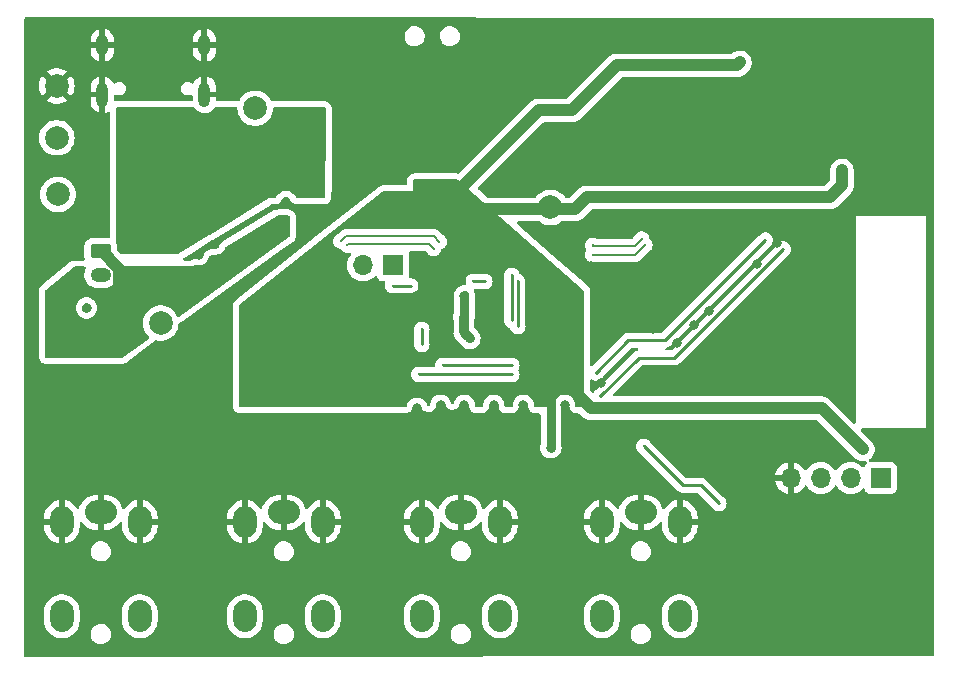
<source format=gbr>
%TF.GenerationSoftware,KiCad,Pcbnew,7.0.8*%
%TF.CreationDate,2024-03-17T18:00:06+01:00*%
%TF.ProjectId,HM_mainboard,484d5f6d-6169-46e6-926f-6172642e6b69,rev?*%
%TF.SameCoordinates,Original*%
%TF.FileFunction,Copper,L2,Bot*%
%TF.FilePolarity,Positive*%
%FSLAX46Y46*%
G04 Gerber Fmt 4.6, Leading zero omitted, Abs format (unit mm)*
G04 Created by KiCad (PCBNEW 7.0.8) date 2024-03-17 18:00:06*
%MOMM*%
%LPD*%
G01*
G04 APERTURE LIST*
G04 Aperture macros list*
%AMRoundRect*
0 Rectangle with rounded corners*
0 $1 Rounding radius*
0 $2 $3 $4 $5 $6 $7 $8 $9 X,Y pos of 4 corners*
0 Add a 4 corners polygon primitive as box body*
4,1,4,$2,$3,$4,$5,$6,$7,$8,$9,$2,$3,0*
0 Add four circle primitives for the rounded corners*
1,1,$1+$1,$2,$3*
1,1,$1+$1,$4,$5*
1,1,$1+$1,$6,$7*
1,1,$1+$1,$8,$9*
0 Add four rect primitives between the rounded corners*
20,1,$1+$1,$2,$3,$4,$5,0*
20,1,$1+$1,$4,$5,$6,$7,0*
20,1,$1+$1,$6,$7,$8,$9,0*
20,1,$1+$1,$8,$9,$2,$3,0*%
G04 Aperture macros list end*
%TA.AperFunction,ComponentPad*%
%ADD10O,2.700000X2.000000*%
%TD*%
%TA.AperFunction,ComponentPad*%
%ADD11O,2.000000X2.700000*%
%TD*%
%TA.AperFunction,ComponentPad*%
%ADD12RoundRect,0.250000X-0.625000X0.350000X-0.625000X-0.350000X0.625000X-0.350000X0.625000X0.350000X0*%
%TD*%
%TA.AperFunction,ComponentPad*%
%ADD13O,1.750000X1.200000*%
%TD*%
%TA.AperFunction,ComponentPad*%
%ADD14R,1.700000X1.700000*%
%TD*%
%TA.AperFunction,ComponentPad*%
%ADD15O,1.700000X1.700000*%
%TD*%
%TA.AperFunction,ComponentPad*%
%ADD16C,2.000000*%
%TD*%
%TA.AperFunction,ComponentPad*%
%ADD17O,1.000000X2.100000*%
%TD*%
%TA.AperFunction,ComponentPad*%
%ADD18O,1.000000X1.800000*%
%TD*%
%TA.AperFunction,ViaPad*%
%ADD19C,0.800000*%
%TD*%
%TA.AperFunction,ViaPad*%
%ADD20C,0.300000*%
%TD*%
%TA.AperFunction,Conductor*%
%ADD21C,0.750000*%
%TD*%
%TA.AperFunction,Conductor*%
%ADD22C,1.000000*%
%TD*%
%TA.AperFunction,Conductor*%
%ADD23C,0.250000*%
%TD*%
%TA.AperFunction,Conductor*%
%ADD24C,0.200000*%
%TD*%
G04 APERTURE END LIST*
D10*
%TO.P,J4,1,1*%
%TO.N,GND*%
X171450000Y-115318000D03*
D11*
%TO.P,J4,2,2*%
X168150000Y-116118000D03*
%TO.P,J4,3,3*%
X174750000Y-116118000D03*
%TO.P,J4,4,4*%
%TO.N,/BTN_1*%
X174750000Y-124118000D03*
%TO.P,J4,5,5*%
X168150000Y-124118000D03*
%TD*%
D10*
%TO.P,J6,1,1*%
%TO.N,GND*%
X141224000Y-115318000D03*
D11*
%TO.P,J6,2,2*%
X137924000Y-116118000D03*
%TO.P,J6,3,3*%
X144524000Y-116118000D03*
%TO.P,J6,4,4*%
%TO.N,/BTN_3*%
X144524000Y-124118000D03*
%TO.P,J6,5,5*%
X137924000Y-124118000D03*
%TD*%
D12*
%TO.P,J1,1,Pin_1*%
%TO.N,V_BATT*%
X125701000Y-93201000D03*
D13*
%TO.P,J1,2,Pin_2*%
%TO.N,GND*%
X125701000Y-95201000D03*
%TD*%
D14*
%TO.P,TP7,1,1*%
%TO.N,/I2C_SCL*%
X150475000Y-94400000D03*
D15*
%TO.P,TP7,2,2*%
%TO.N,/I2C_SDA*%
X147935000Y-94400000D03*
%TD*%
D16*
%TO.P,TP2,1,1*%
%TO.N,V_BATT*%
X122100000Y-88400000D03*
%TD*%
D14*
%TO.P,J3,1,Pin_1*%
%TO.N,3.3V*%
X191760000Y-112395000D03*
D15*
%TO.P,J3,2,Pin_2*%
%TO.N,/Microcontroller - ESP32-S3-WROOM/UART_TXD*%
X189220000Y-112395000D03*
%TO.P,J3,3,Pin_3*%
%TO.N,/Microcontroller - ESP32-S3-WROOM/UART_RXD*%
X186680000Y-112395000D03*
%TO.P,J3,4,Pin_4*%
%TO.N,GND*%
X184140000Y-112395000D03*
%TD*%
D16*
%TO.P,TP3,1,1*%
%TO.N,/Battery_and_Power_Managment/V_PWR_SWITCH*%
X138800000Y-81100000D03*
%TD*%
%TO.P,TP5,1,1*%
%TO.N,GND*%
X122000000Y-79200000D03*
%TD*%
D17*
%TO.P,J2,S1,SHIELD*%
%TO.N,GND*%
X134495000Y-79940000D03*
D18*
X134495000Y-75760000D03*
D17*
X125855000Y-79940000D03*
D18*
X125855000Y-75760000D03*
%TD*%
D10*
%TO.P,J7,1,1*%
%TO.N,GND*%
X125730000Y-115318000D03*
D11*
%TO.P,J7,2,2*%
X122430000Y-116118000D03*
%TO.P,J7,3,3*%
X129030000Y-116118000D03*
%TO.P,J7,4,4*%
%TO.N,/BTN_4*%
X129030000Y-124118000D03*
%TO.P,J7,5,5*%
X122430000Y-124118000D03*
%TD*%
D16*
%TO.P,TP4,1,1*%
%TO.N,/BATT_CHARGING_STATUS*%
X130800000Y-99300000D03*
%TD*%
%TO.P,TP1,1,1*%
%TO.N,V_USB*%
X122000000Y-83600000D03*
%TD*%
D10*
%TO.P,J5,1,1*%
%TO.N,GND*%
X156210000Y-115318000D03*
D11*
%TO.P,J5,2,2*%
X152910000Y-116118000D03*
%TO.P,J5,3,3*%
X159510000Y-116118000D03*
%TO.P,J5,4,4*%
%TO.N,/BTN_2*%
X159510000Y-124118000D03*
%TO.P,J5,5,5*%
X152910000Y-124118000D03*
%TD*%
D16*
%TO.P,TP6,1,1*%
%TO.N,3.3V*%
X163800000Y-89500000D03*
%TD*%
D19*
%TO.N,GND*%
X132500000Y-100250000D03*
X148000000Y-80750000D03*
X182987701Y-92487701D03*
X187960000Y-115824000D03*
X174250000Y-105000000D03*
X189000000Y-98500000D03*
X153670000Y-80750000D03*
X161500000Y-117500000D03*
X124250000Y-85000000D03*
X151750000Y-80750000D03*
X132842000Y-114554000D03*
X134000000Y-93500000D03*
X156972000Y-100584000D03*
X160250000Y-120000000D03*
X141300000Y-80000000D03*
X163830000Y-117856000D03*
X156500000Y-97000000D03*
X154500000Y-106250000D03*
X177000000Y-92250000D03*
X124250000Y-83000000D03*
X157500000Y-84250000D03*
X126807000Y-103599000D03*
X170250000Y-87000000D03*
X191516000Y-83312000D03*
X179324000Y-83312000D03*
X184500000Y-93750000D03*
X146558000Y-89154000D03*
X136000000Y-100584000D03*
X171000000Y-75750000D03*
X159000000Y-108000000D03*
X124250000Y-89750000D03*
X140300000Y-76800000D03*
X185750000Y-96500000D03*
X136750000Y-111250000D03*
X140000000Y-94500000D03*
X161500000Y-106250000D03*
X144780000Y-90678000D03*
X160000000Y-109500000D03*
X173500000Y-113750000D03*
X148336000Y-84328000D03*
X150726181Y-108241067D03*
X150750000Y-110500000D03*
X163830000Y-114554000D03*
X167894000Y-97282000D03*
X164846000Y-91186000D03*
X120000000Y-97000000D03*
X161500000Y-108000000D03*
X146500000Y-114250000D03*
X162000000Y-76250000D03*
X175750000Y-111474500D03*
X189000000Y-104250000D03*
X168500000Y-85250000D03*
X122250000Y-93750000D03*
X164250000Y-79500000D03*
X158000000Y-80750000D03*
X188976000Y-83820000D03*
X167386000Y-113750000D03*
X178054000Y-119380000D03*
X135890000Y-98250000D03*
X137160000Y-96774000D03*
X181250000Y-94250000D03*
X143500000Y-108250000D03*
X154792119Y-109633179D03*
X120500000Y-94750000D03*
X148082000Y-87884000D03*
X185750000Y-105000000D03*
X185750000Y-99250000D03*
X133500000Y-102750000D03*
X137100000Y-75500000D03*
X156210000Y-122174000D03*
X163830000Y-121666000D03*
X141400000Y-89000000D03*
X146000000Y-77250000D03*
X148250000Y-116500000D03*
X152205201Y-112200201D03*
X189000000Y-96500000D03*
X187452000Y-109982000D03*
X172500000Y-94750000D03*
X133250000Y-108250000D03*
X173736000Y-85090000D03*
X165500000Y-108250000D03*
X187500000Y-105250000D03*
X159500000Y-112500000D03*
X120750000Y-103250000D03*
X175250000Y-109500000D03*
X164084000Y-125476000D03*
X165000000Y-106250000D03*
X185750000Y-102250000D03*
X147750000Y-77250000D03*
X175500000Y-95250000D03*
X144000000Y-77500000D03*
X165600000Y-87800000D03*
X162560000Y-83750000D03*
X162000000Y-88000000D03*
X146000000Y-80750000D03*
X182880000Y-116586000D03*
X183388000Y-85598000D03*
X180000000Y-114250000D03*
X183388000Y-84074000D03*
X172720000Y-80518000D03*
X185750000Y-92250000D03*
X126000000Y-86500000D03*
X136750000Y-108250000D03*
X135380378Y-92619622D03*
X172750000Y-75750000D03*
X119750000Y-120000000D03*
X179000000Y-105000000D03*
X180500000Y-111750000D03*
X124521000Y-98011000D03*
X122900000Y-75900000D03*
X131572000Y-77216000D03*
X164000000Y-82750000D03*
X154500000Y-108000000D03*
X188214000Y-121920000D03*
X189230000Y-81534000D03*
X172466000Y-103632000D03*
X142500000Y-78750000D03*
X189000000Y-102500000D03*
X162000000Y-79750000D03*
X174244000Y-81788000D03*
X165000000Y-85250000D03*
X183500000Y-105000000D03*
X171250000Y-111474500D03*
X186690000Y-81534000D03*
X120000000Y-99500000D03*
X126492000Y-109982000D03*
X160500000Y-81000000D03*
X172212000Y-83566000D03*
X142250000Y-75500000D03*
X183388000Y-86868000D03*
X189000000Y-92750000D03*
X189000000Y-94500000D03*
X145500000Y-75250000D03*
X166000000Y-109750000D03*
X167250000Y-84000000D03*
X167250000Y-94500000D03*
X189992000Y-89154000D03*
X152750000Y-108750000D03*
X121750000Y-111000000D03*
X135750000Y-115750000D03*
X159000000Y-106250000D03*
X167640000Y-86868000D03*
X180000000Y-92250000D03*
X131500000Y-104000000D03*
X133750000Y-124500000D03*
X162560000Y-91186000D03*
X174244000Y-79248000D03*
X173500000Y-109500000D03*
X146750000Y-108250000D03*
X181250000Y-105000000D03*
X130750000Y-107250000D03*
X120000000Y-90100000D03*
X126000000Y-87750000D03*
X136750000Y-80000000D03*
X166370000Y-117094000D03*
X171196000Y-79248000D03*
X133250000Y-105750000D03*
X156500000Y-106250000D03*
X125476000Y-122174000D03*
X124500000Y-81500000D03*
X172466000Y-97250000D03*
X156000000Y-85750000D03*
X168112701Y-104362701D03*
X148750000Y-125000000D03*
X181250000Y-102250000D03*
X120000000Y-101750000D03*
X165750000Y-82750000D03*
X156500000Y-108000000D03*
X157734000Y-109500000D03*
X150000000Y-80750000D03*
X189000000Y-100500000D03*
X138430000Y-95758000D03*
X162250000Y-109750000D03*
X143500000Y-111250000D03*
X151000000Y-119500000D03*
X149250000Y-121750000D03*
X170500000Y-109500000D03*
X140250000Y-108250000D03*
X188750000Y-106250000D03*
X156464000Y-98791382D03*
X168000000Y-109250000D03*
X171196000Y-81788000D03*
X179000000Y-110750000D03*
X141224000Y-122428000D03*
X174500000Y-101000000D03*
X166750000Y-108000000D03*
X146000000Y-82000000D03*
X174244000Y-92250000D03*
X136000000Y-103000000D03*
X176750000Y-102250000D03*
X176530000Y-79000000D03*
X165750000Y-94250000D03*
X134250000Y-99000000D03*
X181610000Y-75184000D03*
X172466000Y-99822000D03*
X168000000Y-111474500D03*
X133500000Y-122000000D03*
X123505000Y-105377000D03*
X159250000Y-82500000D03*
X178308000Y-123444000D03*
X129032000Y-77216000D03*
X188468000Y-76962000D03*
X119900000Y-85400000D03*
X133250000Y-111000000D03*
X152500000Y-106500000D03*
X181750000Y-77250000D03*
X136000000Y-105500000D03*
X171196000Y-122174000D03*
X192532000Y-109728000D03*
X177250000Y-115250000D03*
X149000000Y-114250000D03*
X176500000Y-105000000D03*
X177250000Y-98250000D03*
X193294000Y-115824000D03*
X140250000Y-111250000D03*
X167640000Y-91440000D03*
X183000000Y-110490000D03*
X183388000Y-82296000D03*
X156000000Y-112500000D03*
X130750000Y-101500000D03*
X177975048Y-109725048D03*
X135750000Y-119250000D03*
X175981551Y-99493850D03*
X148000000Y-111250000D03*
X168500000Y-108000000D03*
X157500000Y-82500000D03*
X156250000Y-83500000D03*
X169500000Y-113750000D03*
%TO.N,3.3V*%
X188468000Y-86360000D03*
X148666200Y-105279000D03*
X164592000Y-100076000D03*
X156464000Y-89408000D03*
X140538200Y-97151000D03*
X163830000Y-109855000D03*
X169418000Y-77470000D03*
X164084000Y-96597391D03*
X155194000Y-89916000D03*
X153416000Y-89916000D03*
X179832000Y-77216000D03*
X186840000Y-88646000D03*
X152400000Y-97028000D03*
X151130000Y-90170000D03*
X149098000Y-89662000D03*
X190246000Y-109982000D03*
X151523000Y-101854000D03*
X159258000Y-97028000D03*
X138760200Y-101977000D03*
X142240000Y-95758000D03*
X155956000Y-88138000D03*
X157734000Y-89662000D03*
D20*
%TO.N,/I2C_SCL*%
X160528000Y-95250000D03*
X160528000Y-99060000D03*
%TO.N,/I2C_SDA*%
X150444200Y-96135000D03*
X161009469Y-95758000D03*
X157259500Y-95758000D03*
X161036000Y-99568000D03*
X158242000Y-95758000D03*
X151968200Y-96135000D03*
D19*
%TO.N,V_USB*%
X144148000Y-83312000D03*
X132625500Y-84205299D03*
X141732000Y-84836000D03*
X131633000Y-91153000D03*
X133750000Y-91500000D03*
X137200000Y-87900000D03*
X133215956Y-81922044D03*
X143510000Y-87884000D03*
X127477496Y-81809906D03*
%TO.N,V_BATT*%
X126299000Y-98011000D03*
X132250000Y-96500000D03*
X121473000Y-101313000D03*
X141000000Y-91250000D03*
D20*
%TO.N,/Microcontroller - ESP32-S3-WROOM/USB_C_D-*%
X153900000Y-93000000D03*
X167386000Y-93500000D03*
X146600000Y-92700000D03*
X171797199Y-92681001D03*
%TO.N,/Microcontroller - ESP32-S3-WROOM/USB_C_D+*%
X167386000Y-92710000D03*
X146050000Y-92350000D03*
X154400000Y-92400000D03*
X171525000Y-92181000D03*
%TO.N,/V_BATT_MEASURE*%
X183504755Y-93030295D03*
X168000000Y-105500000D03*
%TO.N,/BATT_CHARGING_STATUS*%
X167640000Y-103505000D03*
X182000000Y-92250000D03*
%TO.N,/MC6470_INT*%
X152908000Y-101092000D03*
X152908000Y-99822000D03*
X154686000Y-102870000D03*
X160528000Y-102870000D03*
%TO.N,/BNO55_INT*%
X160528000Y-103632000D03*
X152654000Y-103632000D03*
%TO.N,/Microcontroller - ESP32-S3-WROOM/BOOT*%
X178054000Y-114554000D03*
X171704000Y-109728000D03*
%TD*%
D21*
%TO.N,GND*%
X156500000Y-97000000D02*
X156500000Y-98755382D01*
X156464000Y-100076000D02*
X156972000Y-100584000D01*
X156464000Y-98791382D02*
X156464000Y-100076000D01*
X156500000Y-98755382D02*
X156464000Y-98791382D01*
D22*
%TO.N,3.3V*%
X165608000Y-81280000D02*
X169418000Y-77470000D01*
X160274000Y-89662000D02*
X165862000Y-89662000D01*
X179578000Y-77470000D02*
X179832000Y-77216000D01*
X166116000Y-105410000D02*
X167206000Y-106500000D01*
X157734000Y-89662000D02*
X160274000Y-89662000D01*
X166878000Y-88646000D02*
X187452000Y-88646000D01*
X155956000Y-88138000D02*
X162814000Y-81280000D01*
X188468000Y-87630000D02*
X188468000Y-86360000D01*
X169418000Y-77470000D02*
X179578000Y-77470000D01*
X167206000Y-106500000D02*
X186764000Y-106500000D01*
X165862000Y-89662000D02*
X166878000Y-88646000D01*
X186764000Y-106500000D02*
X190246000Y-109982000D01*
X187452000Y-88646000D02*
X188468000Y-87630000D01*
D21*
X163830000Y-109855000D02*
X163830000Y-105664000D01*
D22*
X162814000Y-81280000D02*
X165608000Y-81280000D01*
D23*
%TO.N,/I2C_SCL*%
X160528000Y-95250000D02*
X160528000Y-99060000D01*
%TO.N,/I2C_SDA*%
X157259500Y-95758000D02*
X158242000Y-95758000D01*
X161009469Y-95758000D02*
X161036000Y-95784531D01*
X161036000Y-95784531D02*
X161036000Y-99568000D01*
X150444200Y-96135000D02*
X151968200Y-96135000D01*
D22*
%TO.N,V_BATT*%
X127300000Y-94686522D02*
X125814478Y-93201000D01*
X125814478Y-93201000D02*
X125701000Y-93201000D01*
X126299000Y-98011000D02*
X127300000Y-97010000D01*
X127300000Y-97010000D02*
X127300000Y-94686522D01*
D24*
%TO.N,/Microcontroller - ESP32-S3-WROOM/USB_C_D-*%
X153900000Y-93000000D02*
X153500000Y-92600000D01*
X153500000Y-92600000D02*
X146700000Y-92600000D01*
X170978200Y-93500000D02*
X171797199Y-92681001D01*
X167386000Y-93500000D02*
X170978200Y-93500000D01*
X146700000Y-92600000D02*
X146600000Y-92700000D01*
%TO.N,/Microcontroller - ESP32-S3-WROOM/USB_C_D+*%
X146050000Y-92350000D02*
X146500000Y-91900000D01*
X167426000Y-92750000D02*
X167386000Y-92710000D01*
X146500000Y-91900000D02*
X153900000Y-91900000D01*
X153900000Y-91900000D02*
X154400000Y-92400000D01*
X170956000Y-92750000D02*
X167426000Y-92750000D01*
X171525000Y-92181000D02*
X170956000Y-92750000D01*
D23*
%TO.N,/V_BATT_MEASURE*%
X168000000Y-105500000D02*
X171265000Y-102235000D01*
X183500000Y-93025305D02*
X183500000Y-93025540D01*
X171265000Y-102235000D02*
X174290305Y-102235000D01*
X174290305Y-102235000D02*
X183500000Y-93025305D01*
X183500000Y-93025540D02*
X183504755Y-93030295D01*
%TO.N,/BATT_CHARGING_STATUS*%
X170395000Y-100750000D02*
X173500000Y-100750000D01*
X167640000Y-103505000D02*
X170395000Y-100750000D01*
X173500000Y-100750000D02*
X182000000Y-92250000D01*
%TO.N,/MC6470_INT*%
X152908000Y-99822000D02*
X152908000Y-101092000D01*
X154686000Y-102870000D02*
X160528000Y-102870000D01*
%TO.N,/BNO55_INT*%
X160528000Y-103632000D02*
X152654000Y-103632000D01*
%TO.N,/Microcontroller - ESP32-S3-WROOM/BOOT*%
X171704000Y-109728000D02*
X175006000Y-113030000D01*
X175006000Y-113030000D02*
X176530000Y-113030000D01*
X176530000Y-113030000D02*
X178054000Y-114554000D01*
%TD*%
%TA.AperFunction,Conductor*%
%TO.N,GND*%
G36*
X171174063Y-101395185D02*
G01*
X171219818Y-101447989D01*
X171229762Y-101517147D01*
X171200737Y-101580703D01*
X171141959Y-101618477D01*
X171122568Y-101622521D01*
X171111426Y-101623929D01*
X171108207Y-101624336D01*
X171064884Y-101641488D01*
X171059357Y-101643380D01*
X171014610Y-101656381D01*
X171014609Y-101656382D01*
X170997367Y-101666579D01*
X170979899Y-101675137D01*
X170961269Y-101682513D01*
X170961267Y-101682514D01*
X170923576Y-101709898D01*
X170918694Y-101713105D01*
X170878579Y-101736830D01*
X170864408Y-101751000D01*
X170849623Y-101763628D01*
X170833412Y-101775407D01*
X170803709Y-101811310D01*
X170799777Y-101815631D01*
X167697785Y-104917622D01*
X167667734Y-104939735D01*
X167627763Y-104960714D01*
X167627760Y-104960717D01*
X167509515Y-105065471D01*
X167462081Y-105134191D01*
X167407798Y-105178181D01*
X167338349Y-105185840D01*
X167275785Y-105154736D01*
X167272351Y-105151431D01*
X167165819Y-105044899D01*
X167132334Y-104983576D01*
X167129500Y-104957218D01*
X167129500Y-104176840D01*
X167149185Y-104109801D01*
X167201989Y-104064046D01*
X167271147Y-104054102D01*
X167311126Y-104067044D01*
X167407634Y-104117696D01*
X167561014Y-104155500D01*
X167561015Y-104155500D01*
X167718985Y-104155500D01*
X167872365Y-104117696D01*
X167887407Y-104109801D01*
X168012240Y-104044283D01*
X168130483Y-103939530D01*
X168214163Y-103818297D01*
X168228526Y-103801062D01*
X170617772Y-101411819D01*
X170679095Y-101378334D01*
X170705453Y-101375500D01*
X171107024Y-101375500D01*
X171174063Y-101395185D01*
G37*
%TD.AperFunction*%
%TA.AperFunction,Conductor*%
G36*
X156657157Y-96590452D02*
G01*
X156719162Y-96591802D01*
X156777105Y-96630845D01*
X156802153Y-96680755D01*
X156806490Y-96698629D01*
X156806712Y-96699716D01*
X156807024Y-96700833D01*
X156860500Y-96834407D01*
X156861714Y-96836906D01*
X156864914Y-96844845D01*
X156884468Y-96905025D01*
X156889857Y-96930380D01*
X156895813Y-96987037D01*
X156895813Y-97012960D01*
X156886418Y-97102347D01*
X156885044Y-97110344D01*
X156882297Y-97121789D01*
X156882296Y-97121793D01*
X156876224Y-97160126D01*
X156876224Y-97160125D01*
X156870000Y-97239204D01*
X156870000Y-97239207D01*
X156870000Y-98672334D01*
X156871134Y-98696260D01*
X156871135Y-98696277D01*
X156871137Y-98696306D01*
X156871356Y-98699417D01*
X156871486Y-98705454D01*
X156870000Y-98760375D01*
X156870000Y-98785503D01*
X156866334Y-98815433D01*
X156860428Y-98839177D01*
X156856775Y-98856409D01*
X156852240Y-98882191D01*
X156850553Y-98894213D01*
X156849442Y-98900070D01*
X156846297Y-98913173D01*
X156846296Y-98913178D01*
X156846295Y-98913187D01*
X156840226Y-98951496D01*
X156836146Y-99003322D01*
X156834000Y-99030586D01*
X156834000Y-99675529D01*
X156835450Y-99702583D01*
X156835450Y-99702584D01*
X156839731Y-99742392D01*
X156848385Y-99795801D01*
X156848385Y-99795803D01*
X156898666Y-99930608D01*
X156898668Y-99930613D01*
X156932153Y-99991936D01*
X157018377Y-100107117D01*
X157072024Y-100160765D01*
X157078455Y-100166710D01*
X157086603Y-100174243D01*
X157116494Y-100199772D01*
X157132086Y-100212063D01*
X157168072Y-100238207D01*
X157227221Y-100281182D01*
X157246480Y-100298523D01*
X157284600Y-100340860D01*
X157299837Y-100361831D01*
X157328322Y-100411168D01*
X157338864Y-100434847D01*
X157356468Y-100489027D01*
X157361858Y-100514385D01*
X157367812Y-100571039D01*
X157367812Y-100596959D01*
X157361858Y-100653613D01*
X157356468Y-100678971D01*
X157338864Y-100733151D01*
X157328320Y-100756833D01*
X157299836Y-100806169D01*
X157284599Y-100827141D01*
X157246488Y-100869468D01*
X157227221Y-100886816D01*
X157181124Y-100920306D01*
X157158677Y-100933265D01*
X157106639Y-100956434D01*
X157081986Y-100964445D01*
X157044790Y-100972352D01*
X157026263Y-100976290D01*
X157000482Y-100979000D01*
X156943516Y-100979000D01*
X156917736Y-100976290D01*
X156895984Y-100971666D01*
X156862010Y-100964445D01*
X156837356Y-100956434D01*
X156785325Y-100933268D01*
X156762878Y-100920308D01*
X156716777Y-100886815D01*
X156697514Y-100869471D01*
X156673455Y-100842751D01*
X156659399Y-100827140D01*
X156644164Y-100806170D01*
X156640785Y-100800319D01*
X156640784Y-100800317D01*
X156622398Y-100772802D01*
X156622397Y-100772801D01*
X156612244Y-100759570D01*
X156582543Y-100720863D01*
X156582541Y-100720861D01*
X156582539Y-100720858D01*
X156582540Y-100720859D01*
X156560721Y-100695979D01*
X156560720Y-100695979D01*
X156261090Y-100396350D01*
X156243361Y-100380225D01*
X156241023Y-100378198D01*
X156236632Y-100373996D01*
X156198834Y-100334093D01*
X156181065Y-100316324D01*
X156162497Y-100292572D01*
X156149553Y-100271058D01*
X156139959Y-100256050D01*
X156136019Y-100249886D01*
X156122989Y-100222694D01*
X156114972Y-100198899D01*
X156106307Y-100175313D01*
X156099426Y-100145955D01*
X156096710Y-100120979D01*
X156094821Y-100107117D01*
X156093776Y-100099444D01*
X156093053Y-100072593D01*
X156092960Y-100073727D01*
X156094000Y-100048185D01*
X156094000Y-99030586D01*
X156087776Y-98951507D01*
X156081706Y-98913187D01*
X156081703Y-98913173D01*
X156078955Y-98901729D01*
X156077583Y-98893744D01*
X156076368Y-98882187D01*
X156068186Y-98804337D01*
X156068186Y-98778418D01*
X156070082Y-98760376D01*
X156074141Y-98721754D01*
X156079527Y-98696413D01*
X156099190Y-98635899D01*
X156117704Y-98558786D01*
X156117704Y-98558785D01*
X156123773Y-98520476D01*
X156123773Y-98520475D01*
X156130000Y-98441380D01*
X156130000Y-97239204D01*
X156123776Y-97160125D01*
X156117706Y-97121805D01*
X156117702Y-97121789D01*
X156114955Y-97110347D01*
X156113583Y-97102362D01*
X156113581Y-97102347D01*
X156104186Y-97012955D01*
X156104186Y-96987037D01*
X156104186Y-96987036D01*
X156110141Y-96930374D01*
X156115528Y-96905032D01*
X156133135Y-96850841D01*
X156143672Y-96827176D01*
X156172165Y-96777824D01*
X156187392Y-96756866D01*
X156225519Y-96714521D01*
X156244771Y-96697185D01*
X156290877Y-96663687D01*
X156313312Y-96650736D01*
X156365357Y-96627563D01*
X156389999Y-96619556D01*
X156445743Y-96607708D01*
X156471514Y-96605000D01*
X156527551Y-96605000D01*
X156555254Y-96603477D01*
X156555258Y-96603476D01*
X156555268Y-96603476D01*
X156596091Y-96598974D01*
X156596094Y-96598973D01*
X156596094Y-96598974D01*
X156656893Y-96588864D01*
X156657157Y-96590452D01*
G37*
%TD.AperFunction*%
%TA.AperFunction,Conductor*%
G36*
X124575263Y-97618709D02*
G01*
X124606356Y-97625317D01*
X124630987Y-97630552D01*
X124655638Y-97638562D01*
X124707684Y-97661734D01*
X124730127Y-97674692D01*
X124776215Y-97708177D01*
X124795479Y-97725522D01*
X124833600Y-97767860D01*
X124848837Y-97788831D01*
X124877322Y-97838168D01*
X124887864Y-97861847D01*
X124905468Y-97916027D01*
X124910858Y-97941382D01*
X124916813Y-97998037D01*
X124916813Y-98023960D01*
X124910858Y-98080615D01*
X124905468Y-98105971D01*
X124887864Y-98160151D01*
X124877320Y-98183833D01*
X124848836Y-98233169D01*
X124833599Y-98254141D01*
X124795488Y-98296468D01*
X124776221Y-98313816D01*
X124730124Y-98347306D01*
X124707677Y-98360265D01*
X124655639Y-98383434D01*
X124630986Y-98391445D01*
X124593790Y-98399352D01*
X124575263Y-98403290D01*
X124549482Y-98406000D01*
X124492516Y-98406000D01*
X124466736Y-98403290D01*
X124444984Y-98398666D01*
X124411010Y-98391445D01*
X124386356Y-98383434D01*
X124334325Y-98360268D01*
X124311878Y-98347308D01*
X124265777Y-98313815D01*
X124246514Y-98296472D01*
X124208397Y-98254139D01*
X124193162Y-98233169D01*
X124164678Y-98183833D01*
X124154136Y-98160155D01*
X124136530Y-98105971D01*
X124131141Y-98080617D01*
X124125186Y-98023958D01*
X124125186Y-97998037D01*
X124125186Y-97998035D01*
X124131141Y-97941374D01*
X124136528Y-97916032D01*
X124154135Y-97861841D01*
X124164672Y-97838176D01*
X124193165Y-97788824D01*
X124208392Y-97767866D01*
X124246519Y-97725521D01*
X124265771Y-97708185D01*
X124311877Y-97674687D01*
X124334312Y-97661736D01*
X124386357Y-97638563D01*
X124410999Y-97630556D01*
X124466743Y-97618708D01*
X124492514Y-97616000D01*
X124549484Y-97616000D01*
X124575263Y-97618709D01*
G37*
%TD.AperFunction*%
%TA.AperFunction,Conductor*%
G36*
X196176161Y-73499839D02*
G01*
X196243175Y-73519611D01*
X196288861Y-73572474D01*
X196300000Y-73623839D01*
X196300000Y-127376160D01*
X196280315Y-127443199D01*
X196227511Y-127488954D01*
X196176161Y-127500160D01*
X119374161Y-127599838D01*
X119307096Y-127580240D01*
X119261273Y-127527496D01*
X119250000Y-127475838D01*
X119250000Y-124530065D01*
X120929500Y-124530065D01*
X120944890Y-124715813D01*
X120944892Y-124715824D01*
X121005936Y-124956881D01*
X121105826Y-125184606D01*
X121241833Y-125392782D01*
X121241836Y-125392785D01*
X121410256Y-125575738D01*
X121606491Y-125728474D01*
X121825190Y-125846828D01*
X122060386Y-125927571D01*
X122305665Y-125968500D01*
X122554335Y-125968500D01*
X122799614Y-125927571D01*
X123034810Y-125846828D01*
X123253509Y-125728474D01*
X123449744Y-125575738D01*
X123453475Y-125571685D01*
X124875740Y-125571685D01*
X124885755Y-125756406D01*
X124885755Y-125756411D01*
X124935244Y-125934656D01*
X124935247Y-125934662D01*
X125021898Y-126098102D01*
X125084540Y-126171850D01*
X125141663Y-126239100D01*
X125288936Y-126351054D01*
X125456833Y-126428732D01*
X125456834Y-126428732D01*
X125456836Y-126428733D01*
X125511648Y-126440797D01*
X125637503Y-126468500D01*
X125637506Y-126468500D01*
X125776107Y-126468500D01*
X125776113Y-126468500D01*
X125913910Y-126453514D01*
X126089221Y-126394444D01*
X126247736Y-126299070D01*
X126382041Y-126171849D01*
X126485858Y-126018730D01*
X126554331Y-125846875D01*
X126584260Y-125664317D01*
X126574245Y-125479593D01*
X126550143Y-125392785D01*
X126524755Y-125301343D01*
X126524752Y-125301337D01*
X126438101Y-125137897D01*
X126318337Y-124996900D01*
X126239449Y-124936931D01*
X126171064Y-124884946D01*
X126003167Y-124807268D01*
X126003163Y-124807266D01*
X125822497Y-124767500D01*
X125683887Y-124767500D01*
X125683883Y-124767500D01*
X125546088Y-124782486D01*
X125370776Y-124841557D01*
X125370774Y-124841558D01*
X125212262Y-124936931D01*
X125212261Y-124936932D01*
X125077959Y-125064149D01*
X124974138Y-125217276D01*
X124905669Y-125389122D01*
X124875740Y-125571685D01*
X123453475Y-125571685D01*
X123618164Y-125392785D01*
X123754173Y-125184607D01*
X123854063Y-124956881D01*
X123915108Y-124715821D01*
X123930500Y-124530067D01*
X123930500Y-124530065D01*
X127529500Y-124530065D01*
X127544890Y-124715813D01*
X127544892Y-124715824D01*
X127605936Y-124956881D01*
X127705826Y-125184606D01*
X127841833Y-125392782D01*
X127841836Y-125392785D01*
X128010256Y-125575738D01*
X128206491Y-125728474D01*
X128425190Y-125846828D01*
X128660386Y-125927571D01*
X128905665Y-125968500D01*
X129154335Y-125968500D01*
X129399614Y-125927571D01*
X129634810Y-125846828D01*
X129853509Y-125728474D01*
X130049744Y-125575738D01*
X130218164Y-125392785D01*
X130354173Y-125184607D01*
X130454063Y-124956881D01*
X130515108Y-124715821D01*
X130530500Y-124530067D01*
X130530500Y-124530065D01*
X136423500Y-124530065D01*
X136438890Y-124715813D01*
X136438892Y-124715824D01*
X136499936Y-124956881D01*
X136599826Y-125184606D01*
X136735833Y-125392782D01*
X136735836Y-125392785D01*
X136904256Y-125575738D01*
X137100491Y-125728474D01*
X137319190Y-125846828D01*
X137554386Y-125927571D01*
X137799665Y-125968500D01*
X138048335Y-125968500D01*
X138293614Y-125927571D01*
X138528810Y-125846828D01*
X138747509Y-125728474D01*
X138943744Y-125575738D01*
X138947475Y-125571685D01*
X140369740Y-125571685D01*
X140379755Y-125756406D01*
X140379755Y-125756411D01*
X140429244Y-125934656D01*
X140429247Y-125934662D01*
X140515898Y-126098102D01*
X140578540Y-126171850D01*
X140635663Y-126239100D01*
X140782936Y-126351054D01*
X140950833Y-126428732D01*
X140950834Y-126428732D01*
X140950836Y-126428733D01*
X141005648Y-126440797D01*
X141131503Y-126468500D01*
X141131506Y-126468500D01*
X141270107Y-126468500D01*
X141270113Y-126468500D01*
X141407910Y-126453514D01*
X141583221Y-126394444D01*
X141741736Y-126299070D01*
X141876041Y-126171849D01*
X141979858Y-126018730D01*
X142048331Y-125846875D01*
X142078260Y-125664317D01*
X142068245Y-125479593D01*
X142044143Y-125392785D01*
X142018755Y-125301343D01*
X142018752Y-125301337D01*
X141932101Y-125137897D01*
X141812337Y-124996900D01*
X141733449Y-124936931D01*
X141665064Y-124884946D01*
X141497167Y-124807268D01*
X141497163Y-124807266D01*
X141316497Y-124767500D01*
X141177887Y-124767500D01*
X141177883Y-124767500D01*
X141040088Y-124782486D01*
X140864776Y-124841557D01*
X140864774Y-124841558D01*
X140706262Y-124936931D01*
X140706261Y-124936932D01*
X140571959Y-125064149D01*
X140468138Y-125217276D01*
X140399669Y-125389122D01*
X140369740Y-125571685D01*
X138947475Y-125571685D01*
X139112164Y-125392785D01*
X139248173Y-125184607D01*
X139348063Y-124956881D01*
X139409108Y-124715821D01*
X139424500Y-124530067D01*
X139424500Y-124530065D01*
X143023500Y-124530065D01*
X143038890Y-124715813D01*
X143038892Y-124715824D01*
X143099936Y-124956881D01*
X143199826Y-125184606D01*
X143335833Y-125392782D01*
X143335836Y-125392785D01*
X143504256Y-125575738D01*
X143700491Y-125728474D01*
X143919190Y-125846828D01*
X144154386Y-125927571D01*
X144399665Y-125968500D01*
X144648335Y-125968500D01*
X144893614Y-125927571D01*
X145128810Y-125846828D01*
X145347509Y-125728474D01*
X145543744Y-125575738D01*
X145712164Y-125392785D01*
X145848173Y-125184607D01*
X145948063Y-124956881D01*
X146009108Y-124715821D01*
X146024500Y-124530067D01*
X146024500Y-124530065D01*
X151409500Y-124530065D01*
X151424890Y-124715813D01*
X151424892Y-124715824D01*
X151485936Y-124956881D01*
X151585826Y-125184606D01*
X151721833Y-125392782D01*
X151721836Y-125392785D01*
X151890256Y-125575738D01*
X152086491Y-125728474D01*
X152305190Y-125846828D01*
X152540386Y-125927571D01*
X152785665Y-125968500D01*
X153034335Y-125968500D01*
X153279614Y-125927571D01*
X153514810Y-125846828D01*
X153733509Y-125728474D01*
X153929744Y-125575738D01*
X153933475Y-125571685D01*
X155355740Y-125571685D01*
X155365755Y-125756406D01*
X155365755Y-125756411D01*
X155415244Y-125934656D01*
X155415247Y-125934662D01*
X155501898Y-126098102D01*
X155564540Y-126171850D01*
X155621663Y-126239100D01*
X155768936Y-126351054D01*
X155936833Y-126428732D01*
X155936834Y-126428732D01*
X155936836Y-126428733D01*
X155991648Y-126440797D01*
X156117503Y-126468500D01*
X156117506Y-126468500D01*
X156256107Y-126468500D01*
X156256113Y-126468500D01*
X156393910Y-126453514D01*
X156569221Y-126394444D01*
X156727736Y-126299070D01*
X156862041Y-126171849D01*
X156965858Y-126018730D01*
X157034331Y-125846875D01*
X157064260Y-125664317D01*
X157054245Y-125479593D01*
X157030143Y-125392785D01*
X157004755Y-125301343D01*
X157004752Y-125301337D01*
X156918101Y-125137897D01*
X156798337Y-124996900D01*
X156719449Y-124936931D01*
X156651064Y-124884946D01*
X156483167Y-124807268D01*
X156483163Y-124807266D01*
X156302497Y-124767500D01*
X156163887Y-124767500D01*
X156163883Y-124767500D01*
X156026088Y-124782486D01*
X155850776Y-124841557D01*
X155850774Y-124841558D01*
X155692262Y-124936931D01*
X155692261Y-124936932D01*
X155557959Y-125064149D01*
X155454138Y-125217276D01*
X155385669Y-125389122D01*
X155355740Y-125571685D01*
X153933475Y-125571685D01*
X154098164Y-125392785D01*
X154234173Y-125184607D01*
X154334063Y-124956881D01*
X154395108Y-124715821D01*
X154410500Y-124530067D01*
X154410500Y-124530065D01*
X158009500Y-124530065D01*
X158024890Y-124715813D01*
X158024892Y-124715824D01*
X158085936Y-124956881D01*
X158185826Y-125184606D01*
X158321833Y-125392782D01*
X158321836Y-125392785D01*
X158490256Y-125575738D01*
X158686491Y-125728474D01*
X158905190Y-125846828D01*
X159140386Y-125927571D01*
X159385665Y-125968500D01*
X159634335Y-125968500D01*
X159879614Y-125927571D01*
X160114810Y-125846828D01*
X160333509Y-125728474D01*
X160529744Y-125575738D01*
X160698164Y-125392785D01*
X160834173Y-125184607D01*
X160934063Y-124956881D01*
X160995108Y-124715821D01*
X161010500Y-124530067D01*
X161010500Y-124530065D01*
X166649500Y-124530065D01*
X166664890Y-124715813D01*
X166664892Y-124715824D01*
X166725936Y-124956881D01*
X166825826Y-125184606D01*
X166961833Y-125392782D01*
X166961836Y-125392785D01*
X167130256Y-125575738D01*
X167326491Y-125728474D01*
X167545190Y-125846828D01*
X167780386Y-125927571D01*
X168025665Y-125968500D01*
X168274335Y-125968500D01*
X168519614Y-125927571D01*
X168754810Y-125846828D01*
X168973509Y-125728474D01*
X169169744Y-125575738D01*
X169173475Y-125571685D01*
X170595740Y-125571685D01*
X170605755Y-125756406D01*
X170605755Y-125756411D01*
X170655244Y-125934656D01*
X170655247Y-125934662D01*
X170741898Y-126098102D01*
X170804540Y-126171850D01*
X170861663Y-126239100D01*
X171008936Y-126351054D01*
X171176833Y-126428732D01*
X171176834Y-126428732D01*
X171176836Y-126428733D01*
X171231648Y-126440797D01*
X171357503Y-126468500D01*
X171357506Y-126468500D01*
X171496107Y-126468500D01*
X171496113Y-126468500D01*
X171633910Y-126453514D01*
X171809221Y-126394444D01*
X171967736Y-126299070D01*
X172102041Y-126171849D01*
X172205858Y-126018730D01*
X172274331Y-125846875D01*
X172304260Y-125664317D01*
X172294245Y-125479593D01*
X172270143Y-125392785D01*
X172244755Y-125301343D01*
X172244752Y-125301337D01*
X172158101Y-125137897D01*
X172038337Y-124996900D01*
X171959449Y-124936931D01*
X171891064Y-124884946D01*
X171723167Y-124807268D01*
X171723163Y-124807266D01*
X171542497Y-124767500D01*
X171403887Y-124767500D01*
X171403883Y-124767500D01*
X171266088Y-124782486D01*
X171090776Y-124841557D01*
X171090774Y-124841558D01*
X170932262Y-124936931D01*
X170932261Y-124936932D01*
X170797959Y-125064149D01*
X170694138Y-125217276D01*
X170625669Y-125389122D01*
X170595740Y-125571685D01*
X169173475Y-125571685D01*
X169338164Y-125392785D01*
X169474173Y-125184607D01*
X169574063Y-124956881D01*
X169635108Y-124715821D01*
X169650500Y-124530067D01*
X169650500Y-124530065D01*
X173249500Y-124530065D01*
X173264890Y-124715813D01*
X173264892Y-124715824D01*
X173325936Y-124956881D01*
X173425826Y-125184606D01*
X173561833Y-125392782D01*
X173561836Y-125392785D01*
X173730256Y-125575738D01*
X173926491Y-125728474D01*
X174145190Y-125846828D01*
X174380386Y-125927571D01*
X174625665Y-125968500D01*
X174874335Y-125968500D01*
X175119614Y-125927571D01*
X175354810Y-125846828D01*
X175573509Y-125728474D01*
X175769744Y-125575738D01*
X175938164Y-125392785D01*
X176074173Y-125184607D01*
X176174063Y-124956881D01*
X176235108Y-124715821D01*
X176250500Y-124530067D01*
X176250500Y-123705933D01*
X176235108Y-123520179D01*
X176174063Y-123279119D01*
X176074173Y-123051393D01*
X175938166Y-122843217D01*
X175916557Y-122819744D01*
X175769744Y-122660262D01*
X175573509Y-122507526D01*
X175573507Y-122507525D01*
X175573506Y-122507524D01*
X175354811Y-122389172D01*
X175354802Y-122389169D01*
X175119616Y-122308429D01*
X174874335Y-122267500D01*
X174625665Y-122267500D01*
X174380383Y-122308429D01*
X174145197Y-122389169D01*
X174145188Y-122389172D01*
X173926493Y-122507524D01*
X173730257Y-122660261D01*
X173561833Y-122843217D01*
X173425826Y-123051393D01*
X173325936Y-123279118D01*
X173264892Y-123520175D01*
X173264890Y-123520186D01*
X173249500Y-123705935D01*
X173249500Y-124530065D01*
X169650500Y-124530065D01*
X169650500Y-123705933D01*
X169635108Y-123520179D01*
X169574063Y-123279119D01*
X169474173Y-123051393D01*
X169338166Y-122843217D01*
X169316557Y-122819744D01*
X169169744Y-122660262D01*
X168973509Y-122507526D01*
X168973507Y-122507525D01*
X168973506Y-122507524D01*
X168754811Y-122389172D01*
X168754802Y-122389169D01*
X168519616Y-122308429D01*
X168274335Y-122267500D01*
X168025665Y-122267500D01*
X167780383Y-122308429D01*
X167545197Y-122389169D01*
X167545188Y-122389172D01*
X167326493Y-122507524D01*
X167130257Y-122660261D01*
X166961833Y-122843217D01*
X166825826Y-123051393D01*
X166725936Y-123279118D01*
X166664892Y-123520175D01*
X166664890Y-123520186D01*
X166649500Y-123705935D01*
X166649500Y-124530065D01*
X161010500Y-124530065D01*
X161010500Y-123705933D01*
X160995108Y-123520179D01*
X160934063Y-123279119D01*
X160834173Y-123051393D01*
X160698166Y-122843217D01*
X160676557Y-122819744D01*
X160529744Y-122660262D01*
X160333509Y-122507526D01*
X160333507Y-122507525D01*
X160333506Y-122507524D01*
X160114811Y-122389172D01*
X160114802Y-122389169D01*
X159879616Y-122308429D01*
X159634335Y-122267500D01*
X159385665Y-122267500D01*
X159140383Y-122308429D01*
X158905197Y-122389169D01*
X158905188Y-122389172D01*
X158686493Y-122507524D01*
X158490257Y-122660261D01*
X158321833Y-122843217D01*
X158185826Y-123051393D01*
X158085936Y-123279118D01*
X158024892Y-123520175D01*
X158024890Y-123520186D01*
X158009500Y-123705935D01*
X158009500Y-124530065D01*
X154410500Y-124530065D01*
X154410500Y-123705933D01*
X154395108Y-123520179D01*
X154334063Y-123279119D01*
X154234173Y-123051393D01*
X154098166Y-122843217D01*
X154076557Y-122819744D01*
X153929744Y-122660262D01*
X153733509Y-122507526D01*
X153733507Y-122507525D01*
X153733506Y-122507524D01*
X153514811Y-122389172D01*
X153514802Y-122389169D01*
X153279616Y-122308429D01*
X153034335Y-122267500D01*
X152785665Y-122267500D01*
X152540383Y-122308429D01*
X152305197Y-122389169D01*
X152305188Y-122389172D01*
X152086493Y-122507524D01*
X151890257Y-122660261D01*
X151721833Y-122843217D01*
X151585826Y-123051393D01*
X151485936Y-123279118D01*
X151424892Y-123520175D01*
X151424890Y-123520186D01*
X151409500Y-123705935D01*
X151409500Y-124530065D01*
X146024500Y-124530065D01*
X146024500Y-123705933D01*
X146009108Y-123520179D01*
X145948063Y-123279119D01*
X145848173Y-123051393D01*
X145712166Y-122843217D01*
X145690557Y-122819744D01*
X145543744Y-122660262D01*
X145347509Y-122507526D01*
X145347507Y-122507525D01*
X145347506Y-122507524D01*
X145128811Y-122389172D01*
X145128802Y-122389169D01*
X144893616Y-122308429D01*
X144648335Y-122267500D01*
X144399665Y-122267500D01*
X144154383Y-122308429D01*
X143919197Y-122389169D01*
X143919188Y-122389172D01*
X143700493Y-122507524D01*
X143504257Y-122660261D01*
X143335833Y-122843217D01*
X143199826Y-123051393D01*
X143099936Y-123279118D01*
X143038892Y-123520175D01*
X143038890Y-123520186D01*
X143023500Y-123705935D01*
X143023500Y-124530065D01*
X139424500Y-124530065D01*
X139424500Y-123705933D01*
X139409108Y-123520179D01*
X139348063Y-123279119D01*
X139248173Y-123051393D01*
X139112166Y-122843217D01*
X139090557Y-122819744D01*
X138943744Y-122660262D01*
X138747509Y-122507526D01*
X138747507Y-122507525D01*
X138747506Y-122507524D01*
X138528811Y-122389172D01*
X138528802Y-122389169D01*
X138293616Y-122308429D01*
X138048335Y-122267500D01*
X137799665Y-122267500D01*
X137554383Y-122308429D01*
X137319197Y-122389169D01*
X137319188Y-122389172D01*
X137100493Y-122507524D01*
X136904257Y-122660261D01*
X136735833Y-122843217D01*
X136599826Y-123051393D01*
X136499936Y-123279118D01*
X136438892Y-123520175D01*
X136438890Y-123520186D01*
X136423500Y-123705935D01*
X136423500Y-124530065D01*
X130530500Y-124530065D01*
X130530500Y-123705933D01*
X130515108Y-123520179D01*
X130454063Y-123279119D01*
X130354173Y-123051393D01*
X130218166Y-122843217D01*
X130196557Y-122819744D01*
X130049744Y-122660262D01*
X129853509Y-122507526D01*
X129853507Y-122507525D01*
X129853506Y-122507524D01*
X129634811Y-122389172D01*
X129634802Y-122389169D01*
X129399616Y-122308429D01*
X129154335Y-122267500D01*
X128905665Y-122267500D01*
X128660383Y-122308429D01*
X128425197Y-122389169D01*
X128425188Y-122389172D01*
X128206493Y-122507524D01*
X128010257Y-122660261D01*
X127841833Y-122843217D01*
X127705826Y-123051393D01*
X127605936Y-123279118D01*
X127544892Y-123520175D01*
X127544890Y-123520186D01*
X127529500Y-123705935D01*
X127529500Y-124530065D01*
X123930500Y-124530065D01*
X123930500Y-123705933D01*
X123915108Y-123520179D01*
X123854063Y-123279119D01*
X123754173Y-123051393D01*
X123618166Y-122843217D01*
X123596557Y-122819744D01*
X123449744Y-122660262D01*
X123253509Y-122507526D01*
X123253507Y-122507525D01*
X123253506Y-122507524D01*
X123034811Y-122389172D01*
X123034802Y-122389169D01*
X122799616Y-122308429D01*
X122554335Y-122267500D01*
X122305665Y-122267500D01*
X122060383Y-122308429D01*
X121825197Y-122389169D01*
X121825188Y-122389172D01*
X121606493Y-122507524D01*
X121410257Y-122660261D01*
X121241833Y-122843217D01*
X121105826Y-123051393D01*
X121005936Y-123279118D01*
X120944892Y-123520175D01*
X120944890Y-123520186D01*
X120929500Y-123705935D01*
X120929500Y-124530065D01*
X119250000Y-124530065D01*
X119250000Y-118571685D01*
X124875740Y-118571685D01*
X124885755Y-118756406D01*
X124885755Y-118756411D01*
X124935244Y-118934656D01*
X124935247Y-118934662D01*
X125021898Y-119098102D01*
X125084540Y-119171850D01*
X125141663Y-119239100D01*
X125288936Y-119351054D01*
X125456833Y-119428732D01*
X125456834Y-119428732D01*
X125456836Y-119428733D01*
X125511648Y-119440797D01*
X125637503Y-119468500D01*
X125637506Y-119468500D01*
X125776107Y-119468500D01*
X125776113Y-119468500D01*
X125913910Y-119453514D01*
X126089221Y-119394444D01*
X126247736Y-119299070D01*
X126382041Y-119171849D01*
X126485858Y-119018730D01*
X126554331Y-118846875D01*
X126584260Y-118664317D01*
X126579238Y-118571685D01*
X140369740Y-118571685D01*
X140379755Y-118756406D01*
X140379755Y-118756411D01*
X140429244Y-118934656D01*
X140429247Y-118934662D01*
X140515898Y-119098102D01*
X140578540Y-119171850D01*
X140635663Y-119239100D01*
X140782936Y-119351054D01*
X140950833Y-119428732D01*
X140950834Y-119428732D01*
X140950836Y-119428733D01*
X141005648Y-119440797D01*
X141131503Y-119468500D01*
X141131506Y-119468500D01*
X141270107Y-119468500D01*
X141270113Y-119468500D01*
X141407910Y-119453514D01*
X141583221Y-119394444D01*
X141741736Y-119299070D01*
X141876041Y-119171849D01*
X141979858Y-119018730D01*
X142048331Y-118846875D01*
X142078260Y-118664317D01*
X142073238Y-118571685D01*
X155355740Y-118571685D01*
X155365755Y-118756406D01*
X155365755Y-118756411D01*
X155415244Y-118934656D01*
X155415247Y-118934662D01*
X155501898Y-119098102D01*
X155564540Y-119171850D01*
X155621663Y-119239100D01*
X155768936Y-119351054D01*
X155936833Y-119428732D01*
X155936834Y-119428732D01*
X155936836Y-119428733D01*
X155991648Y-119440797D01*
X156117503Y-119468500D01*
X156117506Y-119468500D01*
X156256107Y-119468500D01*
X156256113Y-119468500D01*
X156393910Y-119453514D01*
X156569221Y-119394444D01*
X156727736Y-119299070D01*
X156862041Y-119171849D01*
X156965858Y-119018730D01*
X157034331Y-118846875D01*
X157064260Y-118664317D01*
X157059238Y-118571685D01*
X170595740Y-118571685D01*
X170605755Y-118756406D01*
X170605755Y-118756411D01*
X170655244Y-118934656D01*
X170655247Y-118934662D01*
X170741898Y-119098102D01*
X170804540Y-119171850D01*
X170861663Y-119239100D01*
X171008936Y-119351054D01*
X171176833Y-119428732D01*
X171176834Y-119428732D01*
X171176836Y-119428733D01*
X171231648Y-119440797D01*
X171357503Y-119468500D01*
X171357506Y-119468500D01*
X171496107Y-119468500D01*
X171496113Y-119468500D01*
X171633910Y-119453514D01*
X171809221Y-119394444D01*
X171967736Y-119299070D01*
X172102041Y-119171849D01*
X172205858Y-119018730D01*
X172274331Y-118846875D01*
X172304260Y-118664317D01*
X172294245Y-118479593D01*
X172244754Y-118301341D01*
X172158100Y-118137896D01*
X172095460Y-118064151D01*
X172038337Y-117996900D01*
X171891064Y-117884946D01*
X171723167Y-117807268D01*
X171723163Y-117807266D01*
X171542497Y-117767500D01*
X171403887Y-117767500D01*
X171403883Y-117767500D01*
X171266088Y-117782486D01*
X171090776Y-117841557D01*
X171090774Y-117841558D01*
X170932262Y-117936931D01*
X170932261Y-117936932D01*
X170797959Y-118064149D01*
X170694138Y-118217276D01*
X170625669Y-118389122D01*
X170595740Y-118571685D01*
X157059238Y-118571685D01*
X157054245Y-118479593D01*
X157004754Y-118301341D01*
X156918100Y-118137896D01*
X156855460Y-118064151D01*
X156798337Y-117996900D01*
X156651064Y-117884946D01*
X156483167Y-117807268D01*
X156483163Y-117807266D01*
X156302497Y-117767500D01*
X156163887Y-117767500D01*
X156163883Y-117767500D01*
X156026088Y-117782486D01*
X155850776Y-117841557D01*
X155850774Y-117841558D01*
X155692262Y-117936931D01*
X155692261Y-117936932D01*
X155557959Y-118064149D01*
X155454138Y-118217276D01*
X155385669Y-118389122D01*
X155355740Y-118571685D01*
X142073238Y-118571685D01*
X142068245Y-118479593D01*
X142018754Y-118301341D01*
X141932100Y-118137896D01*
X141869460Y-118064151D01*
X141812337Y-117996900D01*
X141665064Y-117884946D01*
X141497167Y-117807268D01*
X141497163Y-117807266D01*
X141316497Y-117767500D01*
X141177887Y-117767500D01*
X141177883Y-117767500D01*
X141040088Y-117782486D01*
X140864776Y-117841557D01*
X140864774Y-117841558D01*
X140706262Y-117936931D01*
X140706261Y-117936932D01*
X140571959Y-118064149D01*
X140468138Y-118217276D01*
X140399669Y-118389122D01*
X140369740Y-118571685D01*
X126579238Y-118571685D01*
X126574245Y-118479593D01*
X126524754Y-118301341D01*
X126438100Y-118137896D01*
X126375460Y-118064151D01*
X126318337Y-117996900D01*
X126171064Y-117884946D01*
X126003167Y-117807268D01*
X126003163Y-117807266D01*
X125822497Y-117767500D01*
X125683887Y-117767500D01*
X125683883Y-117767500D01*
X125546088Y-117782486D01*
X125370776Y-117841557D01*
X125370774Y-117841558D01*
X125212262Y-117936931D01*
X125212261Y-117936932D01*
X125077959Y-118064149D01*
X124974138Y-118217276D01*
X124905669Y-118389122D01*
X124875740Y-118571685D01*
X119250000Y-118571685D01*
X119250000Y-116530041D01*
X120930000Y-116530041D01*
X120945385Y-116715730D01*
X120945387Y-116715738D01*
X121006412Y-116956717D01*
X121106267Y-117184367D01*
X121242232Y-117392478D01*
X121410592Y-117575364D01*
X121410602Y-117575373D01*
X121606762Y-117728051D01*
X121606771Y-117728057D01*
X121825385Y-117846364D01*
X121825396Y-117846369D01*
X122060507Y-117927083D01*
X122179999Y-117947023D01*
X122180000Y-117947022D01*
X122180000Y-116901686D01*
X122220156Y-116927493D01*
X122358111Y-116968000D01*
X122501889Y-116968000D01*
X122639844Y-116927493D01*
X122680000Y-116901686D01*
X122680000Y-117947023D01*
X122799492Y-117927083D01*
X123034603Y-117846369D01*
X123034614Y-117846364D01*
X123253228Y-117728057D01*
X123253237Y-117728051D01*
X123449397Y-117575373D01*
X123449407Y-117575364D01*
X123617767Y-117392478D01*
X123753732Y-117184367D01*
X123853587Y-116956717D01*
X123914612Y-116715738D01*
X123914614Y-116715730D01*
X123930000Y-116530041D01*
X123930000Y-116258390D01*
X123949685Y-116191351D01*
X124002489Y-116145596D01*
X124071647Y-116135652D01*
X124135203Y-116164677D01*
X124151853Y-116182228D01*
X124272626Y-116337397D01*
X124272635Y-116337407D01*
X124455522Y-116505767D01*
X124455521Y-116505767D01*
X124663632Y-116641732D01*
X124891282Y-116741587D01*
X125132261Y-116802612D01*
X125132269Y-116802614D01*
X125317959Y-116818000D01*
X125480000Y-116818000D01*
X125480000Y-115818000D01*
X125980000Y-115818000D01*
X125980000Y-116818000D01*
X126142041Y-116818000D01*
X126327730Y-116802614D01*
X126327738Y-116802612D01*
X126568717Y-116741587D01*
X126796367Y-116641732D01*
X127004478Y-116505767D01*
X127187364Y-116337407D01*
X127187373Y-116337397D01*
X127308147Y-116182228D01*
X127364857Y-116141415D01*
X127434630Y-116137740D01*
X127495313Y-116172372D01*
X127527640Y-116234313D01*
X127530000Y-116258390D01*
X127530000Y-116530041D01*
X127545385Y-116715730D01*
X127545387Y-116715738D01*
X127606412Y-116956717D01*
X127706267Y-117184367D01*
X127842232Y-117392478D01*
X128010592Y-117575364D01*
X128010602Y-117575373D01*
X128206762Y-117728051D01*
X128206771Y-117728057D01*
X128425385Y-117846364D01*
X128425396Y-117846369D01*
X128660507Y-117927083D01*
X128779999Y-117947023D01*
X128780000Y-117947022D01*
X128780000Y-116901686D01*
X128820156Y-116927493D01*
X128958111Y-116968000D01*
X129101889Y-116968000D01*
X129239844Y-116927493D01*
X129280000Y-116901686D01*
X129280000Y-117947023D01*
X129399492Y-117927083D01*
X129634603Y-117846369D01*
X129634614Y-117846364D01*
X129853228Y-117728057D01*
X129853237Y-117728051D01*
X130049397Y-117575373D01*
X130049407Y-117575364D01*
X130217767Y-117392478D01*
X130353732Y-117184367D01*
X130453587Y-116956717D01*
X130514612Y-116715738D01*
X130514614Y-116715730D01*
X130530000Y-116530041D01*
X136424000Y-116530041D01*
X136439385Y-116715730D01*
X136439387Y-116715738D01*
X136500412Y-116956717D01*
X136600267Y-117184367D01*
X136736232Y-117392478D01*
X136904592Y-117575364D01*
X136904602Y-117575373D01*
X137100762Y-117728051D01*
X137100771Y-117728057D01*
X137319385Y-117846364D01*
X137319396Y-117846369D01*
X137554507Y-117927083D01*
X137673999Y-117947023D01*
X137674000Y-117947022D01*
X137674000Y-116901686D01*
X137714156Y-116927493D01*
X137852111Y-116968000D01*
X137995889Y-116968000D01*
X138133844Y-116927493D01*
X138174000Y-116901686D01*
X138174000Y-117947023D01*
X138293492Y-117927083D01*
X138528603Y-117846369D01*
X138528614Y-117846364D01*
X138747228Y-117728057D01*
X138747237Y-117728051D01*
X138943397Y-117575373D01*
X138943407Y-117575364D01*
X139111767Y-117392478D01*
X139247732Y-117184367D01*
X139347587Y-116956717D01*
X139408612Y-116715738D01*
X139408614Y-116715730D01*
X139424000Y-116530041D01*
X139424000Y-116258390D01*
X139443685Y-116191351D01*
X139496489Y-116145596D01*
X139565647Y-116135652D01*
X139629203Y-116164677D01*
X139645853Y-116182228D01*
X139766626Y-116337397D01*
X139766635Y-116337407D01*
X139949522Y-116505767D01*
X139949521Y-116505767D01*
X140157632Y-116641732D01*
X140385282Y-116741587D01*
X140626261Y-116802612D01*
X140626269Y-116802614D01*
X140811959Y-116818000D01*
X140974000Y-116818000D01*
X140974000Y-115818000D01*
X141474000Y-115818000D01*
X141474000Y-116818000D01*
X141636041Y-116818000D01*
X141821730Y-116802614D01*
X141821738Y-116802612D01*
X142062717Y-116741587D01*
X142290367Y-116641732D01*
X142498478Y-116505767D01*
X142681364Y-116337407D01*
X142681373Y-116337397D01*
X142802147Y-116182228D01*
X142858857Y-116141415D01*
X142928630Y-116137740D01*
X142989313Y-116172372D01*
X143021640Y-116234313D01*
X143024000Y-116258390D01*
X143024000Y-116530041D01*
X143039385Y-116715730D01*
X143039387Y-116715738D01*
X143100412Y-116956717D01*
X143200267Y-117184367D01*
X143336232Y-117392478D01*
X143504592Y-117575364D01*
X143504602Y-117575373D01*
X143700762Y-117728051D01*
X143700771Y-117728057D01*
X143919385Y-117846364D01*
X143919396Y-117846369D01*
X144154507Y-117927083D01*
X144273999Y-117947023D01*
X144274000Y-117947022D01*
X144274000Y-116901686D01*
X144314156Y-116927493D01*
X144452111Y-116968000D01*
X144595889Y-116968000D01*
X144733844Y-116927493D01*
X144774000Y-116901686D01*
X144774000Y-117947023D01*
X144893492Y-117927083D01*
X145128603Y-117846369D01*
X145128614Y-117846364D01*
X145347228Y-117728057D01*
X145347237Y-117728051D01*
X145543397Y-117575373D01*
X145543407Y-117575364D01*
X145711767Y-117392478D01*
X145847732Y-117184367D01*
X145947587Y-116956717D01*
X146008612Y-116715738D01*
X146008614Y-116715730D01*
X146024000Y-116530041D01*
X151410000Y-116530041D01*
X151425385Y-116715730D01*
X151425387Y-116715738D01*
X151486412Y-116956717D01*
X151586267Y-117184367D01*
X151722232Y-117392478D01*
X151890592Y-117575364D01*
X151890602Y-117575373D01*
X152086762Y-117728051D01*
X152086771Y-117728057D01*
X152305385Y-117846364D01*
X152305396Y-117846369D01*
X152540507Y-117927083D01*
X152659999Y-117947023D01*
X152660000Y-117947022D01*
X152660000Y-116901686D01*
X152700156Y-116927493D01*
X152838111Y-116968000D01*
X152981889Y-116968000D01*
X153119844Y-116927493D01*
X153160000Y-116901686D01*
X153160000Y-117947023D01*
X153279492Y-117927083D01*
X153514603Y-117846369D01*
X153514614Y-117846364D01*
X153733228Y-117728057D01*
X153733237Y-117728051D01*
X153929397Y-117575373D01*
X153929407Y-117575364D01*
X154097767Y-117392478D01*
X154233732Y-117184367D01*
X154333587Y-116956717D01*
X154394612Y-116715738D01*
X154394614Y-116715730D01*
X154410000Y-116530041D01*
X154410000Y-116258390D01*
X154429685Y-116191351D01*
X154482489Y-116145596D01*
X154551647Y-116135652D01*
X154615203Y-116164677D01*
X154631853Y-116182228D01*
X154752626Y-116337397D01*
X154752635Y-116337407D01*
X154935522Y-116505767D01*
X154935521Y-116505767D01*
X155143632Y-116641732D01*
X155371282Y-116741587D01*
X155612261Y-116802612D01*
X155612269Y-116802614D01*
X155797959Y-116818000D01*
X155960000Y-116818000D01*
X155960000Y-115818000D01*
X156460000Y-115818000D01*
X156460000Y-116818000D01*
X156622041Y-116818000D01*
X156807730Y-116802614D01*
X156807738Y-116802612D01*
X157048717Y-116741587D01*
X157276367Y-116641732D01*
X157484478Y-116505767D01*
X157667364Y-116337407D01*
X157667373Y-116337397D01*
X157788147Y-116182228D01*
X157844857Y-116141415D01*
X157914630Y-116137740D01*
X157975313Y-116172372D01*
X158007640Y-116234313D01*
X158010000Y-116258390D01*
X158010000Y-116530041D01*
X158025385Y-116715730D01*
X158025387Y-116715738D01*
X158086412Y-116956717D01*
X158186267Y-117184367D01*
X158322232Y-117392478D01*
X158490592Y-117575364D01*
X158490602Y-117575373D01*
X158686762Y-117728051D01*
X158686771Y-117728057D01*
X158905385Y-117846364D01*
X158905396Y-117846369D01*
X159140507Y-117927083D01*
X159259999Y-117947023D01*
X159260000Y-117947022D01*
X159260000Y-116901686D01*
X159300156Y-116927493D01*
X159438111Y-116968000D01*
X159581889Y-116968000D01*
X159719844Y-116927493D01*
X159760000Y-116901686D01*
X159760000Y-117947023D01*
X159879492Y-117927083D01*
X160114603Y-117846369D01*
X160114614Y-117846364D01*
X160333228Y-117728057D01*
X160333237Y-117728051D01*
X160529397Y-117575373D01*
X160529407Y-117575364D01*
X160697767Y-117392478D01*
X160833732Y-117184367D01*
X160933587Y-116956717D01*
X160994612Y-116715738D01*
X160994614Y-116715730D01*
X161010000Y-116530041D01*
X166650000Y-116530041D01*
X166665385Y-116715730D01*
X166665387Y-116715738D01*
X166726412Y-116956717D01*
X166826267Y-117184367D01*
X166962232Y-117392478D01*
X167130592Y-117575364D01*
X167130602Y-117575373D01*
X167326762Y-117728051D01*
X167326771Y-117728057D01*
X167545385Y-117846364D01*
X167545396Y-117846369D01*
X167780507Y-117927083D01*
X167899999Y-117947023D01*
X167900000Y-117947022D01*
X167900000Y-116901686D01*
X167940156Y-116927493D01*
X168078111Y-116968000D01*
X168221889Y-116968000D01*
X168359844Y-116927493D01*
X168400000Y-116901686D01*
X168400000Y-117947023D01*
X168519492Y-117927083D01*
X168754603Y-117846369D01*
X168754614Y-117846364D01*
X168973228Y-117728057D01*
X168973237Y-117728051D01*
X169169397Y-117575373D01*
X169169407Y-117575364D01*
X169337767Y-117392478D01*
X169473732Y-117184367D01*
X169573587Y-116956717D01*
X169634612Y-116715738D01*
X169634614Y-116715730D01*
X169650000Y-116530041D01*
X169650000Y-116258390D01*
X169669685Y-116191351D01*
X169722489Y-116145596D01*
X169791647Y-116135652D01*
X169855203Y-116164677D01*
X169871853Y-116182228D01*
X169992626Y-116337397D01*
X169992635Y-116337407D01*
X170175522Y-116505767D01*
X170175521Y-116505767D01*
X170383632Y-116641732D01*
X170611282Y-116741587D01*
X170852261Y-116802612D01*
X170852269Y-116802614D01*
X171037959Y-116818000D01*
X171200000Y-116818000D01*
X171200000Y-115818000D01*
X171700000Y-115818000D01*
X171700000Y-116818000D01*
X171862041Y-116818000D01*
X172047730Y-116802614D01*
X172047738Y-116802612D01*
X172288717Y-116741587D01*
X172516367Y-116641732D01*
X172724478Y-116505767D01*
X172907364Y-116337407D01*
X172907373Y-116337397D01*
X173028147Y-116182228D01*
X173084857Y-116141415D01*
X173154630Y-116137740D01*
X173215313Y-116172372D01*
X173247640Y-116234313D01*
X173250000Y-116258390D01*
X173250000Y-116530041D01*
X173265385Y-116715730D01*
X173265387Y-116715738D01*
X173326412Y-116956717D01*
X173426267Y-117184367D01*
X173562232Y-117392478D01*
X173730592Y-117575364D01*
X173730602Y-117575373D01*
X173926762Y-117728051D01*
X173926771Y-117728057D01*
X174145385Y-117846364D01*
X174145396Y-117846369D01*
X174380507Y-117927083D01*
X174499999Y-117947023D01*
X174500000Y-117947022D01*
X174500000Y-116901686D01*
X174540156Y-116927493D01*
X174678111Y-116968000D01*
X174821889Y-116968000D01*
X174959844Y-116927493D01*
X175000000Y-116901686D01*
X175000000Y-117947023D01*
X175119492Y-117927083D01*
X175354603Y-117846369D01*
X175354614Y-117846364D01*
X175573228Y-117728057D01*
X175573237Y-117728051D01*
X175769397Y-117575373D01*
X175769407Y-117575364D01*
X175937767Y-117392478D01*
X176073732Y-117184367D01*
X176173587Y-116956717D01*
X176234612Y-116715738D01*
X176234614Y-116715730D01*
X176250000Y-116530041D01*
X176250000Y-116368000D01*
X175250000Y-116368000D01*
X175250000Y-115868000D01*
X176250000Y-115868000D01*
X176250000Y-115705959D01*
X176234614Y-115520269D01*
X176234612Y-115520261D01*
X176173587Y-115279282D01*
X176073732Y-115051632D01*
X175937767Y-114843521D01*
X175769407Y-114660635D01*
X175769397Y-114660626D01*
X175573237Y-114507948D01*
X175573228Y-114507942D01*
X175354614Y-114389635D01*
X175354603Y-114389630D01*
X175119492Y-114308916D01*
X175000000Y-114288976D01*
X175000000Y-115334313D01*
X174959844Y-115308507D01*
X174821889Y-115268000D01*
X174678111Y-115268000D01*
X174540156Y-115308507D01*
X174500000Y-115334313D01*
X174500000Y-114288976D01*
X174380507Y-114308916D01*
X174145396Y-114389630D01*
X174145385Y-114389635D01*
X173926771Y-114507942D01*
X173926762Y-114507948D01*
X173730602Y-114660626D01*
X173730592Y-114660635D01*
X173562234Y-114843519D01*
X173478611Y-114971515D01*
X173425464Y-115016871D01*
X173356233Y-115026295D01*
X173292897Y-114996793D01*
X173257521Y-114943956D01*
X173178369Y-114713396D01*
X173178364Y-114713385D01*
X173060057Y-114494771D01*
X173060051Y-114494762D01*
X172907373Y-114298602D01*
X172907364Y-114298592D01*
X172724477Y-114130232D01*
X172724478Y-114130232D01*
X172516367Y-113994267D01*
X172288717Y-113894412D01*
X172047738Y-113833387D01*
X172047730Y-113833385D01*
X171862041Y-113818000D01*
X171700000Y-113818000D01*
X171700000Y-114818000D01*
X171200000Y-114818000D01*
X171200000Y-113818000D01*
X171037959Y-113818000D01*
X170852269Y-113833385D01*
X170852261Y-113833387D01*
X170611282Y-113894412D01*
X170383632Y-113994267D01*
X170175521Y-114130232D01*
X169992635Y-114298592D01*
X169992626Y-114298602D01*
X169839948Y-114494762D01*
X169839942Y-114494771D01*
X169721635Y-114713385D01*
X169721630Y-114713396D01*
X169642478Y-114943956D01*
X169602092Y-115000972D01*
X169537293Y-115027102D01*
X169468653Y-115014050D01*
X169421388Y-114971514D01*
X169337767Y-114843521D01*
X169169407Y-114660635D01*
X169169397Y-114660626D01*
X168973237Y-114507948D01*
X168973228Y-114507942D01*
X168754614Y-114389635D01*
X168754603Y-114389630D01*
X168519492Y-114308916D01*
X168400000Y-114288976D01*
X168400000Y-115334313D01*
X168359844Y-115308507D01*
X168221889Y-115268000D01*
X168078111Y-115268000D01*
X167940156Y-115308507D01*
X167900000Y-115334313D01*
X167900000Y-114288976D01*
X167780507Y-114308916D01*
X167545396Y-114389630D01*
X167545385Y-114389635D01*
X167326771Y-114507942D01*
X167326762Y-114507948D01*
X167130602Y-114660626D01*
X167130592Y-114660635D01*
X166962232Y-114843521D01*
X166826267Y-115051632D01*
X166726412Y-115279282D01*
X166665387Y-115520261D01*
X166665385Y-115520269D01*
X166650000Y-115705959D01*
X166650000Y-115868000D01*
X167650000Y-115868000D01*
X167650000Y-116368000D01*
X166650000Y-116368000D01*
X166650000Y-116530041D01*
X161010000Y-116530041D01*
X161010000Y-116368000D01*
X160010000Y-116368000D01*
X160010000Y-115868000D01*
X161010000Y-115868000D01*
X161010000Y-115705959D01*
X160994614Y-115520269D01*
X160994612Y-115520261D01*
X160933587Y-115279282D01*
X160833732Y-115051632D01*
X160697767Y-114843521D01*
X160529407Y-114660635D01*
X160529397Y-114660626D01*
X160333237Y-114507948D01*
X160333228Y-114507942D01*
X160114614Y-114389635D01*
X160114603Y-114389630D01*
X159879492Y-114308916D01*
X159760000Y-114288976D01*
X159760000Y-115334313D01*
X159719844Y-115308507D01*
X159581889Y-115268000D01*
X159438111Y-115268000D01*
X159300156Y-115308507D01*
X159260000Y-115334313D01*
X159260000Y-114288976D01*
X159140507Y-114308916D01*
X158905396Y-114389630D01*
X158905385Y-114389635D01*
X158686771Y-114507942D01*
X158686762Y-114507948D01*
X158490602Y-114660626D01*
X158490592Y-114660635D01*
X158322234Y-114843519D01*
X158238611Y-114971515D01*
X158185464Y-115016871D01*
X158116233Y-115026295D01*
X158052897Y-114996793D01*
X158017521Y-114943956D01*
X157938369Y-114713396D01*
X157938364Y-114713385D01*
X157820057Y-114494771D01*
X157820051Y-114494762D01*
X157667373Y-114298602D01*
X157667364Y-114298592D01*
X157484477Y-114130232D01*
X157484478Y-114130232D01*
X157276367Y-113994267D01*
X157048717Y-113894412D01*
X156807738Y-113833387D01*
X156807730Y-113833385D01*
X156622041Y-113818000D01*
X156460000Y-113818000D01*
X156460000Y-114818000D01*
X155960000Y-114818000D01*
X155960000Y-113818000D01*
X155797959Y-113818000D01*
X155612269Y-113833385D01*
X155612261Y-113833387D01*
X155371282Y-113894412D01*
X155143632Y-113994267D01*
X154935521Y-114130232D01*
X154752635Y-114298592D01*
X154752626Y-114298602D01*
X154599948Y-114494762D01*
X154599942Y-114494771D01*
X154481635Y-114713385D01*
X154481630Y-114713396D01*
X154402478Y-114943956D01*
X154362092Y-115000972D01*
X154297293Y-115027102D01*
X154228653Y-115014050D01*
X154181388Y-114971514D01*
X154097767Y-114843521D01*
X153929407Y-114660635D01*
X153929397Y-114660626D01*
X153733237Y-114507948D01*
X153733228Y-114507942D01*
X153514614Y-114389635D01*
X153514603Y-114389630D01*
X153279492Y-114308916D01*
X153160000Y-114288976D01*
X153160000Y-115334313D01*
X153119844Y-115308507D01*
X152981889Y-115268000D01*
X152838111Y-115268000D01*
X152700156Y-115308507D01*
X152660000Y-115334313D01*
X152660000Y-114288976D01*
X152659999Y-114288976D01*
X152540507Y-114308916D01*
X152305396Y-114389630D01*
X152305385Y-114389635D01*
X152086771Y-114507942D01*
X152086762Y-114507948D01*
X151890602Y-114660626D01*
X151890592Y-114660635D01*
X151722232Y-114843521D01*
X151586267Y-115051632D01*
X151486412Y-115279282D01*
X151425387Y-115520261D01*
X151425385Y-115520269D01*
X151410000Y-115705959D01*
X151410000Y-115868000D01*
X152410000Y-115868000D01*
X152410000Y-116368000D01*
X151410000Y-116368000D01*
X151410000Y-116530041D01*
X146024000Y-116530041D01*
X146024000Y-116368000D01*
X145024000Y-116368000D01*
X145024000Y-115868000D01*
X146024000Y-115868000D01*
X146024000Y-115705959D01*
X146008614Y-115520269D01*
X146008612Y-115520261D01*
X145947587Y-115279282D01*
X145847732Y-115051632D01*
X145711767Y-114843521D01*
X145543407Y-114660635D01*
X145543397Y-114660626D01*
X145347237Y-114507948D01*
X145347228Y-114507942D01*
X145128614Y-114389635D01*
X145128603Y-114389630D01*
X144893492Y-114308916D01*
X144774000Y-114288976D01*
X144774000Y-115334313D01*
X144733844Y-115308507D01*
X144595889Y-115268000D01*
X144452111Y-115268000D01*
X144314156Y-115308507D01*
X144274000Y-115334313D01*
X144274000Y-114288976D01*
X144273999Y-114288976D01*
X144154507Y-114308916D01*
X143919396Y-114389630D01*
X143919385Y-114389635D01*
X143700771Y-114507942D01*
X143700762Y-114507948D01*
X143504602Y-114660626D01*
X143504592Y-114660635D01*
X143336234Y-114843519D01*
X143252611Y-114971515D01*
X143199464Y-115016871D01*
X143130233Y-115026295D01*
X143066897Y-114996793D01*
X143031521Y-114943956D01*
X142952369Y-114713396D01*
X142952364Y-114713385D01*
X142834057Y-114494771D01*
X142834051Y-114494762D01*
X142681373Y-114298602D01*
X142681364Y-114298592D01*
X142498477Y-114130232D01*
X142498478Y-114130232D01*
X142290367Y-113994267D01*
X142062717Y-113894412D01*
X141821738Y-113833387D01*
X141821730Y-113833385D01*
X141636041Y-113818000D01*
X141474000Y-113818000D01*
X141474000Y-114818000D01*
X140974000Y-114818000D01*
X140974000Y-113818000D01*
X140811959Y-113818000D01*
X140626269Y-113833385D01*
X140626261Y-113833387D01*
X140385282Y-113894412D01*
X140157632Y-113994267D01*
X139949521Y-114130232D01*
X139766635Y-114298592D01*
X139766626Y-114298602D01*
X139613948Y-114494762D01*
X139613942Y-114494771D01*
X139495635Y-114713385D01*
X139495630Y-114713396D01*
X139416478Y-114943956D01*
X139376092Y-115000972D01*
X139311293Y-115027102D01*
X139242653Y-115014050D01*
X139195388Y-114971514D01*
X139111767Y-114843521D01*
X138943407Y-114660635D01*
X138943397Y-114660626D01*
X138747237Y-114507948D01*
X138747228Y-114507942D01*
X138528614Y-114389635D01*
X138528603Y-114389630D01*
X138293492Y-114308916D01*
X138174000Y-114288976D01*
X138174000Y-115334313D01*
X138133844Y-115308507D01*
X137995889Y-115268000D01*
X137852111Y-115268000D01*
X137714156Y-115308507D01*
X137674000Y-115334313D01*
X137674000Y-114288976D01*
X137673999Y-114288976D01*
X137554507Y-114308916D01*
X137319396Y-114389630D01*
X137319385Y-114389635D01*
X137100771Y-114507942D01*
X137100762Y-114507948D01*
X136904602Y-114660626D01*
X136904592Y-114660635D01*
X136736232Y-114843521D01*
X136600267Y-115051632D01*
X136500412Y-115279282D01*
X136439387Y-115520261D01*
X136439385Y-115520269D01*
X136424000Y-115705959D01*
X136424000Y-115868000D01*
X137424000Y-115868000D01*
X137424000Y-116368000D01*
X136424000Y-116368000D01*
X136424000Y-116530041D01*
X130530000Y-116530041D01*
X130530000Y-116368000D01*
X129530000Y-116368000D01*
X129530000Y-115868000D01*
X130530000Y-115868000D01*
X130530000Y-115705959D01*
X130514614Y-115520269D01*
X130514612Y-115520261D01*
X130453587Y-115279282D01*
X130353732Y-115051632D01*
X130217767Y-114843521D01*
X130049407Y-114660635D01*
X130049397Y-114660626D01*
X129853237Y-114507948D01*
X129853228Y-114507942D01*
X129634614Y-114389635D01*
X129634603Y-114389630D01*
X129399492Y-114308916D01*
X129280000Y-114288976D01*
X129280000Y-115334313D01*
X129239844Y-115308507D01*
X129101889Y-115268000D01*
X128958111Y-115268000D01*
X128820156Y-115308507D01*
X128780000Y-115334313D01*
X128780000Y-114288976D01*
X128779999Y-114288976D01*
X128660507Y-114308916D01*
X128425396Y-114389630D01*
X128425385Y-114389635D01*
X128206771Y-114507942D01*
X128206762Y-114507948D01*
X128010602Y-114660626D01*
X128010592Y-114660635D01*
X127842234Y-114843519D01*
X127758611Y-114971515D01*
X127705464Y-115016871D01*
X127636233Y-115026295D01*
X127572897Y-114996793D01*
X127537521Y-114943956D01*
X127458369Y-114713396D01*
X127458364Y-114713385D01*
X127340057Y-114494771D01*
X127340051Y-114494762D01*
X127187373Y-114298602D01*
X127187364Y-114298592D01*
X127004477Y-114130232D01*
X127004478Y-114130232D01*
X126796367Y-113994267D01*
X126568717Y-113894412D01*
X126327738Y-113833387D01*
X126327730Y-113833385D01*
X126142041Y-113818000D01*
X125980000Y-113818000D01*
X125980000Y-114818000D01*
X125480000Y-114818000D01*
X125480000Y-113818000D01*
X125317959Y-113818000D01*
X125132269Y-113833385D01*
X125132261Y-113833387D01*
X124891282Y-113894412D01*
X124663632Y-113994267D01*
X124455521Y-114130232D01*
X124272635Y-114298592D01*
X124272626Y-114298602D01*
X124119948Y-114494762D01*
X124119942Y-114494771D01*
X124001635Y-114713385D01*
X124001630Y-114713396D01*
X123922478Y-114943956D01*
X123882092Y-115000972D01*
X123817293Y-115027102D01*
X123748653Y-115014050D01*
X123701388Y-114971514D01*
X123617767Y-114843521D01*
X123449407Y-114660635D01*
X123449397Y-114660626D01*
X123253237Y-114507948D01*
X123253228Y-114507942D01*
X123034614Y-114389635D01*
X123034603Y-114389630D01*
X122799492Y-114308916D01*
X122680000Y-114288976D01*
X122680000Y-115334313D01*
X122639844Y-115308507D01*
X122501889Y-115268000D01*
X122358111Y-115268000D01*
X122220156Y-115308507D01*
X122180000Y-115334313D01*
X122180000Y-114288976D01*
X122179999Y-114288976D01*
X122060507Y-114308916D01*
X121825396Y-114389630D01*
X121825385Y-114389635D01*
X121606771Y-114507942D01*
X121606762Y-114507948D01*
X121410602Y-114660626D01*
X121410592Y-114660635D01*
X121242232Y-114843521D01*
X121106267Y-115051632D01*
X121006412Y-115279282D01*
X120945387Y-115520261D01*
X120945385Y-115520269D01*
X120930000Y-115705959D01*
X120930000Y-115868000D01*
X121930000Y-115868000D01*
X121930000Y-116368000D01*
X120930000Y-116368000D01*
X120930000Y-116530041D01*
X119250000Y-116530041D01*
X119250000Y-106302000D01*
X136908500Y-106302000D01*
X136908501Y-106302009D01*
X136920052Y-106409450D01*
X136920054Y-106409462D01*
X136931260Y-106460972D01*
X136965383Y-106563497D01*
X136965386Y-106563503D01*
X137043171Y-106684537D01*
X137043179Y-106684548D01*
X137088923Y-106737340D01*
X137088926Y-106737343D01*
X137088930Y-106737347D01*
X137197664Y-106831567D01*
X137197667Y-106831568D01*
X137197668Y-106831569D01*
X137203190Y-106834091D01*
X137328541Y-106891338D01*
X137373357Y-106904497D01*
X137395575Y-106911022D01*
X137395580Y-106911023D01*
X137395584Y-106911024D01*
X137538000Y-106931500D01*
X137538003Y-106931500D01*
X151490668Y-106931500D01*
X151506960Y-106930178D01*
X151572134Y-106924892D01*
X151611578Y-106918451D01*
X151690907Y-106898803D01*
X151819412Y-106834089D01*
X151876708Y-106794102D01*
X151876718Y-106794095D01*
X151981784Y-106695795D01*
X152054899Y-106571877D01*
X152080206Y-106510356D01*
X152080205Y-106510355D01*
X152080720Y-106509108D01*
X152080878Y-106508723D01*
X152082488Y-106506717D01*
X152084711Y-106499874D01*
X152086341Y-106495439D01*
X152091060Y-106483966D01*
X152095012Y-106468175D01*
X152095084Y-106467953D01*
X152095443Y-106466850D01*
X152105802Y-106434967D01*
X152133131Y-106350852D01*
X152143669Y-106327181D01*
X152172167Y-106277822D01*
X152187392Y-106256866D01*
X152225519Y-106214521D01*
X152244771Y-106197185D01*
X152290877Y-106163687D01*
X152313312Y-106150736D01*
X152365357Y-106127563D01*
X152389999Y-106119556D01*
X152445743Y-106107708D01*
X152471514Y-106105000D01*
X152528484Y-106105000D01*
X152554264Y-106107709D01*
X152609988Y-106119553D01*
X152634642Y-106127564D01*
X152643467Y-106131493D01*
X152686677Y-106150731D01*
X152709120Y-106163688D01*
X152732096Y-106180381D01*
X152755219Y-106197181D01*
X152774484Y-106214528D01*
X152812599Y-106256860D01*
X152827834Y-106277830D01*
X152856320Y-106327168D01*
X152866864Y-106350848D01*
X152877554Y-106383748D01*
X152877559Y-106383760D01*
X152922961Y-106484441D01*
X152922962Y-106484442D01*
X152950337Y-106530833D01*
X152950342Y-106530840D01*
X153016540Y-106619271D01*
X153016544Y-106619275D01*
X153128787Y-106709284D01*
X153128787Y-106709285D01*
X153149176Y-106721316D01*
X153188962Y-106744794D01*
X153322018Y-106799536D01*
X153465110Y-106814576D01*
X153534929Y-106811916D01*
X153534932Y-106811915D01*
X153535026Y-106811897D01*
X153543419Y-106810371D01*
X153543529Y-106810342D01*
X153676465Y-106786031D01*
X153804972Y-106721321D01*
X153862269Y-106681336D01*
X153967334Y-106583050D01*
X154040459Y-106459138D01*
X154067044Y-106394524D01*
X154067047Y-106394515D01*
X154067266Y-106393651D01*
X154074157Y-106366376D01*
X154102297Y-106255020D01*
X154110141Y-106180375D01*
X154115528Y-106155032D01*
X154133135Y-106100841D01*
X154143672Y-106077176D01*
X154172165Y-106027824D01*
X154187392Y-106006866D01*
X154225519Y-105964521D01*
X154244771Y-105947185D01*
X154290877Y-105913687D01*
X154313312Y-105900736D01*
X154365357Y-105877563D01*
X154389999Y-105869556D01*
X154445743Y-105857708D01*
X154471514Y-105855000D01*
X154528484Y-105855000D01*
X154554264Y-105857709D01*
X154609988Y-105869553D01*
X154634642Y-105877564D01*
X154643467Y-105881493D01*
X154686677Y-105900731D01*
X154709117Y-105913686D01*
X154755227Y-105947186D01*
X154774483Y-105964525D01*
X154807072Y-106000719D01*
X154812599Y-106006857D01*
X154827836Y-106027829D01*
X154834227Y-106038898D01*
X154856321Y-106077167D01*
X154866863Y-106100844D01*
X154903802Y-106214528D01*
X154905775Y-106220598D01*
X154916254Y-106247511D01*
X154916254Y-106247512D01*
X154933990Y-106286348D01*
X154933989Y-106286348D01*
X154933996Y-106286361D01*
X154960927Y-106337399D01*
X154995748Y-106379984D01*
X155040712Y-106434974D01*
X155052004Y-106448783D01*
X155103479Y-106496027D01*
X155222247Y-106577240D01*
X155359085Y-106621703D01*
X155427932Y-106633618D01*
X155427937Y-106633618D01*
X155571753Y-106637727D01*
X155571753Y-106637726D01*
X155571758Y-106637727D01*
X155710912Y-106601150D01*
X155775270Y-106573952D01*
X155898480Y-106499653D01*
X155995768Y-106393651D01*
X156035206Y-106335975D01*
X156035208Y-106335973D01*
X156098690Y-106206855D01*
X156133133Y-106100846D01*
X156143671Y-106077176D01*
X156172165Y-106027824D01*
X156187392Y-106006866D01*
X156225519Y-105964521D01*
X156244771Y-105947185D01*
X156290877Y-105913687D01*
X156313312Y-105900736D01*
X156365357Y-105877563D01*
X156389999Y-105869556D01*
X156445743Y-105857708D01*
X156471514Y-105855000D01*
X156528484Y-105855000D01*
X156554264Y-105857709D01*
X156609988Y-105869553D01*
X156634642Y-105877564D01*
X156643467Y-105881493D01*
X156686677Y-105900731D01*
X156709117Y-105913686D01*
X156755227Y-105947186D01*
X156774483Y-105964525D01*
X156807072Y-106000719D01*
X156812599Y-106006857D01*
X156827836Y-106027829D01*
X156856320Y-106077165D01*
X156866864Y-106100847D01*
X156884468Y-106155027D01*
X156889858Y-106180383D01*
X156899462Y-106271765D01*
X156899776Y-106276469D01*
X156899863Y-106279492D01*
X156902463Y-106370495D01*
X156902464Y-106370499D01*
X156912990Y-106434967D01*
X156912991Y-106434972D01*
X156952064Y-106563505D01*
X157029848Y-106684537D01*
X157029857Y-106684548D01*
X157075601Y-106737340D01*
X157075604Y-106737343D01*
X157075608Y-106737347D01*
X157184342Y-106831567D01*
X157184345Y-106831568D01*
X157184346Y-106831569D01*
X157189868Y-106834091D01*
X157315219Y-106891338D01*
X157360035Y-106904497D01*
X157382253Y-106911022D01*
X157382258Y-106911023D01*
X157382262Y-106911024D01*
X157524678Y-106931500D01*
X157524681Y-106931500D01*
X157975327Y-106931500D01*
X158035845Y-106923385D01*
X158108474Y-106913648D01*
X158171492Y-106896441D01*
X158295243Y-106844145D01*
X158407489Y-106754132D01*
X158455222Y-106703108D01*
X158537561Y-106585121D01*
X158583325Y-106448713D01*
X158595539Y-106381929D01*
X158595772Y-106380853D01*
X158595896Y-106379982D01*
X158597005Y-106350856D01*
X158599646Y-106281529D01*
X158599937Y-106277457D01*
X158610141Y-106180372D01*
X158615528Y-106155032D01*
X158633135Y-106100841D01*
X158643672Y-106077176D01*
X158672165Y-106027824D01*
X158687392Y-106006866D01*
X158725519Y-105964521D01*
X158744771Y-105947185D01*
X158790877Y-105913687D01*
X158813312Y-105900736D01*
X158865357Y-105877563D01*
X158889999Y-105869556D01*
X158945743Y-105857708D01*
X158971514Y-105855000D01*
X159028484Y-105855000D01*
X159054264Y-105857709D01*
X159109988Y-105869553D01*
X159134642Y-105877564D01*
X159143467Y-105881493D01*
X159186677Y-105900731D01*
X159209117Y-105913686D01*
X159255227Y-105947186D01*
X159274483Y-105964525D01*
X159307072Y-106000719D01*
X159312599Y-106006857D01*
X159327836Y-106027829D01*
X159356320Y-106077165D01*
X159366864Y-106100847D01*
X159384468Y-106155027D01*
X159389858Y-106180383D01*
X159399462Y-106271764D01*
X159399776Y-106276468D01*
X159399816Y-106277832D01*
X159402463Y-106370498D01*
X159402464Y-106370502D01*
X159412990Y-106434968D01*
X159412991Y-106434974D01*
X159452064Y-106563504D01*
X159529848Y-106684537D01*
X159529857Y-106684548D01*
X159575601Y-106737340D01*
X159575604Y-106737343D01*
X159575608Y-106737347D01*
X159684342Y-106831567D01*
X159684345Y-106831568D01*
X159684346Y-106831569D01*
X159689868Y-106834091D01*
X159815219Y-106891338D01*
X159860035Y-106904497D01*
X159882253Y-106911022D01*
X159882258Y-106911023D01*
X159882262Y-106911024D01*
X160024678Y-106931500D01*
X160024681Y-106931500D01*
X160475327Y-106931500D01*
X160535845Y-106923385D01*
X160608474Y-106913648D01*
X160671492Y-106896441D01*
X160795243Y-106844145D01*
X160907489Y-106754132D01*
X160955222Y-106703108D01*
X161037561Y-106585121D01*
X161083325Y-106448713D01*
X161095539Y-106381929D01*
X161095772Y-106380853D01*
X161095896Y-106379982D01*
X161097005Y-106350856D01*
X161099646Y-106281529D01*
X161099937Y-106277457D01*
X161110141Y-106180372D01*
X161115528Y-106155032D01*
X161133135Y-106100841D01*
X161143672Y-106077176D01*
X161172165Y-106027824D01*
X161187392Y-106006866D01*
X161225519Y-105964521D01*
X161244771Y-105947185D01*
X161290877Y-105913687D01*
X161313312Y-105900736D01*
X161365357Y-105877563D01*
X161389999Y-105869556D01*
X161445743Y-105857708D01*
X161471514Y-105855000D01*
X161528484Y-105855000D01*
X161554264Y-105857709D01*
X161609988Y-105869553D01*
X161634642Y-105877564D01*
X161643467Y-105881493D01*
X161686677Y-105900731D01*
X161709117Y-105913686D01*
X161755227Y-105947186D01*
X161774483Y-105964525D01*
X161807072Y-106000719D01*
X161812599Y-106006857D01*
X161827836Y-106027829D01*
X161856320Y-106077165D01*
X161866864Y-106100847D01*
X161884468Y-106155027D01*
X161889858Y-106180383D01*
X161899462Y-106271765D01*
X161899776Y-106276469D01*
X161899863Y-106279492D01*
X161902463Y-106370495D01*
X161902464Y-106370499D01*
X161912990Y-106434967D01*
X161912991Y-106434972D01*
X161952064Y-106563505D01*
X162029848Y-106684537D01*
X162029857Y-106684548D01*
X162075601Y-106737340D01*
X162075604Y-106737343D01*
X162075608Y-106737347D01*
X162184342Y-106831567D01*
X162184345Y-106831568D01*
X162184346Y-106831569D01*
X162189868Y-106834091D01*
X162315219Y-106891338D01*
X162360035Y-106904497D01*
X162382253Y-106911022D01*
X162382258Y-106911023D01*
X162382262Y-106911024D01*
X162524678Y-106931500D01*
X162830500Y-106931500D01*
X162897539Y-106951185D01*
X162943294Y-107003989D01*
X162954500Y-107055500D01*
X162954500Y-109615792D01*
X162948432Y-109654108D01*
X162944326Y-109666742D01*
X162944326Y-109666743D01*
X162944326Y-109666744D01*
X162924540Y-109855000D01*
X162944326Y-110043256D01*
X162944327Y-110043259D01*
X163002818Y-110223277D01*
X163002821Y-110223284D01*
X163097467Y-110387216D01*
X163191966Y-110492167D01*
X163224129Y-110527888D01*
X163377265Y-110639148D01*
X163377270Y-110639151D01*
X163550192Y-110716142D01*
X163550197Y-110716144D01*
X163735354Y-110755500D01*
X163735355Y-110755500D01*
X163924644Y-110755500D01*
X163924646Y-110755500D01*
X164109803Y-110716144D01*
X164282730Y-110639151D01*
X164435871Y-110527888D01*
X164562533Y-110387216D01*
X164657179Y-110223284D01*
X164715674Y-110043256D01*
X164735460Y-109855000D01*
X164722112Y-109728000D01*
X171048722Y-109728000D01*
X171067762Y-109884818D01*
X171123780Y-110032523D01*
X171213517Y-110162530D01*
X171331760Y-110267283D01*
X171331762Y-110267284D01*
X171371733Y-110288263D01*
X171401788Y-110310378D01*
X174505197Y-113413788D01*
X174515022Y-113426051D01*
X174515243Y-113425869D01*
X174520214Y-113431878D01*
X174546217Y-113456295D01*
X174570635Y-113479226D01*
X174591529Y-113500120D01*
X174597011Y-113504373D01*
X174601443Y-113508157D01*
X174635418Y-113540062D01*
X174652976Y-113549714D01*
X174669235Y-113560395D01*
X174685064Y-113572673D01*
X174727838Y-113591182D01*
X174733056Y-113593738D01*
X174773908Y-113616197D01*
X174793316Y-113621180D01*
X174811717Y-113627480D01*
X174830104Y-113635437D01*
X174873488Y-113642308D01*
X174876119Y-113642725D01*
X174881839Y-113643909D01*
X174926981Y-113655500D01*
X174947016Y-113655500D01*
X174966414Y-113657026D01*
X174986194Y-113660159D01*
X174986195Y-113660160D01*
X174986195Y-113660159D01*
X174986196Y-113660160D01*
X175032584Y-113655775D01*
X175038422Y-113655500D01*
X176219548Y-113655500D01*
X176286587Y-113675185D01*
X176307229Y-113691819D01*
X177465471Y-114850061D01*
X177479840Y-114867302D01*
X177563515Y-114988528D01*
X177563517Y-114988530D01*
X177681760Y-115093283D01*
X177681762Y-115093284D01*
X177821634Y-115166696D01*
X177975014Y-115204500D01*
X177975015Y-115204500D01*
X178132985Y-115204500D01*
X178286365Y-115166696D01*
X178426240Y-115093283D01*
X178544483Y-114988530D01*
X178634220Y-114858523D01*
X178690237Y-114710818D01*
X178709278Y-114554000D01*
X178690237Y-114397182D01*
X178634220Y-114249477D01*
X178544483Y-114119470D01*
X178426240Y-114014717D01*
X178426238Y-114014716D01*
X178426237Y-114014715D01*
X178426233Y-114014712D01*
X178386268Y-113993737D01*
X178356213Y-113971622D01*
X177030803Y-112646212D01*
X177020980Y-112633950D01*
X177020759Y-112634134D01*
X177015786Y-112628123D01*
X176965364Y-112580773D01*
X176954919Y-112570328D01*
X176944475Y-112559883D01*
X176938986Y-112555625D01*
X176934561Y-112551847D01*
X176900582Y-112519938D01*
X176900580Y-112519936D01*
X176900577Y-112519935D01*
X176883029Y-112510288D01*
X176866763Y-112499604D01*
X176850933Y-112487325D01*
X176808168Y-112468818D01*
X176802922Y-112466248D01*
X176762093Y-112443803D01*
X176762092Y-112443802D01*
X176742693Y-112438822D01*
X176724281Y-112432518D01*
X176705898Y-112424562D01*
X176705892Y-112424560D01*
X176659874Y-112417272D01*
X176654152Y-112416087D01*
X176609021Y-112404500D01*
X176609019Y-112404500D01*
X176588984Y-112404500D01*
X176569586Y-112402973D01*
X176562162Y-112401797D01*
X176549805Y-112399840D01*
X176549804Y-112399840D01*
X176503416Y-112404225D01*
X176497578Y-112404500D01*
X175316453Y-112404500D01*
X175249414Y-112384815D01*
X175228772Y-112368181D01*
X172292528Y-109431937D01*
X172278159Y-109414696D01*
X172231074Y-109346482D01*
X172194483Y-109293470D01*
X172076240Y-109188717D01*
X172076238Y-109188716D01*
X172076237Y-109188715D01*
X171936365Y-109115303D01*
X171782986Y-109077500D01*
X171782985Y-109077500D01*
X171625015Y-109077500D01*
X171625014Y-109077500D01*
X171471634Y-109115303D01*
X171331762Y-109188715D01*
X171213516Y-109293471D01*
X171123781Y-109423475D01*
X171123780Y-109423476D01*
X171067762Y-109571181D01*
X171048722Y-109727999D01*
X171048722Y-109728000D01*
X164722112Y-109728000D01*
X164715674Y-109666744D01*
X164711567Y-109654105D01*
X164705500Y-109615792D01*
X164705500Y-106038898D01*
X164725185Y-105971859D01*
X164756612Y-105938582D01*
X164790873Y-105913690D01*
X164813312Y-105900736D01*
X164865357Y-105877563D01*
X164889999Y-105869556D01*
X164945743Y-105857708D01*
X164971514Y-105855000D01*
X165028484Y-105855000D01*
X165054264Y-105857709D01*
X165109988Y-105869553D01*
X165134642Y-105877564D01*
X165143467Y-105881493D01*
X165186677Y-105900731D01*
X165209117Y-105913686D01*
X165255227Y-105947186D01*
X165274483Y-105964525D01*
X165294499Y-105986755D01*
X165300824Y-105993780D01*
X165312209Y-106008514D01*
X165340058Y-106050769D01*
X165340028Y-106050788D01*
X165346551Y-106060245D01*
X165356320Y-106077165D01*
X165366864Y-106100847D01*
X165384468Y-106155027D01*
X165389858Y-106180383D01*
X165399462Y-106271765D01*
X165399776Y-106276469D01*
X165399863Y-106279492D01*
X165402463Y-106370495D01*
X165402464Y-106370499D01*
X165412990Y-106434967D01*
X165412991Y-106434972D01*
X165452064Y-106563505D01*
X165529848Y-106684537D01*
X165529857Y-106684548D01*
X165575601Y-106737340D01*
X165575604Y-106737343D01*
X165575608Y-106737347D01*
X165684342Y-106831567D01*
X165684345Y-106831568D01*
X165684346Y-106831569D01*
X165689868Y-106834091D01*
X165815219Y-106891338D01*
X165860035Y-106904497D01*
X165882253Y-106911022D01*
X165882258Y-106911023D01*
X165882262Y-106911024D01*
X166024678Y-106931500D01*
X166171217Y-106931500D01*
X166238256Y-106951185D01*
X166258898Y-106967819D01*
X166489566Y-107198487D01*
X166550938Y-107263050D01*
X166550941Y-107263053D01*
X166601281Y-107298092D01*
X166605043Y-107300928D01*
X166652587Y-107339694D01*
X166652590Y-107339695D01*
X166652593Y-107339698D01*
X166683045Y-107355604D01*
X166689758Y-107359672D01*
X166717951Y-107379295D01*
X166774329Y-107403489D01*
X166778578Y-107405507D01*
X166832951Y-107433909D01*
X166860489Y-107441788D01*
X166865974Y-107443358D01*
X166873368Y-107445990D01*
X166904942Y-107459540D01*
X166904945Y-107459540D01*
X166904946Y-107459541D01*
X166965022Y-107471887D01*
X166969600Y-107473010D01*
X166983501Y-107476987D01*
X167028582Y-107489887D01*
X167062839Y-107492495D01*
X167070614Y-107493586D01*
X167104255Y-107500500D01*
X167104259Y-107500500D01*
X167165599Y-107500500D01*
X167170305Y-107500678D01*
X167205063Y-107503325D01*
X167231476Y-107505337D01*
X167231476Y-107505336D01*
X167231477Y-107505337D01*
X167265560Y-107500996D01*
X167273390Y-107500500D01*
X186298217Y-107500500D01*
X186365256Y-107520185D01*
X186385898Y-107536819D01*
X189574420Y-110725341D01*
X189692593Y-110821698D01*
X189872951Y-110915909D01*
X190068582Y-110971887D01*
X190136213Y-110977037D01*
X190271475Y-110987337D01*
X190271477Y-110987337D01*
X190271478Y-110987337D01*
X190324195Y-110980622D01*
X190465969Y-110962567D01*
X190534957Y-110973624D01*
X190587017Y-111020224D01*
X190605618Y-111087572D01*
X190584855Y-111154285D01*
X190555953Y-111184834D01*
X190552454Y-111187453D01*
X190552452Y-111187455D01*
X190466206Y-111302664D01*
X190466203Y-111302669D01*
X190417189Y-111434083D01*
X190375317Y-111490016D01*
X190309853Y-111514433D01*
X190241580Y-111499581D01*
X190213326Y-111478430D01*
X190091402Y-111356506D01*
X190091395Y-111356501D01*
X189897834Y-111220967D01*
X189897830Y-111220965D01*
X189897828Y-111220964D01*
X189683663Y-111121097D01*
X189683659Y-111121096D01*
X189683655Y-111121094D01*
X189455413Y-111059938D01*
X189455403Y-111059936D01*
X189220001Y-111039341D01*
X189219999Y-111039341D01*
X188984596Y-111059936D01*
X188984586Y-111059938D01*
X188756344Y-111121094D01*
X188756335Y-111121098D01*
X188542171Y-111220964D01*
X188542169Y-111220965D01*
X188348597Y-111356505D01*
X188181505Y-111523597D01*
X188051575Y-111709158D01*
X187996998Y-111752783D01*
X187927500Y-111759977D01*
X187865145Y-111728454D01*
X187848425Y-111709158D01*
X187718494Y-111523597D01*
X187551402Y-111356506D01*
X187551395Y-111356501D01*
X187357834Y-111220967D01*
X187357830Y-111220965D01*
X187357828Y-111220964D01*
X187143663Y-111121097D01*
X187143659Y-111121096D01*
X187143655Y-111121094D01*
X186915413Y-111059938D01*
X186915403Y-111059936D01*
X186680001Y-111039341D01*
X186679999Y-111039341D01*
X186444596Y-111059936D01*
X186444586Y-111059938D01*
X186216344Y-111121094D01*
X186216335Y-111121098D01*
X186002171Y-111220964D01*
X186002169Y-111220965D01*
X185808597Y-111356505D01*
X185641508Y-111523594D01*
X185511269Y-111709595D01*
X185456692Y-111753219D01*
X185387193Y-111760412D01*
X185324839Y-111728890D01*
X185308119Y-111709594D01*
X185178113Y-111523926D01*
X185178108Y-111523920D01*
X185011082Y-111356894D01*
X184817578Y-111221399D01*
X184603492Y-111121570D01*
X184603486Y-111121567D01*
X184390000Y-111064364D01*
X184390000Y-111959498D01*
X184282315Y-111910320D01*
X184175763Y-111895000D01*
X184104237Y-111895000D01*
X183997685Y-111910320D01*
X183890000Y-111959498D01*
X183890000Y-111064364D01*
X183889999Y-111064364D01*
X183676513Y-111121567D01*
X183676507Y-111121570D01*
X183462422Y-111221399D01*
X183462420Y-111221400D01*
X183268926Y-111356886D01*
X183268920Y-111356891D01*
X183101891Y-111523920D01*
X183101886Y-111523926D01*
X182966400Y-111717420D01*
X182966399Y-111717422D01*
X182866570Y-111931507D01*
X182866567Y-111931513D01*
X182809364Y-112144999D01*
X182809364Y-112145000D01*
X183706314Y-112145000D01*
X183680507Y-112185156D01*
X183640000Y-112323111D01*
X183640000Y-112466889D01*
X183680507Y-112604844D01*
X183706314Y-112645000D01*
X182809364Y-112645000D01*
X182866567Y-112858486D01*
X182866570Y-112858492D01*
X182966399Y-113072578D01*
X183101894Y-113266082D01*
X183268917Y-113433105D01*
X183462421Y-113568600D01*
X183676507Y-113668429D01*
X183676516Y-113668433D01*
X183890000Y-113725634D01*
X183890000Y-112830501D01*
X183997685Y-112879680D01*
X184104237Y-112895000D01*
X184175763Y-112895000D01*
X184282315Y-112879680D01*
X184390000Y-112830501D01*
X184390000Y-113725633D01*
X184603483Y-113668433D01*
X184603492Y-113668429D01*
X184817578Y-113568600D01*
X185011082Y-113433105D01*
X185178105Y-113266082D01*
X185308119Y-113080405D01*
X185362696Y-113036781D01*
X185432195Y-113029588D01*
X185494549Y-113061110D01*
X185511269Y-113080405D01*
X185641505Y-113266401D01*
X185808599Y-113433495D01*
X185903742Y-113500115D01*
X186002165Y-113569032D01*
X186002167Y-113569033D01*
X186002170Y-113569035D01*
X186216337Y-113668903D01*
X186444592Y-113730063D01*
X186621034Y-113745500D01*
X186679999Y-113750659D01*
X186680000Y-113750659D01*
X186680001Y-113750659D01*
X186738966Y-113745500D01*
X186915408Y-113730063D01*
X187143663Y-113668903D01*
X187357830Y-113569035D01*
X187551401Y-113433495D01*
X187718495Y-113266401D01*
X187848425Y-113080842D01*
X187903002Y-113037217D01*
X187972500Y-113030023D01*
X188034855Y-113061546D01*
X188051575Y-113080842D01*
X188181281Y-113266082D01*
X188181505Y-113266401D01*
X188348599Y-113433495D01*
X188443742Y-113500115D01*
X188542165Y-113569032D01*
X188542167Y-113569033D01*
X188542170Y-113569035D01*
X188756337Y-113668903D01*
X188984592Y-113730063D01*
X189161034Y-113745500D01*
X189219999Y-113750659D01*
X189220000Y-113750659D01*
X189220001Y-113750659D01*
X189278966Y-113745500D01*
X189455408Y-113730063D01*
X189683663Y-113668903D01*
X189897830Y-113569035D01*
X190091401Y-113433495D01*
X190213329Y-113311566D01*
X190274648Y-113278084D01*
X190344340Y-113283068D01*
X190400274Y-113324939D01*
X190417189Y-113355917D01*
X190466202Y-113487328D01*
X190466206Y-113487335D01*
X190552452Y-113602544D01*
X190552455Y-113602547D01*
X190667664Y-113688793D01*
X190667671Y-113688797D01*
X190802517Y-113739091D01*
X190802516Y-113739091D01*
X190809444Y-113739835D01*
X190862127Y-113745500D01*
X192657872Y-113745499D01*
X192717483Y-113739091D01*
X192852331Y-113688796D01*
X192967546Y-113602546D01*
X193053796Y-113487331D01*
X193104091Y-113352483D01*
X193110500Y-113292873D01*
X193110499Y-111497128D01*
X193104091Y-111437517D01*
X193102810Y-111434083D01*
X193053797Y-111302671D01*
X193053793Y-111302664D01*
X192967547Y-111187455D01*
X192967544Y-111187452D01*
X192852335Y-111101206D01*
X192852328Y-111101202D01*
X192717482Y-111050908D01*
X192717483Y-111050908D01*
X192657883Y-111044501D01*
X192657881Y-111044500D01*
X192657873Y-111044500D01*
X192657865Y-111044500D01*
X190868372Y-111044500D01*
X190801333Y-111024815D01*
X190755578Y-110972011D01*
X190745634Y-110902853D01*
X190774659Y-110839297D01*
X190805465Y-110813642D01*
X190841227Y-110792591D01*
X190992214Y-110656179D01*
X191112649Y-110492167D01*
X191197605Y-110307269D01*
X191243603Y-110109054D01*
X191248757Y-109905637D01*
X191212858Y-109705348D01*
X191137378Y-109516383D01*
X191095979Y-109453569D01*
X191025402Y-109346481D01*
X191025401Y-109346480D01*
X190090601Y-108411681D01*
X190057116Y-108350358D01*
X190062100Y-108280667D01*
X190103972Y-108224733D01*
X190169436Y-108200316D01*
X190178282Y-108200000D01*
X195600000Y-108200000D01*
X195600000Y-90200000D01*
X189650000Y-90200000D01*
X189650000Y-107671717D01*
X189630315Y-107738756D01*
X189577511Y-107784511D01*
X189508353Y-107794455D01*
X189444797Y-107765430D01*
X189438319Y-107759398D01*
X187480452Y-105801532D01*
X187419061Y-105736949D01*
X187419060Y-105736948D01*
X187419059Y-105736947D01*
X187391204Y-105717559D01*
X187368709Y-105701902D01*
X187364946Y-105699064D01*
X187317413Y-105660305D01*
X187317406Y-105660300D01*
X187286959Y-105644397D01*
X187280251Y-105640334D01*
X187252049Y-105620705D01*
X187252046Y-105620703D01*
X187252045Y-105620703D01*
X187252041Y-105620701D01*
X187195680Y-105596514D01*
X187191424Y-105594493D01*
X187137057Y-105566094D01*
X187137050Y-105566091D01*
X187137049Y-105566091D01*
X187131008Y-105564362D01*
X187104030Y-105556642D01*
X187096630Y-105554008D01*
X187065057Y-105540459D01*
X187065058Y-105540459D01*
X187004966Y-105528109D01*
X187000391Y-105526986D01*
X186941420Y-105510113D01*
X186941425Y-105510113D01*
X186907158Y-105507503D01*
X186899380Y-105506412D01*
X186865742Y-105499500D01*
X186865741Y-105499500D01*
X186804402Y-105499500D01*
X186799695Y-105499321D01*
X186794121Y-105498896D01*
X186738524Y-105494662D01*
X186718589Y-105497201D01*
X186704440Y-105499003D01*
X186696611Y-105499500D01*
X169184452Y-105499500D01*
X169117413Y-105479815D01*
X169071658Y-105427011D01*
X169061714Y-105357853D01*
X169090739Y-105294297D01*
X169096771Y-105287819D01*
X170207751Y-104176840D01*
X171487772Y-102896819D01*
X171549095Y-102863334D01*
X171575453Y-102860500D01*
X174207562Y-102860500D01*
X174223182Y-102862224D01*
X174223209Y-102861939D01*
X174230965Y-102862671D01*
X174230972Y-102862673D01*
X174300119Y-102860500D01*
X174329655Y-102860500D01*
X174336533Y-102859630D01*
X174342346Y-102859172D01*
X174388932Y-102857709D01*
X174408174Y-102852117D01*
X174427217Y-102848174D01*
X174447097Y-102845664D01*
X174490427Y-102828507D01*
X174495951Y-102826617D01*
X174499701Y-102825527D01*
X174540695Y-102813618D01*
X174557934Y-102803422D01*
X174575408Y-102794862D01*
X174594032Y-102787488D01*
X174594032Y-102787487D01*
X174594037Y-102787486D01*
X174631754Y-102760082D01*
X174636610Y-102756892D01*
X174676725Y-102733170D01*
X174690894Y-102718999D01*
X174705684Y-102706368D01*
X174721892Y-102694594D01*
X174751604Y-102658676D01*
X174755517Y-102654376D01*
X183786458Y-93623435D01*
X183816508Y-93601323D01*
X183876995Y-93569578D01*
X183995238Y-93464825D01*
X184084975Y-93334818D01*
X184140992Y-93187113D01*
X184160033Y-93030295D01*
X184157039Y-93005632D01*
X184140992Y-92873476D01*
X184101284Y-92768776D01*
X184084975Y-92725772D01*
X183995238Y-92595765D01*
X183876995Y-92491012D01*
X183876993Y-92491011D01*
X183876992Y-92491010D01*
X183737120Y-92417598D01*
X183583741Y-92379795D01*
X183583740Y-92379795D01*
X183425770Y-92379795D01*
X183425769Y-92379795D01*
X183272389Y-92417598D01*
X183132517Y-92491010D01*
X183014270Y-92595766D01*
X182952308Y-92685533D01*
X182937940Y-92702773D01*
X174067533Y-101573181D01*
X174006210Y-101606666D01*
X173979852Y-101609500D01*
X173657972Y-101609500D01*
X173590933Y-101589815D01*
X173545178Y-101537011D01*
X173535234Y-101467853D01*
X173564259Y-101404297D01*
X173623037Y-101366523D01*
X173642430Y-101362477D01*
X173656792Y-101360664D01*
X173700122Y-101343507D01*
X173705646Y-101341617D01*
X173709396Y-101340527D01*
X173750390Y-101328618D01*
X173767629Y-101318422D01*
X173785103Y-101309862D01*
X173803727Y-101302488D01*
X173803727Y-101302487D01*
X173803732Y-101302486D01*
X173841449Y-101275082D01*
X173846305Y-101271892D01*
X173886420Y-101248170D01*
X173900589Y-101233999D01*
X173915379Y-101221368D01*
X173931587Y-101209594D01*
X173961299Y-101173676D01*
X173965212Y-101169376D01*
X182302216Y-92832373D01*
X182332267Y-92810261D01*
X182372240Y-92789283D01*
X182490483Y-92684530D01*
X182580220Y-92554523D01*
X182636237Y-92406818D01*
X182655278Y-92250000D01*
X182638401Y-92111000D01*
X182636237Y-92093181D01*
X182591985Y-91976500D01*
X182580220Y-91945477D01*
X182490483Y-91815470D01*
X182372240Y-91710717D01*
X182372238Y-91710716D01*
X182372237Y-91710715D01*
X182232365Y-91637303D01*
X182078986Y-91599500D01*
X182078985Y-91599500D01*
X181921015Y-91599500D01*
X181921014Y-91599500D01*
X181767634Y-91637303D01*
X181627762Y-91710715D01*
X181509516Y-91815471D01*
X181425843Y-91936692D01*
X181411474Y-91953933D01*
X173277228Y-100088181D01*
X173215905Y-100121666D01*
X173189547Y-100124500D01*
X170477737Y-100124500D01*
X170462120Y-100122776D01*
X170462093Y-100123062D01*
X170454331Y-100122327D01*
X170385203Y-100124500D01*
X170355650Y-100124500D01*
X170354929Y-100124590D01*
X170348757Y-100125369D01*
X170342945Y-100125826D01*
X170296372Y-100127290D01*
X170296369Y-100127291D01*
X170277126Y-100132881D01*
X170258083Y-100136825D01*
X170238204Y-100139336D01*
X170238203Y-100139337D01*
X170194878Y-100156490D01*
X170189352Y-100158382D01*
X170144608Y-100171383D01*
X170144604Y-100171385D01*
X170127365Y-100181580D01*
X170109898Y-100190137D01*
X170091269Y-100197512D01*
X170091267Y-100197513D01*
X170053564Y-100224906D01*
X170048682Y-100228112D01*
X170008580Y-100251828D01*
X169994408Y-100266000D01*
X169979623Y-100278628D01*
X169965569Y-100288840D01*
X169963412Y-100290407D01*
X169933709Y-100326310D01*
X169929777Y-100330631D01*
X167341181Y-102919227D01*
X167279858Y-102952712D01*
X167210166Y-102947728D01*
X167154233Y-102905856D01*
X167129816Y-102840392D01*
X167129500Y-102831546D01*
X167129500Y-96558477D01*
X167127070Y-96523499D01*
X167119904Y-96472161D01*
X167108296Y-96417177D01*
X167105435Y-96403627D01*
X167046741Y-96272262D01*
X167009451Y-96213177D01*
X167009447Y-96213171D01*
X166916120Y-96103666D01*
X163960607Y-93500000D01*
X166730722Y-93500000D01*
X166749762Y-93656818D01*
X166802228Y-93795156D01*
X166805780Y-93804523D01*
X166895517Y-93934530D01*
X167013760Y-94039283D01*
X167013762Y-94039284D01*
X167153634Y-94112696D01*
X167307014Y-94150500D01*
X167307015Y-94150500D01*
X167464985Y-94150500D01*
X167618365Y-94112696D01*
X167625377Y-94110037D01*
X167626069Y-94111862D01*
X167672166Y-94100500D01*
X170934772Y-94100500D01*
X170942870Y-94101030D01*
X170978200Y-94105682D01*
X170978201Y-94105682D01*
X171030454Y-94098802D01*
X171134962Y-94085044D01*
X171281041Y-94024536D01*
X171287401Y-94019656D01*
X171406482Y-93928282D01*
X171428184Y-93899998D01*
X171433510Y-93893923D01*
X172025008Y-93302426D01*
X172055054Y-93280317D01*
X172169439Y-93220284D01*
X172287682Y-93115531D01*
X172377419Y-92985524D01*
X172433436Y-92837819D01*
X172452477Y-92681001D01*
X172443332Y-92605680D01*
X172433436Y-92524182D01*
X172393014Y-92417599D01*
X172377419Y-92376478D01*
X172321825Y-92295936D01*
X172287681Y-92246469D01*
X172211440Y-92178928D01*
X172174313Y-92119739D01*
X172170571Y-92101063D01*
X172161592Y-92027106D01*
X172161237Y-92024181D01*
X172126913Y-91933678D01*
X172105220Y-91876477D01*
X172015483Y-91746470D01*
X171897240Y-91641717D01*
X171897238Y-91641716D01*
X171897237Y-91641715D01*
X171757365Y-91568303D01*
X171603986Y-91530500D01*
X171603985Y-91530500D01*
X171446015Y-91530500D01*
X171446014Y-91530500D01*
X171292634Y-91568303D01*
X171152762Y-91641715D01*
X171034516Y-91746471D01*
X170944779Y-91876477D01*
X170932523Y-91908793D01*
X170904263Y-91952500D01*
X170743582Y-92113182D01*
X170682262Y-92146666D01*
X170655903Y-92149500D01*
X167748378Y-92149500D01*
X167690752Y-92135296D01*
X167618363Y-92097303D01*
X167464986Y-92059500D01*
X167464985Y-92059500D01*
X167307015Y-92059500D01*
X167307014Y-92059500D01*
X167153634Y-92097303D01*
X167013762Y-92170715D01*
X166952467Y-92225017D01*
X166897932Y-92273331D01*
X166895516Y-92275471D01*
X166805781Y-92405475D01*
X166805780Y-92405476D01*
X166749762Y-92553181D01*
X166730722Y-92709999D01*
X166730722Y-92710000D01*
X166749762Y-92866818D01*
X166805780Y-93014523D01*
X166819611Y-93034561D01*
X166841493Y-93100916D01*
X166824027Y-93168567D01*
X166819611Y-93175439D01*
X166805780Y-93195476D01*
X166749762Y-93343181D01*
X166730722Y-93499999D01*
X166730722Y-93500000D01*
X163960607Y-93500000D01*
X160986035Y-90879544D01*
X160948745Y-90820459D01*
X160949317Y-90750592D01*
X160987572Y-90692125D01*
X161051363Y-90663622D01*
X161068004Y-90662500D01*
X162808045Y-90662500D01*
X162875084Y-90682185D01*
X162884208Y-90688647D01*
X162963794Y-90750592D01*
X162976491Y-90760474D01*
X163195190Y-90878828D01*
X163430386Y-90959571D01*
X163675665Y-91000500D01*
X163924335Y-91000500D01*
X164169614Y-90959571D01*
X164404810Y-90878828D01*
X164623509Y-90760474D01*
X164715792Y-90688646D01*
X164780786Y-90663004D01*
X164791955Y-90662500D01*
X165849284Y-90662500D01*
X165938358Y-90664757D01*
X165938358Y-90664756D01*
X165938363Y-90664757D01*
X165998753Y-90653932D01*
X166003412Y-90653280D01*
X166045607Y-90648988D01*
X166064438Y-90647074D01*
X166097227Y-90636786D01*
X166104840Y-90634918D01*
X166138653Y-90628858D01*
X166195621Y-90606101D01*
X166200053Y-90604524D01*
X166258588Y-90586159D01*
X166288627Y-90569484D01*
X166295708Y-90566122D01*
X166327617Y-90553377D01*
X166378854Y-90519608D01*
X166382851Y-90517187D01*
X166436502Y-90487409D01*
X166462568Y-90465030D01*
X166468843Y-90460300D01*
X166497519Y-90441402D01*
X166540923Y-90397995D01*
X166544327Y-90394841D01*
X166590895Y-90354866D01*
X166611928Y-90327691D01*
X166617098Y-90321821D01*
X167256101Y-89682819D01*
X167317424Y-89649334D01*
X167343782Y-89646500D01*
X187439284Y-89646500D01*
X187528358Y-89648757D01*
X187528358Y-89648756D01*
X187528363Y-89648757D01*
X187588753Y-89637932D01*
X187593412Y-89637280D01*
X187635607Y-89632988D01*
X187654438Y-89631074D01*
X187687227Y-89620786D01*
X187694840Y-89618918D01*
X187728653Y-89612858D01*
X187785621Y-89590101D01*
X187790053Y-89588524D01*
X187848588Y-89570159D01*
X187878627Y-89553484D01*
X187885708Y-89550122D01*
X187917617Y-89537377D01*
X187968854Y-89503608D01*
X187972851Y-89501187D01*
X188026502Y-89471409D01*
X188052568Y-89449030D01*
X188058843Y-89444300D01*
X188087519Y-89425402D01*
X188130923Y-89381995D01*
X188134327Y-89378841D01*
X188180895Y-89338866D01*
X188201928Y-89311691D01*
X188207098Y-89305821D01*
X189166468Y-88346451D01*
X189231053Y-88285059D01*
X189262744Y-88239526D01*
X189266099Y-88234706D01*
X189268938Y-88230941D01*
X189272612Y-88226435D01*
X189307698Y-88183407D01*
X189323601Y-88152960D01*
X189327674Y-88146239D01*
X189332489Y-88139320D01*
X189347295Y-88118049D01*
X189371492Y-88061660D01*
X189373498Y-88057435D01*
X189401909Y-88003049D01*
X189411360Y-87970015D01*
X189413991Y-87962628D01*
X189427540Y-87931058D01*
X189439893Y-87870940D01*
X189441006Y-87866412D01*
X189457887Y-87807418D01*
X189460495Y-87773155D01*
X189461587Y-87765376D01*
X189467109Y-87738510D01*
X189468500Y-87731741D01*
X189468500Y-87670401D01*
X189468679Y-87665692D01*
X189473337Y-87604526D01*
X189468997Y-87570442D01*
X189468500Y-87562603D01*
X189468500Y-86309256D01*
X189453074Y-86157560D01*
X189392162Y-85963420D01*
X189392160Y-85963416D01*
X189392159Y-85963412D01*
X189293409Y-85785498D01*
X189293408Y-85785497D01*
X189293407Y-85785495D01*
X189160867Y-85631106D01*
X189160865Y-85631104D01*
X188999962Y-85506554D01*
X188999959Y-85506553D01*
X188999958Y-85506552D01*
X188817271Y-85416940D01*
X188620285Y-85365937D01*
X188620287Y-85365937D01*
X188484804Y-85359066D01*
X188417064Y-85355631D01*
X188417063Y-85355631D01*
X188417061Y-85355631D01*
X188215936Y-85386442D01*
X188215924Y-85386445D01*
X188025118Y-85457111D01*
X188025111Y-85457115D01*
X187852432Y-85564745D01*
X187852427Y-85564749D01*
X187704949Y-85704938D01*
X187704948Y-85704940D01*
X187588705Y-85871949D01*
X187508459Y-86058943D01*
X187467500Y-86258258D01*
X187467500Y-87164217D01*
X187447815Y-87231256D01*
X187431181Y-87251898D01*
X187073899Y-87609181D01*
X187012576Y-87642666D01*
X186986218Y-87645500D01*
X166890717Y-87645500D01*
X166801637Y-87643243D01*
X166801628Y-87643243D01*
X166748636Y-87652741D01*
X166741254Y-87654064D01*
X166736595Y-87654718D01*
X166675564Y-87660925D01*
X166675562Y-87660926D01*
X166642780Y-87671210D01*
X166635156Y-87673081D01*
X166627308Y-87674488D01*
X166601349Y-87679141D01*
X166544381Y-87701895D01*
X166539945Y-87703474D01*
X166481414Y-87721840D01*
X166481410Y-87721842D01*
X166451378Y-87738510D01*
X166444284Y-87741879D01*
X166412382Y-87754623D01*
X166412377Y-87754625D01*
X166361156Y-87788381D01*
X166357128Y-87790822D01*
X166303501Y-87820588D01*
X166277434Y-87842965D01*
X166271165Y-87847692D01*
X166242481Y-87866597D01*
X166242477Y-87866601D01*
X166199112Y-87909967D01*
X166195656Y-87913169D01*
X166149105Y-87953134D01*
X166128076Y-87980299D01*
X166122885Y-87986192D01*
X165483899Y-88625181D01*
X165422576Y-88658666D01*
X165396218Y-88661500D01*
X165111642Y-88661500D01*
X165044603Y-88641815D01*
X165007834Y-88605322D01*
X164988165Y-88575217D01*
X164988164Y-88575215D01*
X164819744Y-88392262D01*
X164623509Y-88239526D01*
X164623507Y-88239525D01*
X164623506Y-88239524D01*
X164404811Y-88121172D01*
X164404802Y-88121169D01*
X164169616Y-88040429D01*
X163924335Y-87999500D01*
X163675665Y-87999500D01*
X163430383Y-88040429D01*
X163195197Y-88121169D01*
X163195188Y-88121172D01*
X162976493Y-88239524D01*
X162780257Y-88392261D01*
X162611837Y-88575213D01*
X162611834Y-88575217D01*
X162592166Y-88605322D01*
X162539019Y-88650679D01*
X162488358Y-88661500D01*
X158515085Y-88661500D01*
X158448046Y-88641815D01*
X158433117Y-88630545D01*
X157705664Y-87989694D01*
X157668373Y-87930608D01*
X157668945Y-87860741D01*
X157699949Y-87808970D01*
X163192102Y-82316819D01*
X163253425Y-82283334D01*
X163279783Y-82280500D01*
X165595284Y-82280500D01*
X165684358Y-82282757D01*
X165684358Y-82282756D01*
X165684363Y-82282757D01*
X165744753Y-82271932D01*
X165749412Y-82271280D01*
X165791607Y-82266988D01*
X165810438Y-82265074D01*
X165843227Y-82254786D01*
X165850840Y-82252918D01*
X165884653Y-82246858D01*
X165941621Y-82224101D01*
X165946053Y-82222524D01*
X165950372Y-82221169D01*
X166004588Y-82204159D01*
X166034627Y-82187484D01*
X166041708Y-82184122D01*
X166073617Y-82171377D01*
X166124854Y-82137608D01*
X166128851Y-82135187D01*
X166182502Y-82105409D01*
X166208568Y-82083030D01*
X166214843Y-82078300D01*
X166243519Y-82059402D01*
X166286917Y-82016002D01*
X166290336Y-82012834D01*
X166336895Y-81972866D01*
X166357931Y-81945688D01*
X166363101Y-81939818D01*
X169796102Y-78506819D01*
X169857425Y-78473334D01*
X169883783Y-78470500D01*
X179565284Y-78470500D01*
X179654358Y-78472757D01*
X179654358Y-78472756D01*
X179654363Y-78472757D01*
X179714753Y-78461932D01*
X179719412Y-78461280D01*
X179761607Y-78456988D01*
X179780438Y-78455074D01*
X179813227Y-78444786D01*
X179820840Y-78442918D01*
X179854653Y-78436858D01*
X179911621Y-78414101D01*
X179916053Y-78412524D01*
X179974588Y-78394159D01*
X180004627Y-78377484D01*
X180011708Y-78374122D01*
X180043617Y-78361377D01*
X180094854Y-78327608D01*
X180098851Y-78325187D01*
X180152502Y-78295409D01*
X180178568Y-78273030D01*
X180184843Y-78268300D01*
X180213519Y-78249402D01*
X180256911Y-78206008D01*
X180260328Y-78202841D01*
X180306895Y-78162866D01*
X180327928Y-78135692D01*
X180333107Y-78129812D01*
X180575340Y-77887580D01*
X180671698Y-77769407D01*
X180765909Y-77589049D01*
X180821886Y-77393418D01*
X180837337Y-77190524D01*
X180811630Y-76988672D01*
X180745816Y-76796128D01*
X180734634Y-76777133D01*
X180642593Y-76620778D01*
X180642592Y-76620777D01*
X180642590Y-76620773D01*
X180506179Y-76469787D01*
X180456356Y-76433201D01*
X180342171Y-76349353D01*
X180342164Y-76349349D01*
X180157274Y-76264397D01*
X180157261Y-76264392D01*
X179959053Y-76218397D01*
X179755639Y-76213244D01*
X179755634Y-76213244D01*
X179555352Y-76249140D01*
X179555345Y-76249142D01*
X179366383Y-76324623D01*
X179366371Y-76324629D01*
X179196482Y-76436596D01*
X179191604Y-76440574D01*
X179189987Y-76438591D01*
X179138574Y-76466666D01*
X179112216Y-76469500D01*
X169430717Y-76469500D01*
X169341637Y-76467243D01*
X169341628Y-76467243D01*
X169281260Y-76478064D01*
X169276595Y-76478718D01*
X169215563Y-76484925D01*
X169215555Y-76484927D01*
X169182781Y-76495210D01*
X169175154Y-76497082D01*
X169141350Y-76503141D01*
X169084384Y-76525894D01*
X169079948Y-76527473D01*
X169021414Y-76545840D01*
X169021412Y-76545841D01*
X168991385Y-76562506D01*
X168984293Y-76565874D01*
X168952383Y-76578621D01*
X168901154Y-76612383D01*
X168897126Y-76614824D01*
X168843502Y-76644588D01*
X168843499Y-76644590D01*
X168817427Y-76666970D01*
X168811160Y-76671695D01*
X168782482Y-76690598D01*
X168782475Y-76690603D01*
X168739116Y-76733962D01*
X168735661Y-76737164D01*
X168689106Y-76777132D01*
X168689105Y-76777133D01*
X168668076Y-76804300D01*
X168662884Y-76810194D01*
X165229899Y-80243181D01*
X165168576Y-80276666D01*
X165142218Y-80279500D01*
X162826717Y-80279500D01*
X162737637Y-80277243D01*
X162737628Y-80277243D01*
X162677260Y-80288064D01*
X162672595Y-80288718D01*
X162611563Y-80294925D01*
X162611555Y-80294927D01*
X162578781Y-80305210D01*
X162571154Y-80307082D01*
X162537350Y-80313141D01*
X162480384Y-80335894D01*
X162475948Y-80337473D01*
X162417414Y-80355840D01*
X162417412Y-80355841D01*
X162387385Y-80372506D01*
X162380293Y-80375874D01*
X162348383Y-80388621D01*
X162297154Y-80422383D01*
X162293126Y-80424824D01*
X162239502Y-80454588D01*
X162239499Y-80454590D01*
X162213427Y-80476970D01*
X162207160Y-80481695D01*
X162178482Y-80500598D01*
X162178475Y-80500603D01*
X162135116Y-80543962D01*
X162131661Y-80547164D01*
X162085106Y-80587132D01*
X162085105Y-80587133D01*
X162064076Y-80614300D01*
X162058884Y-80620194D01*
X156087185Y-86591893D01*
X156025862Y-86625378D01*
X155981859Y-86626950D01*
X155909173Y-86616500D01*
X155909170Y-86616500D01*
X152270000Y-86616500D01*
X152269991Y-86616500D01*
X152269990Y-86616501D01*
X152162549Y-86628052D01*
X152162537Y-86628054D01*
X152111027Y-86639260D01*
X152008502Y-86673383D01*
X152008496Y-86673386D01*
X151887462Y-86751171D01*
X151887451Y-86751179D01*
X151834659Y-86796923D01*
X151740433Y-86905664D01*
X151740430Y-86905668D01*
X151680664Y-87036534D01*
X151660978Y-87103575D01*
X151660976Y-87103580D01*
X151640500Y-87246001D01*
X151640500Y-87508500D01*
X151620815Y-87575539D01*
X151568011Y-87621294D01*
X151516500Y-87632500D01*
X149642925Y-87632500D01*
X149630494Y-87632806D01*
X149612097Y-87633712D01*
X149587285Y-87635546D01*
X149587279Y-87635547D01*
X149447572Y-87669917D01*
X149447570Y-87669917D01*
X149447565Y-87669919D01*
X149424741Y-87679142D01*
X149382785Y-87696095D01*
X149258406Y-87768444D01*
X143971813Y-91953665D01*
X143471181Y-92349999D01*
X137147269Y-97356428D01*
X137086422Y-97413356D01*
X137065567Y-97436374D01*
X137059076Y-97443539D01*
X137008433Y-97509651D01*
X136948663Y-97640524D01*
X136928978Y-97707562D01*
X136928976Y-97707567D01*
X136918915Y-97777545D01*
X136908500Y-97849987D01*
X136908500Y-98791380D01*
X136908500Y-99822000D01*
X136908500Y-103631999D01*
X136908500Y-106302000D01*
X119250000Y-106302000D01*
X119250000Y-102126000D01*
X120494500Y-102126000D01*
X120494501Y-102126009D01*
X120506052Y-102233450D01*
X120506054Y-102233462D01*
X120517260Y-102284972D01*
X120551383Y-102387497D01*
X120551386Y-102387503D01*
X120629171Y-102508537D01*
X120629179Y-102508548D01*
X120674923Y-102561340D01*
X120674926Y-102561343D01*
X120674930Y-102561347D01*
X120783664Y-102655567D01*
X120783667Y-102655568D01*
X120783668Y-102655569D01*
X120907461Y-102712105D01*
X120914541Y-102715338D01*
X120951567Y-102726210D01*
X120981575Y-102735022D01*
X120981580Y-102735023D01*
X120981584Y-102735024D01*
X121124000Y-102755500D01*
X121124003Y-102755500D01*
X127466828Y-102755500D01*
X127473755Y-102755308D01*
X127480683Y-102755116D01*
X127494665Y-102754535D01*
X127635729Y-102726210D01*
X127701576Y-102702846D01*
X127828946Y-102635925D01*
X129034005Y-101763628D01*
X130077628Y-101008189D01*
X130091595Y-100997314D01*
X130111695Y-100980501D01*
X130116385Y-100976290D01*
X130138042Y-100956846D01*
X130226411Y-100843302D01*
X130248902Y-100803887D01*
X130299223Y-100755418D01*
X130367763Y-100741847D01*
X130396865Y-100748063D01*
X130430385Y-100759571D01*
X130675665Y-100800500D01*
X130924335Y-100800500D01*
X131169614Y-100759571D01*
X131404810Y-100678828D01*
X131623509Y-100560474D01*
X131819744Y-100407738D01*
X131988164Y-100224785D01*
X132124173Y-100016607D01*
X132224063Y-99788881D01*
X132285108Y-99547821D01*
X132300801Y-99358428D01*
X132325954Y-99293247D01*
X132382355Y-99252008D01*
X132399945Y-99247102D01*
X132458197Y-99235406D01*
X132521153Y-99213067D01*
X132523342Y-99212411D01*
X132524042Y-99212042D01*
X132524045Y-99212042D01*
X132524046Y-99212042D01*
X132651416Y-99145121D01*
X132651415Y-99145121D01*
X132651418Y-99145120D01*
X140981172Y-93115531D01*
X141977115Y-92394606D01*
X141977115Y-92394605D01*
X141977119Y-92394603D01*
X142047906Y-92332540D01*
X142047913Y-92332534D01*
X142079519Y-92299127D01*
X142137567Y-92225017D01*
X142197338Y-92094140D01*
X142217023Y-92027101D01*
X142217024Y-92027097D01*
X142237500Y-91884681D01*
X142237500Y-90294000D01*
X142225947Y-90186544D01*
X142214741Y-90135033D01*
X142214637Y-90134722D01*
X142180616Y-90032502D01*
X142180613Y-90032496D01*
X142102828Y-89911462D01*
X142102825Y-89911457D01*
X142093331Y-89900500D01*
X142057076Y-89858659D01*
X142057072Y-89858656D01*
X142057070Y-89858653D01*
X141948336Y-89764433D01*
X141948333Y-89764431D01*
X141948331Y-89764430D01*
X141817465Y-89704664D01*
X141817460Y-89704662D01*
X141817459Y-89704662D01*
X141794858Y-89698025D01*
X141750425Y-89684978D01*
X141750419Y-89684976D01*
X141664966Y-89672690D01*
X141608000Y-89664500D01*
X140746365Y-89664500D01*
X140611374Y-89682858D01*
X140611368Y-89682859D01*
X140547536Y-89700548D01*
X140422337Y-89754299D01*
X140422329Y-89754303D01*
X136216003Y-92279733D01*
X136025082Y-92394360D01*
X136009739Y-92404344D01*
X135987596Y-92419924D01*
X135958491Y-92442015D01*
X135958478Y-92442027D01*
X135861203Y-92548014D01*
X135861194Y-92548025D01*
X135821769Y-92605680D01*
X135821754Y-92605707D01*
X135758280Y-92734806D01*
X135758274Y-92734821D01*
X135747241Y-92768776D01*
X135736699Y-92792454D01*
X135708216Y-92841789D01*
X135692978Y-92862762D01*
X135654866Y-92905090D01*
X135635599Y-92922438D01*
X135589502Y-92955928D01*
X135567055Y-92968887D01*
X135515017Y-92992056D01*
X135490364Y-93000067D01*
X135453168Y-93007974D01*
X135434641Y-93011912D01*
X135408860Y-93014622D01*
X135351899Y-93014622D01*
X135326113Y-93011911D01*
X135314028Y-93009342D01*
X135314030Y-93009342D01*
X135291700Y-93005631D01*
X135258478Y-93001629D01*
X135213426Y-92998232D01*
X135213417Y-92998233D01*
X135070443Y-93014355D01*
X135002850Y-93031982D01*
X135002848Y-93031983D01*
X135002845Y-93031984D01*
X135002842Y-93031985D01*
X135002837Y-93031987D01*
X134929572Y-93062782D01*
X134870194Y-93087740D01*
X134704681Y-93187113D01*
X134665530Y-93210619D01*
X134650187Y-93220604D01*
X134628053Y-93236176D01*
X134628052Y-93236177D01*
X134598953Y-93258264D01*
X134598944Y-93258272D01*
X134501652Y-93364278D01*
X134462242Y-93421914D01*
X134462221Y-93421942D01*
X134398734Y-93551068D01*
X134398732Y-93551075D01*
X134366863Y-93649153D01*
X134356321Y-93672832D01*
X134327838Y-93722167D01*
X134312600Y-93743140D01*
X134274488Y-93785468D01*
X134255221Y-93802816D01*
X134209124Y-93836306D01*
X134186677Y-93849265D01*
X134134639Y-93872434D01*
X134109986Y-93880445D01*
X134072790Y-93888352D01*
X134054263Y-93892290D01*
X134028482Y-93895000D01*
X133971515Y-93895000D01*
X133945734Y-93892290D01*
X133942836Y-93891674D01*
X133870162Y-93876227D01*
X133870163Y-93876227D01*
X133858808Y-93874339D01*
X133847846Y-93872518D01*
X133847842Y-93872517D01*
X133847833Y-93872516D01*
X133847832Y-93872516D01*
X133825696Y-93869848D01*
X133814621Y-93868513D01*
X133802281Y-93867583D01*
X133769554Y-93865115D01*
X133769546Y-93865116D01*
X133626572Y-93881239D01*
X133558980Y-93898867D01*
X133558966Y-93898870D01*
X133426333Y-93954619D01*
X133426321Y-93954625D01*
X133415094Y-93961366D01*
X133389368Y-93976811D01*
X133325542Y-93994500D01*
X132815813Y-93994500D01*
X132748774Y-93974815D01*
X132703019Y-93922011D01*
X132693075Y-93852853D01*
X132722100Y-93789297D01*
X132751095Y-93764729D01*
X133615529Y-93235806D01*
X135155441Y-92293578D01*
X135176181Y-92279733D01*
X135177739Y-92278600D01*
X135192930Y-92269157D01*
X135202820Y-92263959D01*
X135212804Y-92258289D01*
X135217133Y-92255830D01*
X140112587Y-89260444D01*
X140177305Y-89242215D01*
X140455841Y-89242215D01*
X140465467Y-89241939D01*
X140470282Y-89241802D01*
X140491631Y-89240580D01*
X140520381Y-89238110D01*
X140659534Y-89201531D01*
X140720213Y-89175887D01*
X140722826Y-89174975D01*
X140723892Y-89174332D01*
X140723893Y-89174332D01*
X140847104Y-89100030D01*
X140944390Y-88994026D01*
X140983825Y-88936352D01*
X141001188Y-88901034D01*
X141003128Y-88897402D01*
X141010597Y-88884464D01*
X141010598Y-88884465D01*
X141072166Y-88777823D01*
X141087399Y-88756858D01*
X141125522Y-88714516D01*
X141144771Y-88697185D01*
X141190873Y-88663690D01*
X141213312Y-88650736D01*
X141265357Y-88627563D01*
X141289999Y-88619556D01*
X141345743Y-88607708D01*
X141371514Y-88605000D01*
X141428484Y-88605000D01*
X141454264Y-88607709D01*
X141509988Y-88619553D01*
X141534642Y-88627564D01*
X141541338Y-88630545D01*
X141586677Y-88650731D01*
X141609117Y-88663686D01*
X141655227Y-88697186D01*
X141674483Y-88714525D01*
X141712598Y-88756856D01*
X141712600Y-88756858D01*
X141727835Y-88777827D01*
X141743704Y-88805313D01*
X141763974Y-88840423D01*
X141767393Y-88847293D01*
X141778772Y-88874218D01*
X141856556Y-88995252D01*
X141856565Y-88995263D01*
X141902309Y-89048055D01*
X141902312Y-89048058D01*
X141902316Y-89048062D01*
X142011050Y-89142282D01*
X142011053Y-89142283D01*
X142011054Y-89142284D01*
X142140779Y-89201529D01*
X142141927Y-89202053D01*
X142186743Y-89215212D01*
X142208961Y-89221737D01*
X142208966Y-89221738D01*
X142208970Y-89221739D01*
X142351386Y-89242215D01*
X142351389Y-89242215D01*
X144626473Y-89242215D01*
X144626481Y-89242215D01*
X144697473Y-89234652D01*
X144732961Y-89230872D01*
X144732965Y-89230871D01*
X144732969Y-89230871D01*
X144732970Y-89230870D01*
X144732975Y-89230870D01*
X144753639Y-89226416D01*
X144784042Y-89219865D01*
X144885763Y-89186338D01*
X145007103Y-89109020D01*
X145060084Y-89063470D01*
X145154723Y-88955105D01*
X145215001Y-88824460D01*
X145234946Y-88757498D01*
X145234947Y-88757495D01*
X145234947Y-88757488D01*
X145234949Y-88757485D01*
X145255975Y-88615168D01*
X145255976Y-88615159D01*
X145259261Y-87769237D01*
X145285012Y-81139157D01*
X145273672Y-81030702D01*
X145262468Y-80978712D01*
X145228131Y-80875211D01*
X145212328Y-80850622D01*
X145165082Y-80777106D01*
X145150343Y-80754172D01*
X145132476Y-80733552D01*
X145104594Y-80701374D01*
X145104590Y-80701371D01*
X145104588Y-80701368D01*
X144995854Y-80607148D01*
X144995851Y-80607146D01*
X144995849Y-80607145D01*
X144864983Y-80547379D01*
X144864978Y-80547377D01*
X144864977Y-80547377D01*
X144842282Y-80540713D01*
X144797943Y-80527693D01*
X144797937Y-80527691D01*
X144707919Y-80514749D01*
X144655518Y-80507215D01*
X140427026Y-80507215D01*
X140340079Y-80514749D01*
X140298058Y-80522086D01*
X140298053Y-80522087D01*
X140298012Y-80522096D01*
X140299373Y-80521736D01*
X140229529Y-80519843D01*
X140171797Y-80480489D01*
X140154120Y-80451665D01*
X140124174Y-80383395D01*
X140124056Y-80383215D01*
X140073094Y-80305210D01*
X139988166Y-80175217D01*
X139891198Y-80069882D01*
X139819744Y-79992262D01*
X139623509Y-79839526D01*
X139623507Y-79839525D01*
X139623506Y-79839524D01*
X139404811Y-79721172D01*
X139404802Y-79721169D01*
X139169616Y-79640429D01*
X138924335Y-79599500D01*
X138675665Y-79599500D01*
X138430383Y-79640429D01*
X138195197Y-79721169D01*
X138195188Y-79721172D01*
X137976493Y-79839524D01*
X137780257Y-79992261D01*
X137611833Y-80175217D01*
X137475826Y-80383394D01*
X137444642Y-80454484D01*
X137399686Y-80507969D01*
X137332949Y-80528658D01*
X137313441Y-80527410D01*
X137172975Y-80507215D01*
X137172974Y-80507215D01*
X135619000Y-80507215D01*
X135551961Y-80487530D01*
X135506206Y-80434726D01*
X135495000Y-80383215D01*
X135495000Y-80190000D01*
X134795000Y-80190000D01*
X134795000Y-79690000D01*
X135495000Y-79690000D01*
X135495000Y-79339286D01*
X135479581Y-79187661D01*
X135418700Y-78993618D01*
X135418695Y-78993608D01*
X135319994Y-78815784D01*
X135319994Y-78815783D01*
X135187521Y-78661469D01*
X135187520Y-78661468D01*
X135026695Y-78536981D01*
X134844093Y-78447411D01*
X134745000Y-78421753D01*
X134745000Y-79223889D01*
X134720543Y-79184390D01*
X134631038Y-79116799D01*
X134523160Y-79086105D01*
X134411479Y-79096454D01*
X134311078Y-79146448D01*
X134245000Y-79218930D01*
X134245000Y-78416633D01*
X134243053Y-78416931D01*
X134243047Y-78416933D01*
X134052342Y-78487562D01*
X134052335Y-78487565D01*
X133879732Y-78595149D01*
X133732331Y-78735264D01*
X133732330Y-78735266D01*
X133616143Y-78902196D01*
X133603076Y-78932645D01*
X133558548Y-78986488D01*
X133491980Y-79007710D01*
X133424505Y-78989574D01*
X133413640Y-78982119D01*
X133355233Y-78937302D01*
X133355230Y-78937300D01*
X133264731Y-78899814D01*
X133215236Y-78879313D01*
X133201171Y-78877461D01*
X133102727Y-78864500D01*
X133102720Y-78864500D01*
X133027280Y-78864500D01*
X133027272Y-78864500D01*
X132914764Y-78879313D01*
X132914763Y-78879313D01*
X132774770Y-78937300D01*
X132774767Y-78937301D01*
X132774767Y-78937302D01*
X132654549Y-79029549D01*
X132578920Y-79128111D01*
X132562300Y-79149770D01*
X132504313Y-79289763D01*
X132504312Y-79289765D01*
X132484534Y-79439999D01*
X132484534Y-79440000D01*
X132504312Y-79590234D01*
X132504313Y-79590236D01*
X132558548Y-79721172D01*
X132562302Y-79730233D01*
X132654549Y-79850451D01*
X132774767Y-79942698D01*
X132914764Y-80000687D01*
X133027280Y-80015500D01*
X133027287Y-80015500D01*
X133102713Y-80015500D01*
X133102720Y-80015500D01*
X133215236Y-80000687D01*
X133323547Y-79955823D01*
X133393017Y-79948354D01*
X133455496Y-79979629D01*
X133491148Y-80039718D01*
X133495000Y-80070384D01*
X133495000Y-80383215D01*
X133475315Y-80450254D01*
X133422511Y-80496009D01*
X133371000Y-80507215D01*
X127124000Y-80507215D01*
X127123991Y-80507215D01*
X127123990Y-80507216D01*
X127016549Y-80518767D01*
X127016532Y-80518770D01*
X127005358Y-80521201D01*
X126935666Y-80516217D01*
X126879733Y-80474345D01*
X126855316Y-80408881D01*
X126855000Y-80400035D01*
X126855000Y-80070384D01*
X126874685Y-80003345D01*
X126927489Y-79957590D01*
X126996647Y-79947646D01*
X127026454Y-79955823D01*
X127134764Y-80000687D01*
X127247280Y-80015500D01*
X127247287Y-80015500D01*
X127322713Y-80015500D01*
X127322720Y-80015500D01*
X127435236Y-80000687D01*
X127575233Y-79942698D01*
X127695451Y-79850451D01*
X127787698Y-79730233D01*
X127845687Y-79590236D01*
X127865466Y-79440000D01*
X127845687Y-79289764D01*
X127787698Y-79149767D01*
X127695451Y-79029549D01*
X127575233Y-78937302D01*
X127575229Y-78937300D01*
X127490480Y-78902196D01*
X127435236Y-78879313D01*
X127421171Y-78877461D01*
X127322727Y-78864500D01*
X127322720Y-78864500D01*
X127247280Y-78864500D01*
X127247272Y-78864500D01*
X127134764Y-78879313D01*
X127134763Y-78879313D01*
X126994769Y-78937300D01*
X126994766Y-78937302D01*
X126935421Y-78982839D01*
X126870251Y-79008033D01*
X126801807Y-78993994D01*
X126751817Y-78945180D01*
X126751516Y-78944640D01*
X126679997Y-78815788D01*
X126679994Y-78815783D01*
X126547521Y-78661469D01*
X126547520Y-78661468D01*
X126386695Y-78536981D01*
X126204093Y-78447411D01*
X126105000Y-78421753D01*
X126105000Y-79223889D01*
X126080543Y-79184390D01*
X125991038Y-79116799D01*
X125883160Y-79086105D01*
X125771479Y-79096454D01*
X125671078Y-79146448D01*
X125605000Y-79218930D01*
X125605000Y-78416633D01*
X125603053Y-78416931D01*
X125603047Y-78416933D01*
X125412342Y-78487562D01*
X125412335Y-78487565D01*
X125239732Y-78595149D01*
X125092331Y-78735264D01*
X125092330Y-78735266D01*
X124976143Y-78902195D01*
X124895940Y-79089092D01*
X124855000Y-79288309D01*
X124855000Y-79690000D01*
X125555000Y-79690000D01*
X125555000Y-80190000D01*
X124855000Y-80190000D01*
X124855000Y-80540713D01*
X124870418Y-80692338D01*
X124931299Y-80886381D01*
X124931304Y-80886391D01*
X125030005Y-81064215D01*
X125030005Y-81064216D01*
X125162478Y-81218530D01*
X125162479Y-81218531D01*
X125323304Y-81343018D01*
X125505907Y-81432589D01*
X125605000Y-81458244D01*
X125605000Y-80656110D01*
X125629457Y-80695610D01*
X125718962Y-80763201D01*
X125826840Y-80793895D01*
X125938521Y-80783546D01*
X126038922Y-80733552D01*
X126105000Y-80661069D01*
X126105000Y-81463366D01*
X126106944Y-81463069D01*
X126106945Y-81463069D01*
X126297660Y-81392436D01*
X126304903Y-81387922D01*
X126372208Y-81369163D01*
X126438970Y-81389769D01*
X126483993Y-81443198D01*
X126494500Y-81493151D01*
X126494500Y-91976500D01*
X126474815Y-92043539D01*
X126422011Y-92089294D01*
X126370500Y-92100500D01*
X125025998Y-92100500D01*
X125025981Y-92100501D01*
X124923203Y-92111000D01*
X124923200Y-92111001D01*
X124756668Y-92166185D01*
X124756663Y-92166187D01*
X124607342Y-92258289D01*
X124483289Y-92382342D01*
X124391187Y-92531663D01*
X124391185Y-92531668D01*
X124369946Y-92595765D01*
X124336001Y-92698203D01*
X124336001Y-92698204D01*
X124336000Y-92698204D01*
X124325500Y-92800983D01*
X124325500Y-93601001D01*
X124325501Y-93601019D01*
X124336000Y-93703796D01*
X124349038Y-93743140D01*
X124378317Y-93831498D01*
X124380719Y-93901324D01*
X124344988Y-93961366D01*
X124282467Y-93992559D01*
X124260611Y-93994500D01*
X123536954Y-93994500D01*
X123523874Y-93994839D01*
X123514200Y-93995340D01*
X123504526Y-93995841D01*
X123495829Y-93996517D01*
X123478433Y-93997871D01*
X123338901Y-94032956D01*
X123338900Y-94032956D01*
X123273989Y-94059572D01*
X123272757Y-94060344D01*
X123150255Y-94132440D01*
X120730763Y-96068034D01*
X120730763Y-96068033D01*
X120671065Y-96124316D01*
X120644219Y-96154098D01*
X120644218Y-96154099D01*
X120594434Y-96219259D01*
X120594432Y-96219263D01*
X120534663Y-96350134D01*
X120514978Y-96417172D01*
X120514976Y-96417177D01*
X120507071Y-96472161D01*
X120494500Y-96559597D01*
X120494500Y-98010998D01*
X120494500Y-102126000D01*
X119250000Y-102126000D01*
X119250000Y-88400005D01*
X120594357Y-88400005D01*
X120614890Y-88647812D01*
X120614892Y-88647824D01*
X120675936Y-88888881D01*
X120775826Y-89116606D01*
X120911833Y-89324782D01*
X120911836Y-89324785D01*
X121080256Y-89507738D01*
X121276491Y-89660474D01*
X121495190Y-89778828D01*
X121730386Y-89859571D01*
X121975665Y-89900500D01*
X122224335Y-89900500D01*
X122469614Y-89859571D01*
X122704810Y-89778828D01*
X122923509Y-89660474D01*
X123119744Y-89507738D01*
X123288164Y-89324785D01*
X123424173Y-89116607D01*
X123524063Y-88888881D01*
X123585108Y-88647821D01*
X123586540Y-88630545D01*
X123605643Y-88400005D01*
X123605643Y-88399994D01*
X123585109Y-88152187D01*
X123585107Y-88152175D01*
X123524063Y-87911118D01*
X123424173Y-87683393D01*
X123288166Y-87475217D01*
X123266557Y-87451744D01*
X123119744Y-87292262D01*
X122923509Y-87139526D01*
X122923507Y-87139525D01*
X122923506Y-87139524D01*
X122704811Y-87021172D01*
X122704802Y-87021169D01*
X122469616Y-86940429D01*
X122224335Y-86899500D01*
X121975665Y-86899500D01*
X121730383Y-86940429D01*
X121495197Y-87021169D01*
X121495188Y-87021172D01*
X121276493Y-87139524D01*
X121080257Y-87292261D01*
X120911833Y-87475217D01*
X120775826Y-87683393D01*
X120675936Y-87911118D01*
X120614892Y-88152175D01*
X120614890Y-88152187D01*
X120594357Y-88399994D01*
X120594357Y-88400005D01*
X119250000Y-88400005D01*
X119250000Y-83600005D01*
X120494357Y-83600005D01*
X120514890Y-83847812D01*
X120514892Y-83847824D01*
X120575936Y-84088881D01*
X120675826Y-84316606D01*
X120811833Y-84524782D01*
X120811836Y-84524785D01*
X120980256Y-84707738D01*
X121176491Y-84860474D01*
X121395190Y-84978828D01*
X121630386Y-85059571D01*
X121875665Y-85100500D01*
X122124335Y-85100500D01*
X122369614Y-85059571D01*
X122604810Y-84978828D01*
X122823509Y-84860474D01*
X123019744Y-84707738D01*
X123188164Y-84524785D01*
X123324173Y-84316607D01*
X123424063Y-84088881D01*
X123485108Y-83847821D01*
X123505643Y-83600000D01*
X123485108Y-83352179D01*
X123424063Y-83111119D01*
X123324173Y-82883393D01*
X123188166Y-82675217D01*
X123166557Y-82651744D01*
X123019744Y-82492262D01*
X122823509Y-82339526D01*
X122823507Y-82339525D01*
X122823506Y-82339524D01*
X122604811Y-82221172D01*
X122604802Y-82221169D01*
X122369616Y-82140429D01*
X122124335Y-82099500D01*
X121875665Y-82099500D01*
X121630383Y-82140429D01*
X121395197Y-82221169D01*
X121395188Y-82221172D01*
X121176493Y-82339524D01*
X120980257Y-82492261D01*
X120811833Y-82675217D01*
X120675826Y-82883393D01*
X120575936Y-83111118D01*
X120514892Y-83352175D01*
X120514890Y-83352187D01*
X120494357Y-83599994D01*
X120494357Y-83600005D01*
X119250000Y-83600005D01*
X119250000Y-79200005D01*
X120494859Y-79200005D01*
X120515385Y-79447729D01*
X120515387Y-79447738D01*
X120576412Y-79688717D01*
X120676266Y-79916364D01*
X120776564Y-80069882D01*
X121516923Y-79329523D01*
X121540507Y-79409844D01*
X121618239Y-79530798D01*
X121726900Y-79624952D01*
X121857685Y-79684680D01*
X121867466Y-79686086D01*
X121129942Y-80423609D01*
X121176768Y-80460055D01*
X121176770Y-80460056D01*
X121395385Y-80578364D01*
X121395396Y-80578369D01*
X121630506Y-80659083D01*
X121875707Y-80700000D01*
X122124293Y-80700000D01*
X122369493Y-80659083D01*
X122604603Y-80578369D01*
X122604614Y-80578364D01*
X122823228Y-80460057D01*
X122823231Y-80460055D01*
X122870056Y-80423609D01*
X122132533Y-79686086D01*
X122142315Y-79684680D01*
X122273100Y-79624952D01*
X122381761Y-79530798D01*
X122459493Y-79409844D01*
X122483076Y-79329524D01*
X123223434Y-80069882D01*
X123323731Y-79916369D01*
X123423587Y-79688717D01*
X123484612Y-79447738D01*
X123484614Y-79447729D01*
X123505141Y-79200005D01*
X123505141Y-79199994D01*
X123484614Y-78952270D01*
X123484612Y-78952261D01*
X123423587Y-78711282D01*
X123323731Y-78483630D01*
X123223434Y-78330116D01*
X122483076Y-79070475D01*
X122459493Y-78990156D01*
X122381761Y-78869202D01*
X122273100Y-78775048D01*
X122142315Y-78715320D01*
X122132534Y-78713913D01*
X122870057Y-77976390D01*
X122870056Y-77976389D01*
X122823229Y-77939943D01*
X122604614Y-77821635D01*
X122604603Y-77821630D01*
X122369493Y-77740916D01*
X122124293Y-77700000D01*
X121875707Y-77700000D01*
X121630506Y-77740916D01*
X121395396Y-77821630D01*
X121395390Y-77821632D01*
X121176761Y-77939949D01*
X121129942Y-77976388D01*
X121129942Y-77976390D01*
X121867466Y-78713913D01*
X121857685Y-78715320D01*
X121726900Y-78775048D01*
X121618239Y-78869202D01*
X121540507Y-78990156D01*
X121516923Y-79070475D01*
X120776564Y-78330116D01*
X120676267Y-78483632D01*
X120576412Y-78711282D01*
X120515387Y-78952261D01*
X120515385Y-78952270D01*
X120494859Y-79199994D01*
X120494859Y-79200005D01*
X119250000Y-79200005D01*
X119250000Y-76210713D01*
X124855000Y-76210713D01*
X124870418Y-76362338D01*
X124931299Y-76556381D01*
X124931304Y-76556391D01*
X125030005Y-76734215D01*
X125030005Y-76734216D01*
X125162478Y-76888530D01*
X125162479Y-76888531D01*
X125323304Y-77013018D01*
X125505907Y-77102589D01*
X125605000Y-77128244D01*
X125605000Y-76326110D01*
X125629457Y-76365610D01*
X125718962Y-76433201D01*
X125826840Y-76463895D01*
X125938521Y-76453546D01*
X126038922Y-76403552D01*
X126105000Y-76331069D01*
X126105000Y-77133366D01*
X126106944Y-77133069D01*
X126106945Y-77133069D01*
X126297660Y-77062436D01*
X126297664Y-77062434D01*
X126470267Y-76954850D01*
X126617668Y-76814735D01*
X126617669Y-76814733D01*
X126733856Y-76647804D01*
X126814059Y-76460907D01*
X126855000Y-76261690D01*
X126855000Y-76210713D01*
X133495000Y-76210713D01*
X133510418Y-76362338D01*
X133571299Y-76556381D01*
X133571304Y-76556391D01*
X133670005Y-76734215D01*
X133670005Y-76734216D01*
X133802478Y-76888530D01*
X133802479Y-76888531D01*
X133963304Y-77013018D01*
X134145907Y-77102589D01*
X134245000Y-77128244D01*
X134245000Y-76326110D01*
X134269457Y-76365610D01*
X134358962Y-76433201D01*
X134466840Y-76463895D01*
X134578521Y-76453546D01*
X134678922Y-76403552D01*
X134745000Y-76331069D01*
X134745000Y-77133366D01*
X134746944Y-77133069D01*
X134746945Y-77133069D01*
X134937660Y-77062436D01*
X134937664Y-77062434D01*
X135110267Y-76954850D01*
X135257668Y-76814735D01*
X135257669Y-76814733D01*
X135373856Y-76647804D01*
X135454059Y-76460907D01*
X135495000Y-76261690D01*
X135495000Y-76010000D01*
X134795000Y-76010000D01*
X134795000Y-75510000D01*
X135495000Y-75510000D01*
X135495000Y-75309286D01*
X135479581Y-75157661D01*
X135418700Y-74963618D01*
X135418695Y-74963608D01*
X135413186Y-74953683D01*
X151445740Y-74953683D01*
X151454564Y-75116448D01*
X151455755Y-75138406D01*
X151455755Y-75138411D01*
X151505244Y-75316656D01*
X151505247Y-75316662D01*
X151591898Y-75480102D01*
X151654540Y-75553850D01*
X151711663Y-75621100D01*
X151858936Y-75733054D01*
X152026833Y-75810732D01*
X152026834Y-75810732D01*
X152026836Y-75810733D01*
X152081648Y-75822797D01*
X152207503Y-75850500D01*
X152207506Y-75850500D01*
X152346107Y-75850500D01*
X152346113Y-75850500D01*
X152483910Y-75835514D01*
X152659221Y-75776444D01*
X152817736Y-75681070D01*
X152952041Y-75553849D01*
X153055858Y-75400730D01*
X153124331Y-75228875D01*
X153154260Y-75046317D01*
X153149238Y-74953683D01*
X154445740Y-74953683D01*
X154454564Y-75116448D01*
X154455755Y-75138406D01*
X154455755Y-75138411D01*
X154505244Y-75316656D01*
X154505247Y-75316662D01*
X154591898Y-75480102D01*
X154654540Y-75553850D01*
X154711663Y-75621100D01*
X154858936Y-75733054D01*
X155026833Y-75810732D01*
X155026834Y-75810732D01*
X155026836Y-75810733D01*
X155081648Y-75822797D01*
X155207503Y-75850500D01*
X155207506Y-75850500D01*
X155346107Y-75850500D01*
X155346113Y-75850500D01*
X155483910Y-75835514D01*
X155659221Y-75776444D01*
X155817736Y-75681070D01*
X155952041Y-75553849D01*
X156055858Y-75400730D01*
X156124331Y-75228875D01*
X156154260Y-75046317D01*
X156144245Y-74861593D01*
X156119126Y-74771122D01*
X156094755Y-74683343D01*
X156094752Y-74683337D01*
X156008101Y-74519897D01*
X155888337Y-74378900D01*
X155809449Y-74318931D01*
X155741064Y-74266946D01*
X155573167Y-74189268D01*
X155573163Y-74189266D01*
X155392497Y-74149500D01*
X155253887Y-74149500D01*
X155253883Y-74149500D01*
X155116088Y-74164486D01*
X154940776Y-74223557D01*
X154940774Y-74223558D01*
X154782262Y-74318931D01*
X154782261Y-74318932D01*
X154647959Y-74446149D01*
X154544138Y-74599276D01*
X154475669Y-74771122D01*
X154460838Y-74861588D01*
X154445740Y-74953683D01*
X153149238Y-74953683D01*
X153144245Y-74861593D01*
X153119126Y-74771122D01*
X153094755Y-74683343D01*
X153094752Y-74683337D01*
X153008101Y-74519897D01*
X152888337Y-74378900D01*
X152809449Y-74318931D01*
X152741064Y-74266946D01*
X152573167Y-74189268D01*
X152573163Y-74189266D01*
X152392497Y-74149500D01*
X152253887Y-74149500D01*
X152253883Y-74149500D01*
X152116088Y-74164486D01*
X151940776Y-74223557D01*
X151940774Y-74223558D01*
X151782262Y-74318931D01*
X151782261Y-74318932D01*
X151647959Y-74446149D01*
X151544138Y-74599276D01*
X151475669Y-74771122D01*
X151460838Y-74861588D01*
X151445740Y-74953683D01*
X135413186Y-74953683D01*
X135319994Y-74785784D01*
X135319994Y-74785783D01*
X135187521Y-74631469D01*
X135187520Y-74631468D01*
X135026695Y-74506981D01*
X134844093Y-74417411D01*
X134745000Y-74391753D01*
X134745000Y-75193889D01*
X134720543Y-75154390D01*
X134631038Y-75086799D01*
X134523160Y-75056105D01*
X134411479Y-75066454D01*
X134311078Y-75116448D01*
X134245000Y-75188930D01*
X134245000Y-74386633D01*
X134243053Y-74386931D01*
X134243047Y-74386933D01*
X134052342Y-74457562D01*
X134052335Y-74457565D01*
X133879732Y-74565149D01*
X133732331Y-74705264D01*
X133732330Y-74705266D01*
X133616143Y-74872195D01*
X133535940Y-75059092D01*
X133495000Y-75258309D01*
X133495000Y-75510000D01*
X134195000Y-75510000D01*
X134195000Y-76010000D01*
X133495000Y-76010000D01*
X133495000Y-76210713D01*
X126855000Y-76210713D01*
X126855000Y-76010000D01*
X126155000Y-76010000D01*
X126155000Y-75510000D01*
X126855000Y-75510000D01*
X126855000Y-75309286D01*
X126839581Y-75157661D01*
X126778700Y-74963618D01*
X126778695Y-74963608D01*
X126679994Y-74785784D01*
X126679994Y-74785783D01*
X126547521Y-74631469D01*
X126547520Y-74631468D01*
X126386695Y-74506981D01*
X126204093Y-74417411D01*
X126105000Y-74391753D01*
X126105000Y-75193889D01*
X126080543Y-75154390D01*
X125991038Y-75086799D01*
X125883160Y-75056105D01*
X125771479Y-75066454D01*
X125671078Y-75116448D01*
X125605000Y-75188930D01*
X125605000Y-74386633D01*
X125603053Y-74386931D01*
X125603047Y-74386933D01*
X125412342Y-74457562D01*
X125412335Y-74457565D01*
X125239732Y-74565149D01*
X125092331Y-74705264D01*
X125092330Y-74705266D01*
X124976143Y-74872195D01*
X124895940Y-75059092D01*
X124855000Y-75258309D01*
X124855000Y-75510000D01*
X125555000Y-75510000D01*
X125555000Y-76010000D01*
X124855000Y-76010000D01*
X124855000Y-76210713D01*
X119250000Y-76210713D01*
X119250000Y-73524161D01*
X119269685Y-73457122D01*
X119322489Y-73411367D01*
X119374160Y-73400161D01*
X196176161Y-73499839D01*
G37*
%TD.AperFunction*%
%TD*%
%TA.AperFunction,Conductor*%
%TO.N,V_BATT*%
G36*
X141675039Y-90189685D02*
G01*
X141720794Y-90242489D01*
X141732000Y-90294000D01*
X141732000Y-91884681D01*
X141712315Y-91951720D01*
X141680709Y-91985127D01*
X132355010Y-98735642D01*
X132289162Y-98759006D01*
X132221137Y-98743061D01*
X132172530Y-98692870D01*
X132168745Y-98685006D01*
X132124173Y-98583393D01*
X131988166Y-98375217D01*
X131943882Y-98327112D01*
X131819744Y-98192262D01*
X131623509Y-98039526D01*
X131623507Y-98039525D01*
X131623506Y-98039524D01*
X131404811Y-97921172D01*
X131404802Y-97921169D01*
X131169616Y-97840429D01*
X130924335Y-97799500D01*
X130675665Y-97799500D01*
X130430383Y-97840429D01*
X130195197Y-97921169D01*
X130195188Y-97921172D01*
X129976493Y-98039524D01*
X129780257Y-98192261D01*
X129611833Y-98375217D01*
X129475826Y-98583393D01*
X129375936Y-98811118D01*
X129314892Y-99052175D01*
X129314890Y-99052187D01*
X129294357Y-99299994D01*
X129294357Y-99300005D01*
X129314890Y-99547812D01*
X129314892Y-99547824D01*
X129375936Y-99788881D01*
X129475826Y-100016606D01*
X129611833Y-100224782D01*
X129611836Y-100224785D01*
X129780256Y-100407738D01*
X129780259Y-100407740D01*
X129784032Y-100411214D01*
X129782637Y-100412728D01*
X129818319Y-100462306D01*
X129821995Y-100532079D01*
X129787366Y-100592763D01*
X129774054Y-100603898D01*
X127532539Y-102226446D01*
X127466692Y-102249810D01*
X127459830Y-102250000D01*
X121124000Y-102250000D01*
X121056961Y-102230315D01*
X121011206Y-102177511D01*
X121000000Y-102126000D01*
X121000000Y-98011000D01*
X123615540Y-98011000D01*
X123635326Y-98199256D01*
X123635327Y-98199259D01*
X123693818Y-98379277D01*
X123693821Y-98379284D01*
X123788467Y-98543216D01*
X123856059Y-98618284D01*
X123915129Y-98683888D01*
X124068265Y-98795148D01*
X124068270Y-98795151D01*
X124241192Y-98872142D01*
X124241197Y-98872144D01*
X124426354Y-98911500D01*
X124426355Y-98911500D01*
X124615644Y-98911500D01*
X124615646Y-98911500D01*
X124800803Y-98872144D01*
X124973730Y-98795151D01*
X125126871Y-98683888D01*
X125253533Y-98543216D01*
X125348179Y-98379284D01*
X125406674Y-98199256D01*
X125426460Y-98011000D01*
X125406674Y-97822744D01*
X125348179Y-97642716D01*
X125253533Y-97478784D01*
X125126871Y-97338112D01*
X125082970Y-97306216D01*
X124973734Y-97226851D01*
X124973729Y-97226848D01*
X124800807Y-97149857D01*
X124800802Y-97149855D01*
X124655001Y-97118865D01*
X124615646Y-97110500D01*
X124426354Y-97110500D01*
X124393897Y-97117398D01*
X124241197Y-97149855D01*
X124241192Y-97149857D01*
X124068270Y-97226848D01*
X124068265Y-97226851D01*
X123915129Y-97338111D01*
X123788466Y-97478785D01*
X123693821Y-97642715D01*
X123693818Y-97642722D01*
X123642878Y-97799500D01*
X123635326Y-97822744D01*
X123615540Y-98011000D01*
X121000000Y-98011000D01*
X121000000Y-96559597D01*
X121019685Y-96492558D01*
X121046536Y-96462771D01*
X123466035Y-94527172D01*
X123530681Y-94500664D01*
X123543497Y-94500000D01*
X124345199Y-94500000D01*
X124412238Y-94519685D01*
X124457993Y-94572489D01*
X124467937Y-94641647D01*
X124452586Y-94686000D01*
X124420398Y-94741750D01*
X124351656Y-94940365D01*
X124351656Y-94940367D01*
X124336804Y-95043670D01*
X124321746Y-95148401D01*
X124331745Y-95358327D01*
X124381296Y-95562578D01*
X124381298Y-95562582D01*
X124468598Y-95753743D01*
X124468601Y-95753748D01*
X124468602Y-95753750D01*
X124468604Y-95753753D01*
X124590514Y-95924952D01*
X124590515Y-95924953D01*
X124590520Y-95924959D01*
X124742620Y-96069985D01*
X124837578Y-96131011D01*
X124919428Y-96183613D01*
X125114543Y-96261725D01*
X125217729Y-96281612D01*
X125320914Y-96301500D01*
X125320915Y-96301500D01*
X126028419Y-96301500D01*
X126028425Y-96301500D01*
X126185218Y-96286528D01*
X126386875Y-96227316D01*
X126573682Y-96131011D01*
X126738886Y-96001092D01*
X126876519Y-95842256D01*
X126981604Y-95660244D01*
X127050344Y-95461633D01*
X127080254Y-95253602D01*
X127070254Y-95043670D01*
X127020704Y-94839424D01*
X127020703Y-94839421D01*
X126945848Y-94675512D01*
X126935904Y-94606353D01*
X126964929Y-94542797D01*
X127023707Y-94505023D01*
X127058642Y-94500000D01*
X133499999Y-94500000D01*
X133500000Y-94500000D01*
X133686527Y-94388011D01*
X133754132Y-94370381D01*
X133776127Y-94373032D01*
X133905354Y-94400500D01*
X133905355Y-94400500D01*
X134094644Y-94400500D01*
X134094646Y-94400500D01*
X134279803Y-94361144D01*
X134452730Y-94284151D01*
X134605871Y-94172888D01*
X134732533Y-94032216D01*
X134827179Y-93868284D01*
X134879494Y-93707275D01*
X134918930Y-93649602D01*
X134933578Y-93639296D01*
X135130399Y-93521127D01*
X135198001Y-93503498D01*
X135219992Y-93506148D01*
X135285732Y-93520122D01*
X135285733Y-93520122D01*
X135475022Y-93520122D01*
X135475024Y-93520122D01*
X135660181Y-93480766D01*
X135833108Y-93403773D01*
X135986249Y-93292510D01*
X136112911Y-93151838D01*
X136207557Y-92987906D01*
X136239036Y-92891022D01*
X136278472Y-92833350D01*
X136293130Y-92823037D01*
X140682537Y-90187688D01*
X140746365Y-90170000D01*
X141608000Y-90170000D01*
X141675039Y-90189685D01*
G37*
%TD.AperFunction*%
%TD*%
%TA.AperFunction,Conductor*%
%TO.N,3.3V*%
G36*
X155976209Y-87141685D02*
G01*
X155991138Y-87152955D01*
X166581969Y-96482972D01*
X166619259Y-96542057D01*
X166624000Y-96576016D01*
X166624000Y-106302000D01*
X166604315Y-106369039D01*
X166551511Y-106414794D01*
X166500000Y-106426000D01*
X166024678Y-106426000D01*
X165957639Y-106406315D01*
X165911884Y-106353511D01*
X165901357Y-106289039D01*
X165901589Y-106286830D01*
X165905460Y-106250000D01*
X165885674Y-106061744D01*
X165827179Y-105881716D01*
X165732533Y-105717784D01*
X165605871Y-105577112D01*
X165605870Y-105577111D01*
X165452734Y-105465851D01*
X165452729Y-105465848D01*
X165279807Y-105388857D01*
X165279802Y-105388855D01*
X165134001Y-105357865D01*
X165094646Y-105349500D01*
X164905354Y-105349500D01*
X164872897Y-105356398D01*
X164720197Y-105388855D01*
X164720192Y-105388857D01*
X164547270Y-105465848D01*
X164547265Y-105465851D01*
X164394129Y-105577111D01*
X164267466Y-105717785D01*
X164172821Y-105881715D01*
X164172818Y-105881722D01*
X164144855Y-105967785D01*
X164114326Y-106061744D01*
X164106572Y-106135522D01*
X164094540Y-106250000D01*
X164098643Y-106289040D01*
X164086073Y-106357769D01*
X164038340Y-106408793D01*
X163975322Y-106426000D01*
X162524678Y-106426000D01*
X162457639Y-106406315D01*
X162411884Y-106353511D01*
X162401357Y-106289039D01*
X162401589Y-106286830D01*
X162405460Y-106250000D01*
X162385674Y-106061744D01*
X162327179Y-105881716D01*
X162232533Y-105717784D01*
X162105871Y-105577112D01*
X162105870Y-105577111D01*
X161952734Y-105465851D01*
X161952729Y-105465848D01*
X161779807Y-105388857D01*
X161779802Y-105388855D01*
X161634001Y-105357865D01*
X161594646Y-105349500D01*
X161405354Y-105349500D01*
X161372897Y-105356398D01*
X161220197Y-105388855D01*
X161220192Y-105388857D01*
X161047270Y-105465848D01*
X161047265Y-105465851D01*
X160894129Y-105577111D01*
X160767466Y-105717785D01*
X160672821Y-105881715D01*
X160672818Y-105881722D01*
X160644855Y-105967785D01*
X160614326Y-106061744D01*
X160606572Y-106135522D01*
X160594540Y-106250000D01*
X160598643Y-106289040D01*
X160586073Y-106357769D01*
X160538340Y-106408793D01*
X160475322Y-106426000D01*
X160024678Y-106426000D01*
X159957639Y-106406315D01*
X159911884Y-106353511D01*
X159901357Y-106289040D01*
X159901938Y-106283509D01*
X159905460Y-106250000D01*
X159885674Y-106061744D01*
X159827179Y-105881716D01*
X159732533Y-105717784D01*
X159605871Y-105577112D01*
X159605870Y-105577111D01*
X159452734Y-105465851D01*
X159452729Y-105465848D01*
X159279807Y-105388857D01*
X159279802Y-105388855D01*
X159134001Y-105357865D01*
X159094646Y-105349500D01*
X158905354Y-105349500D01*
X158872897Y-105356398D01*
X158720197Y-105388855D01*
X158720192Y-105388857D01*
X158547270Y-105465848D01*
X158547265Y-105465851D01*
X158394129Y-105577111D01*
X158267466Y-105717785D01*
X158172821Y-105881715D01*
X158172818Y-105881722D01*
X158144855Y-105967785D01*
X158114326Y-106061744D01*
X158106572Y-106135522D01*
X158094540Y-106250000D01*
X158098643Y-106289040D01*
X158086073Y-106357769D01*
X158038340Y-106408793D01*
X157975322Y-106426000D01*
X157524678Y-106426000D01*
X157457639Y-106406315D01*
X157411884Y-106353511D01*
X157401357Y-106289039D01*
X157401589Y-106286830D01*
X157405460Y-106250000D01*
X157385674Y-106061744D01*
X157327179Y-105881716D01*
X157232533Y-105717784D01*
X157105871Y-105577112D01*
X157105870Y-105577111D01*
X156952734Y-105465851D01*
X156952729Y-105465848D01*
X156779807Y-105388857D01*
X156779802Y-105388855D01*
X156634001Y-105357865D01*
X156594646Y-105349500D01*
X156405354Y-105349500D01*
X156372897Y-105356398D01*
X156220197Y-105388855D01*
X156220192Y-105388857D01*
X156047270Y-105465848D01*
X156047265Y-105465851D01*
X155894129Y-105577111D01*
X155767466Y-105717785D01*
X155672821Y-105881715D01*
X155672818Y-105881722D01*
X155617931Y-106050648D01*
X155578493Y-106108324D01*
X155514135Y-106135522D01*
X155445288Y-106123607D01*
X155393813Y-106076363D01*
X155382069Y-106050648D01*
X155327181Y-105881722D01*
X155327180Y-105881721D01*
X155327179Y-105881716D01*
X155232533Y-105717784D01*
X155105871Y-105577112D01*
X155105870Y-105577111D01*
X154952734Y-105465851D01*
X154952729Y-105465848D01*
X154779807Y-105388857D01*
X154779802Y-105388855D01*
X154634001Y-105357865D01*
X154594646Y-105349500D01*
X154405354Y-105349500D01*
X154372897Y-105356398D01*
X154220197Y-105388855D01*
X154220192Y-105388857D01*
X154047270Y-105465848D01*
X154047265Y-105465851D01*
X153894129Y-105577111D01*
X153767466Y-105717785D01*
X153672821Y-105881715D01*
X153672818Y-105881722D01*
X153644855Y-105967785D01*
X153614326Y-106061744D01*
X153606572Y-106135522D01*
X153599566Y-106202183D01*
X153572981Y-106266797D01*
X153515684Y-106306782D01*
X153445865Y-106309442D01*
X153385691Y-106273933D01*
X153358314Y-106227539D01*
X153327181Y-106131721D01*
X153327178Y-106131715D01*
X153322497Y-106123607D01*
X153232533Y-105967784D01*
X153105871Y-105827112D01*
X153105870Y-105827111D01*
X152952734Y-105715851D01*
X152952729Y-105715848D01*
X152779807Y-105638857D01*
X152779802Y-105638855D01*
X152634001Y-105607865D01*
X152594646Y-105599500D01*
X152405354Y-105599500D01*
X152372897Y-105606398D01*
X152220197Y-105638855D01*
X152220192Y-105638857D01*
X152047270Y-105715848D01*
X152047265Y-105715851D01*
X151894129Y-105827111D01*
X151767466Y-105967785D01*
X151672821Y-106131715D01*
X151672818Y-106131722D01*
X151614325Y-106311746D01*
X151613988Y-106314956D01*
X151613273Y-106316693D01*
X151612973Y-106318106D01*
X151612714Y-106318051D01*
X151587407Y-106379572D01*
X151530111Y-106419559D01*
X151490667Y-106426000D01*
X137538000Y-106426000D01*
X137470961Y-106406315D01*
X137425206Y-106353511D01*
X137414000Y-106302000D01*
X137414000Y-103632000D01*
X151998722Y-103632000D01*
X152017762Y-103788818D01*
X152073780Y-103936523D01*
X152163517Y-104066530D01*
X152281760Y-104171283D01*
X152281762Y-104171284D01*
X152421634Y-104244696D01*
X152575014Y-104282500D01*
X152575015Y-104282500D01*
X152732985Y-104282500D01*
X152819799Y-104261103D01*
X152849473Y-104257500D01*
X160332527Y-104257500D01*
X160362201Y-104261103D01*
X160449014Y-104282500D01*
X160449015Y-104282500D01*
X160606985Y-104282500D01*
X160760365Y-104244696D01*
X160900240Y-104171283D01*
X161018483Y-104066530D01*
X161108220Y-103936523D01*
X161164237Y-103788818D01*
X161183278Y-103632000D01*
X161164237Y-103475182D01*
X161108220Y-103327477D01*
X161108218Y-103327475D01*
X161108218Y-103327473D01*
X161104056Y-103321444D01*
X161082170Y-103255091D01*
X161099633Y-103187438D01*
X161104056Y-103180556D01*
X161108218Y-103174526D01*
X161108218Y-103174525D01*
X161108220Y-103174523D01*
X161164237Y-103026818D01*
X161183278Y-102870000D01*
X161164237Y-102713182D01*
X161108220Y-102565477D01*
X161018483Y-102435470D01*
X160900240Y-102330717D01*
X160900238Y-102330716D01*
X160900237Y-102330715D01*
X160760365Y-102257303D01*
X160606986Y-102219500D01*
X160606985Y-102219500D01*
X160449015Y-102219500D01*
X160449014Y-102219500D01*
X160362201Y-102240897D01*
X160332527Y-102244500D01*
X154881473Y-102244500D01*
X154851799Y-102240897D01*
X154764986Y-102219500D01*
X154764985Y-102219500D01*
X154607015Y-102219500D01*
X154607014Y-102219500D01*
X154453634Y-102257303D01*
X154313762Y-102330715D01*
X154195516Y-102435471D01*
X154105781Y-102565475D01*
X154105780Y-102565476D01*
X154049763Y-102713181D01*
X154030722Y-102870000D01*
X154030722Y-102877501D01*
X154028771Y-102877501D01*
X154018965Y-102936477D01*
X153972061Y-102988263D01*
X153907329Y-103006500D01*
X152849473Y-103006500D01*
X152819799Y-103002897D01*
X152732986Y-102981500D01*
X152732985Y-102981500D01*
X152575015Y-102981500D01*
X152575014Y-102981500D01*
X152421634Y-103019303D01*
X152281762Y-103092715D01*
X152163516Y-103197471D01*
X152073781Y-103327475D01*
X152073780Y-103327476D01*
X152017762Y-103475181D01*
X151998722Y-103631999D01*
X151998722Y-103632000D01*
X137414000Y-103632000D01*
X137414000Y-101092000D01*
X152252722Y-101092000D01*
X152271762Y-101248818D01*
X152317019Y-101368148D01*
X152327780Y-101396523D01*
X152417517Y-101526530D01*
X152535760Y-101631283D01*
X152535762Y-101631284D01*
X152675634Y-101704696D01*
X152829014Y-101742500D01*
X152829015Y-101742500D01*
X152986985Y-101742500D01*
X153140365Y-101704696D01*
X153280240Y-101631283D01*
X153398483Y-101526530D01*
X153488220Y-101396523D01*
X153544237Y-101248818D01*
X153563278Y-101092000D01*
X153544237Y-100935182D01*
X153541558Y-100928117D01*
X153533500Y-100884147D01*
X153533500Y-100029853D01*
X153541559Y-99985880D01*
X153542384Y-99983702D01*
X153544237Y-99978818D01*
X153563278Y-99822000D01*
X153548167Y-99697544D01*
X153544237Y-99665181D01*
X153507380Y-99567999D01*
X153488220Y-99517477D01*
X153398483Y-99387470D01*
X153280240Y-99282717D01*
X153280238Y-99282716D01*
X153280237Y-99282715D01*
X153140365Y-99209303D01*
X152986986Y-99171500D01*
X152986985Y-99171500D01*
X152829015Y-99171500D01*
X152829014Y-99171500D01*
X152675634Y-99209303D01*
X152535762Y-99282715D01*
X152417516Y-99387471D01*
X152327781Y-99517475D01*
X152327780Y-99517476D01*
X152271762Y-99665181D01*
X152252722Y-99821999D01*
X152252722Y-99822000D01*
X152271763Y-99978819D01*
X152274441Y-99985880D01*
X152282500Y-100029853D01*
X152282500Y-100884147D01*
X152274442Y-100928117D01*
X152271764Y-100935176D01*
X152271762Y-100935185D01*
X152252722Y-101091999D01*
X152252722Y-101092000D01*
X137414000Y-101092000D01*
X137414000Y-98791382D01*
X155558540Y-98791382D01*
X155578326Y-98979638D01*
X155578326Y-98979640D01*
X155578327Y-98979642D01*
X155582430Y-98992269D01*
X155588500Y-99030589D01*
X155588500Y-100037897D01*
X155588295Y-100042931D01*
X155583660Y-100099843D01*
X155594914Y-100182441D01*
X155603927Y-100265316D01*
X155603929Y-100265327D01*
X155603990Y-100265506D01*
X155609340Y-100288331D01*
X155609366Y-100288525D01*
X155609369Y-100288536D01*
X155638119Y-100366794D01*
X155664730Y-100445774D01*
X155664734Y-100445782D01*
X155664832Y-100445945D01*
X155674969Y-100467099D01*
X155675036Y-100467283D01*
X155675038Y-100467286D01*
X155675039Y-100467288D01*
X155719940Y-100537536D01*
X155762911Y-100608954D01*
X155763042Y-100609092D01*
X155777495Y-100627579D01*
X155777602Y-100627747D01*
X155836552Y-100686696D01*
X155893871Y-100747207D01*
X155894028Y-100747314D01*
X155912121Y-100762265D01*
X156191579Y-101041723D01*
X156211285Y-101067404D01*
X156239465Y-101116214D01*
X156366129Y-101256888D01*
X156519265Y-101368148D01*
X156519270Y-101368151D01*
X156692192Y-101445142D01*
X156692197Y-101445144D01*
X156877354Y-101484500D01*
X156877355Y-101484500D01*
X157066644Y-101484500D01*
X157066646Y-101484500D01*
X157251803Y-101445144D01*
X157424730Y-101368151D01*
X157577871Y-101256888D01*
X157704533Y-101116216D01*
X157799179Y-100952284D01*
X157857674Y-100772256D01*
X157877460Y-100584000D01*
X157857674Y-100395744D01*
X157799179Y-100215716D01*
X157704533Y-100051784D01*
X157577871Y-99911112D01*
X157437243Y-99808940D01*
X157422447Y-99796303D01*
X157375819Y-99749675D01*
X157342334Y-99688352D01*
X157339500Y-99661994D01*
X157339500Y-99060000D01*
X159872722Y-99060000D01*
X159891762Y-99216818D01*
X159916754Y-99282715D01*
X159947780Y-99364523D01*
X160037517Y-99494530D01*
X160155760Y-99599283D01*
X160295635Y-99672696D01*
X160325505Y-99680058D01*
X160385883Y-99715211D01*
X160411771Y-99756482D01*
X160455780Y-99872523D01*
X160545517Y-100002530D01*
X160663760Y-100107283D01*
X160663762Y-100107284D01*
X160803634Y-100180696D01*
X160957014Y-100218500D01*
X160957015Y-100218500D01*
X161114985Y-100218500D01*
X161268365Y-100180696D01*
X161408240Y-100107283D01*
X161526483Y-100002530D01*
X161616220Y-99872523D01*
X161672237Y-99724818D01*
X161691278Y-99568000D01*
X161672237Y-99411182D01*
X161669558Y-99404117D01*
X161661500Y-99360147D01*
X161661500Y-95867273D01*
X161663224Y-95851653D01*
X161662939Y-95851627D01*
X161663671Y-95843871D01*
X161663673Y-95843864D01*
X161662047Y-95792129D01*
X161662890Y-95773287D01*
X161663267Y-95770183D01*
X161664747Y-95758000D01*
X161659991Y-95718834D01*
X161659571Y-95713329D01*
X161658710Y-95685904D01*
X161656847Y-95679495D01*
X161652829Y-95659848D01*
X161645706Y-95601181D01*
X161624461Y-95545164D01*
X161589689Y-95453477D01*
X161499952Y-95323470D01*
X161381709Y-95218717D01*
X161381707Y-95218716D01*
X161381706Y-95218715D01*
X161241836Y-95145304D01*
X161241229Y-95145155D01*
X161240830Y-95144922D01*
X161234819Y-95142643D01*
X161235198Y-95141643D01*
X161180849Y-95109998D01*
X161154963Y-95068729D01*
X161145836Y-95044663D01*
X161108220Y-94945477D01*
X161018483Y-94815470D01*
X160900240Y-94710717D01*
X160900238Y-94710716D01*
X160900237Y-94710715D01*
X160760365Y-94637303D01*
X160606986Y-94599500D01*
X160606985Y-94599500D01*
X160449015Y-94599500D01*
X160449014Y-94599500D01*
X160295634Y-94637303D01*
X160155762Y-94710715D01*
X160037516Y-94815471D01*
X159947781Y-94945475D01*
X159947780Y-94945476D01*
X159891762Y-95093181D01*
X159872722Y-95249999D01*
X159872722Y-95250000D01*
X159891763Y-95406819D01*
X159894441Y-95413880D01*
X159902500Y-95457853D01*
X159902500Y-98852147D01*
X159894442Y-98896117D01*
X159891764Y-98903176D01*
X159891762Y-98903185D01*
X159872722Y-99059999D01*
X159872722Y-99060000D01*
X157339500Y-99060000D01*
X157339500Y-99030589D01*
X157345571Y-98992266D01*
X157349672Y-98979643D01*
X157349674Y-98979638D01*
X157351621Y-98961100D01*
X157353109Y-98952639D01*
X157372600Y-98874271D01*
X157372604Y-98874097D01*
X157375461Y-98850773D01*
X157375500Y-98850598D01*
X157375500Y-98767222D01*
X157377757Y-98683909D01*
X157377720Y-98683716D01*
X157375500Y-98660357D01*
X157375500Y-97239207D01*
X157381570Y-97200887D01*
X157382113Y-97199215D01*
X157385674Y-97188256D01*
X157405460Y-97000000D01*
X157385674Y-96811744D01*
X157327179Y-96631716D01*
X157298274Y-96581652D01*
X157281802Y-96513752D01*
X157304655Y-96447726D01*
X157359576Y-96404535D01*
X157375985Y-96399257D01*
X157392511Y-96395184D01*
X157425300Y-96387103D01*
X157454973Y-96383500D01*
X158046527Y-96383500D01*
X158076201Y-96387103D01*
X158163014Y-96408500D01*
X158163015Y-96408500D01*
X158320985Y-96408500D01*
X158474365Y-96370696D01*
X158557408Y-96327111D01*
X158614240Y-96297283D01*
X158732483Y-96192530D01*
X158822220Y-96062523D01*
X158878237Y-95914818D01*
X158897278Y-95758000D01*
X158889483Y-95693797D01*
X158878237Y-95601181D01*
X158856992Y-95545164D01*
X158822220Y-95453477D01*
X158732483Y-95323470D01*
X158614240Y-95218717D01*
X158614238Y-95218716D01*
X158614237Y-95218715D01*
X158474365Y-95145303D01*
X158320986Y-95107500D01*
X158320985Y-95107500D01*
X158163015Y-95107500D01*
X158163014Y-95107500D01*
X158076201Y-95128897D01*
X158046527Y-95132500D01*
X157454973Y-95132500D01*
X157425299Y-95128897D01*
X157338486Y-95107500D01*
X157338485Y-95107500D01*
X157180515Y-95107500D01*
X157180514Y-95107500D01*
X157027134Y-95145303D01*
X156887262Y-95218715D01*
X156851948Y-95250000D01*
X156797912Y-95297872D01*
X156769016Y-95323471D01*
X156679281Y-95453475D01*
X156679280Y-95453476D01*
X156623262Y-95601181D01*
X156604222Y-95757999D01*
X156604222Y-95758000D01*
X156623262Y-95914816D01*
X156629601Y-95931530D01*
X156634967Y-96001194D01*
X156601818Y-96062699D01*
X156540680Y-96096520D01*
X156513658Y-96099500D01*
X156405354Y-96099500D01*
X156372897Y-96106398D01*
X156220197Y-96138855D01*
X156220192Y-96138857D01*
X156047270Y-96215848D01*
X156047265Y-96215851D01*
X155894129Y-96327111D01*
X155767466Y-96467785D01*
X155672821Y-96631715D01*
X155672818Y-96631722D01*
X155622853Y-96785500D01*
X155614326Y-96811744D01*
X155594540Y-97000000D01*
X155614326Y-97188256D01*
X155614326Y-97188258D01*
X155614327Y-97188260D01*
X155618430Y-97200887D01*
X155624500Y-97239207D01*
X155624500Y-98441377D01*
X155618430Y-98479695D01*
X155578326Y-98603126D01*
X155558540Y-98791382D01*
X137414000Y-98791382D01*
X137414000Y-97849987D01*
X137433685Y-97782948D01*
X137461031Y-97752766D01*
X144285578Y-92350000D01*
X145394722Y-92350000D01*
X145413762Y-92506818D01*
X145461932Y-92633830D01*
X145469780Y-92654523D01*
X145559517Y-92784530D01*
X145677760Y-92889283D01*
X145677762Y-92889284D01*
X145817634Y-92962696D01*
X145978297Y-93002295D01*
X145977638Y-93004967D01*
X146029950Y-93027459D01*
X146052911Y-93052522D01*
X146109517Y-93134530D01*
X146227760Y-93239283D01*
X146227762Y-93239284D01*
X146367634Y-93312696D01*
X146521014Y-93350500D01*
X146521015Y-93350500D01*
X146678985Y-93350500D01*
X146772775Y-93327383D01*
X146842575Y-93330452D01*
X146899637Y-93370772D01*
X146925843Y-93435541D01*
X146912871Y-93504196D01*
X146897451Y-93527470D01*
X146896507Y-93528594D01*
X146760965Y-93722169D01*
X146760964Y-93722171D01*
X146661098Y-93936335D01*
X146661094Y-93936344D01*
X146599938Y-94164586D01*
X146599936Y-94164596D01*
X146579341Y-94399999D01*
X146579341Y-94400000D01*
X146599936Y-94635403D01*
X146599938Y-94635413D01*
X146661094Y-94863655D01*
X146661096Y-94863659D01*
X146661097Y-94863663D01*
X146699247Y-94945475D01*
X146760965Y-95077830D01*
X146760967Y-95077834D01*
X146811849Y-95150500D01*
X146896505Y-95271401D01*
X147063599Y-95438495D01*
X147160384Y-95506265D01*
X147257165Y-95574032D01*
X147257167Y-95574033D01*
X147257170Y-95574035D01*
X147471337Y-95673903D01*
X147471343Y-95673904D01*
X147471344Y-95673905D01*
X147516126Y-95685904D01*
X147699592Y-95735063D01*
X147876034Y-95750500D01*
X147934999Y-95755659D01*
X147935000Y-95755659D01*
X147935001Y-95755659D01*
X147993966Y-95750500D01*
X148170408Y-95735063D01*
X148398663Y-95673903D01*
X148612830Y-95574035D01*
X148806401Y-95438495D01*
X148928329Y-95316566D01*
X148989648Y-95283084D01*
X149059340Y-95288068D01*
X149115274Y-95329939D01*
X149132189Y-95360917D01*
X149181202Y-95492328D01*
X149181206Y-95492335D01*
X149267452Y-95607544D01*
X149267455Y-95607547D01*
X149382664Y-95693793D01*
X149382671Y-95693797D01*
X149427618Y-95710561D01*
X149517517Y-95744091D01*
X149577127Y-95750500D01*
X149714667Y-95750499D01*
X149781705Y-95770183D01*
X149827460Y-95822987D01*
X149837404Y-95892145D01*
X149830608Y-95918469D01*
X149807963Y-95978178D01*
X149807963Y-95978180D01*
X149788922Y-96134999D01*
X149788922Y-96135000D01*
X149807962Y-96291818D01*
X149860705Y-96430888D01*
X149863980Y-96439523D01*
X149953717Y-96569530D01*
X150071960Y-96674283D01*
X150071962Y-96674284D01*
X150211834Y-96747696D01*
X150365214Y-96785500D01*
X150365215Y-96785500D01*
X150523185Y-96785500D01*
X150609999Y-96764103D01*
X150639673Y-96760500D01*
X151772727Y-96760500D01*
X151802401Y-96764103D01*
X151889214Y-96785500D01*
X151889215Y-96785500D01*
X152047185Y-96785500D01*
X152200565Y-96747696D01*
X152340440Y-96674283D01*
X152458683Y-96569530D01*
X152548420Y-96439523D01*
X152604437Y-96291818D01*
X152623478Y-96135000D01*
X152604437Y-95978182D01*
X152604436Y-95978180D01*
X152579662Y-95912856D01*
X152548420Y-95830477D01*
X152458683Y-95700470D01*
X152340440Y-95595717D01*
X152340438Y-95595716D01*
X152340437Y-95595715D01*
X152200565Y-95522303D01*
X152047186Y-95484500D01*
X152047185Y-95484500D01*
X151943481Y-95484500D01*
X151876442Y-95464815D01*
X151830687Y-95412011D01*
X151820191Y-95347247D01*
X151825500Y-95297873D01*
X151825499Y-93502128D01*
X151819091Y-93442517D01*
X151818846Y-93441861D01*
X151791236Y-93367833D01*
X151786252Y-93298141D01*
X151819737Y-93236818D01*
X151881061Y-93203334D01*
X151907418Y-93200500D01*
X153194738Y-93200500D01*
X153261777Y-93220185D01*
X153307532Y-93272989D01*
X153310679Y-93280527D01*
X153319779Y-93304521D01*
X153319780Y-93304523D01*
X153409517Y-93434530D01*
X153527760Y-93539283D01*
X153527762Y-93539284D01*
X153667634Y-93612696D01*
X153821014Y-93650500D01*
X153821015Y-93650500D01*
X153978985Y-93650500D01*
X154132365Y-93612696D01*
X154272240Y-93539283D01*
X154390483Y-93434530D01*
X154480220Y-93304523D01*
X154536237Y-93156818D01*
X154540993Y-93117641D01*
X154568613Y-93053465D01*
X154626546Y-93014407D01*
X154631626Y-93012976D01*
X154632362Y-93012696D01*
X154632365Y-93012696D01*
X154772240Y-92939283D01*
X154890483Y-92834530D01*
X154980220Y-92704523D01*
X155036237Y-92556818D01*
X155055278Y-92400000D01*
X155036237Y-92243182D01*
X154980220Y-92095477D01*
X154890483Y-91965470D01*
X154772240Y-91860717D01*
X154772238Y-91860716D01*
X154772237Y-91860715D01*
X154772233Y-91860712D01*
X154657859Y-91800684D01*
X154627804Y-91778569D01*
X154567451Y-91718216D01*
X154355320Y-91506085D01*
X154349979Y-91499994D01*
X154328282Y-91471718D01*
X154202841Y-91375464D01*
X154143509Y-91350888D01*
X154056762Y-91314956D01*
X154056760Y-91314955D01*
X153939361Y-91299500D01*
X153900000Y-91294318D01*
X153864670Y-91298969D01*
X153856572Y-91299500D01*
X146543428Y-91299500D01*
X146535329Y-91298969D01*
X146500000Y-91294318D01*
X146460639Y-91299500D01*
X146343239Y-91314955D01*
X146343237Y-91314956D01*
X146197157Y-91375464D01*
X146071719Y-91471716D01*
X146050019Y-91499994D01*
X146044668Y-91506096D01*
X145822195Y-91728568D01*
X145792142Y-91750683D01*
X145677758Y-91810718D01*
X145559516Y-91915471D01*
X145469781Y-92045475D01*
X145469780Y-92045476D01*
X145413762Y-92193181D01*
X145394722Y-92349999D01*
X145394722Y-92350000D01*
X144285578Y-92350000D01*
X149572175Y-88164777D01*
X149636955Y-88138600D01*
X149649142Y-88138000D01*
X152146000Y-88138000D01*
X152146000Y-87246000D01*
X152165685Y-87178961D01*
X152218489Y-87133206D01*
X152270000Y-87122000D01*
X155909170Y-87122000D01*
X155976209Y-87141685D01*
G37*
%TD.AperFunction*%
%TD*%
%TA.AperFunction,Conductor*%
%TO.N,V_USB*%
G36*
X133635813Y-81032400D02*
G01*
X133664794Y-81060332D01*
X133665495Y-81059731D01*
X133802132Y-81218893D01*
X133802134Y-81218895D01*
X133963037Y-81343445D01*
X133963038Y-81343445D01*
X133963042Y-81343448D01*
X134145729Y-81433060D01*
X134342715Y-81484063D01*
X134545936Y-81494369D01*
X134747071Y-81463556D01*
X134937887Y-81392886D01*
X135110571Y-81285252D01*
X135258053Y-81145059D01*
X135313164Y-81065877D01*
X135367618Y-81022100D01*
X135414939Y-81012715D01*
X137172974Y-81012715D01*
X137240013Y-81032400D01*
X137285768Y-81085204D01*
X137296550Y-81126475D01*
X137314890Y-81347812D01*
X137314892Y-81347824D01*
X137375936Y-81588881D01*
X137475826Y-81816606D01*
X137611833Y-82024782D01*
X137611836Y-82024785D01*
X137780256Y-82207738D01*
X137976491Y-82360474D01*
X138195190Y-82478828D01*
X138430386Y-82559571D01*
X138675665Y-82600500D01*
X138924335Y-82600500D01*
X139169614Y-82559571D01*
X139404810Y-82478828D01*
X139623509Y-82360474D01*
X139819744Y-82207738D01*
X139988164Y-82024785D01*
X140124173Y-81816607D01*
X140224063Y-81588881D01*
X140285108Y-81347821D01*
X140285109Y-81347812D01*
X140303450Y-81126475D01*
X140328603Y-81061290D01*
X140385005Y-81020052D01*
X140427026Y-81012715D01*
X144655518Y-81012715D01*
X144722557Y-81032400D01*
X144768312Y-81085204D01*
X144779516Y-81137194D01*
X144774306Y-82478827D01*
X144750480Y-88613197D01*
X144730535Y-88680159D01*
X144677554Y-88725709D01*
X144626481Y-88736715D01*
X142351386Y-88736715D01*
X142284347Y-88717030D01*
X142238592Y-88664226D01*
X142233459Y-88651044D01*
X142227179Y-88631716D01*
X142132533Y-88467784D01*
X142005871Y-88327112D01*
X142005870Y-88327111D01*
X141852734Y-88215851D01*
X141852729Y-88215848D01*
X141679807Y-88138857D01*
X141679802Y-88138855D01*
X141534001Y-88107865D01*
X141494646Y-88099500D01*
X141305354Y-88099500D01*
X141272897Y-88106398D01*
X141120197Y-88138855D01*
X141120192Y-88138857D01*
X140947270Y-88215848D01*
X140947265Y-88215851D01*
X140794129Y-88327111D01*
X140667466Y-88467785D01*
X140572821Y-88631715D01*
X140572821Y-88631716D01*
X140566544Y-88651033D01*
X140527109Y-88708707D01*
X140462751Y-88735906D01*
X140448614Y-88736715D01*
X139999998Y-88736715D01*
X134960322Y-91820346D01*
X134953177Y-91824102D01*
X134927651Y-91835469D01*
X134927644Y-91835473D01*
X134887173Y-91864877D01*
X134883088Y-91867604D01*
X132279792Y-93460486D01*
X132215074Y-93478715D01*
X127558476Y-93478715D01*
X127491437Y-93459030D01*
X127470795Y-93442396D01*
X127112818Y-93084419D01*
X127079333Y-93023096D01*
X127076499Y-92996738D01*
X127076499Y-92800998D01*
X127076498Y-92800981D01*
X127065999Y-92698203D01*
X127065998Y-92698200D01*
X127008542Y-92524811D01*
X127009633Y-92524449D01*
X127000000Y-92480985D01*
X127000000Y-81136715D01*
X127019685Y-81069676D01*
X127072489Y-81023921D01*
X127124000Y-81012715D01*
X133568774Y-81012715D01*
X133635813Y-81032400D01*
G37*
%TD.AperFunction*%
%TD*%
M02*

</source>
